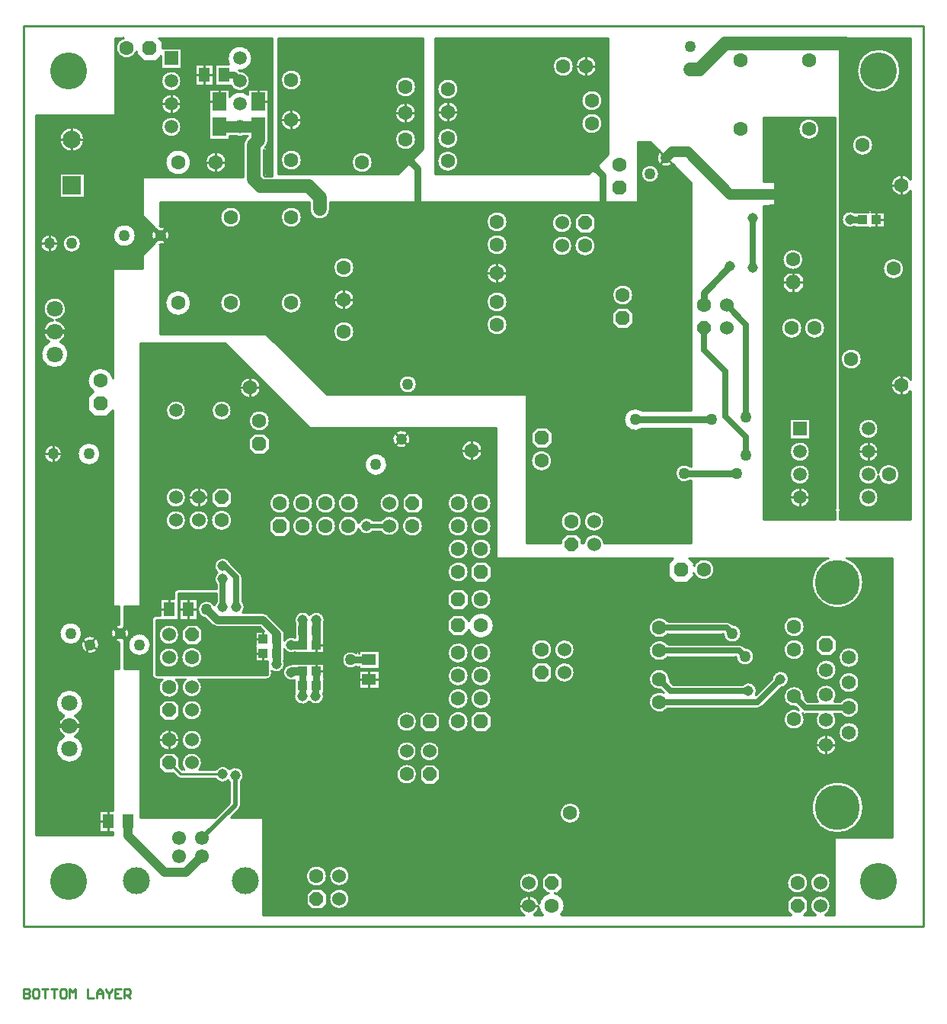
<source format=gbl>
%FSAX24Y24*%
%MOIN*%
G70*
G01*
G75*
G04 Layer_Physical_Order=2*
G04 Layer_Color=16711680*
%ADD10C,0.0100*%
%ADD11R,0.0630X0.0512*%
%ADD12R,0.0512X0.0630*%
%ADD13R,0.0400X0.0400*%
%ADD14R,0.0400X0.0400*%
%ADD15R,0.0532X0.0394*%
%ADD16R,0.0374X0.0394*%
G04:AMPARAMS|DCode=17|XSize=86.6mil|YSize=27.6mil|CornerRadius=6.9mil|HoleSize=0mil|Usage=FLASHONLY|Rotation=90.000|XOffset=0mil|YOffset=0mil|HoleType=Round|Shape=RoundedRectangle|*
%AMROUNDEDRECTD17*
21,1,0.0866,0.0138,0,0,90.0*
21,1,0.0728,0.0276,0,0,90.0*
1,1,0.0138,0.0069,0.0364*
1,1,0.0138,0.0069,-0.0364*
1,1,0.0138,-0.0069,-0.0364*
1,1,0.0138,-0.0069,0.0364*
%
%ADD17ROUNDEDRECTD17*%
%ADD18O,0.0276X0.0866*%
G04:AMPARAMS|DCode=19|XSize=59.1mil|YSize=15.7mil|CornerRadius=3.9mil|HoleSize=0mil|Usage=FLASHONLY|Rotation=270.000|XOffset=0mil|YOffset=0mil|HoleType=Round|Shape=RoundedRectangle|*
%AMROUNDEDRECTD19*
21,1,0.0591,0.0079,0,0,270.0*
21,1,0.0512,0.0157,0,0,270.0*
1,1,0.0079,-0.0039,-0.0256*
1,1,0.0079,-0.0039,0.0256*
1,1,0.0079,0.0039,0.0256*
1,1,0.0079,0.0039,-0.0256*
%
%ADD19ROUNDEDRECTD19*%
%ADD20R,0.0600X0.0470*%
%ADD21R,0.0472X0.0591*%
%ADD22R,0.0591X0.0472*%
%ADD23R,0.0600X0.0825*%
%ADD24R,0.0550X0.0650*%
%ADD25R,0.0650X0.0550*%
G04:AMPARAMS|DCode=26|XSize=10.2mil|YSize=82.7mil|CornerRadius=2.6mil|HoleSize=0mil|Usage=FLASHONLY|Rotation=270.000|XOffset=0mil|YOffset=0mil|HoleType=Round|Shape=RoundedRectangle|*
%AMROUNDEDRECTD26*
21,1,0.0102,0.0776,0,0,270.0*
21,1,0.0051,0.0827,0,0,270.0*
1,1,0.0051,-0.0388,-0.0026*
1,1,0.0051,-0.0388,0.0026*
1,1,0.0051,0.0388,0.0026*
1,1,0.0051,0.0388,-0.0026*
%
%ADD26ROUNDEDRECTD26*%
G04:AMPARAMS|DCode=27|XSize=10.2mil|YSize=82.7mil|CornerRadius=2.6mil|HoleSize=0mil|Usage=FLASHONLY|Rotation=0.000|XOffset=0mil|YOffset=0mil|HoleType=Round|Shape=RoundedRectangle|*
%AMROUNDEDRECTD27*
21,1,0.0102,0.0776,0,0,0.0*
21,1,0.0051,0.0827,0,0,0.0*
1,1,0.0051,0.0026,-0.0388*
1,1,0.0051,-0.0026,-0.0388*
1,1,0.0051,-0.0026,0.0388*
1,1,0.0051,0.0026,0.0388*
%
%ADD27ROUNDEDRECTD27*%
%ADD28R,0.0394X0.0394*%
%ADD29R,0.1969X0.0827*%
G04:AMPARAMS|DCode=30|XSize=86.6mil|YSize=27.6mil|CornerRadius=6.9mil|HoleSize=0mil|Usage=FLASHONLY|Rotation=0.000|XOffset=0mil|YOffset=0mil|HoleType=Round|Shape=RoundedRectangle|*
%AMROUNDEDRECTD30*
21,1,0.0866,0.0138,0,0,0.0*
21,1,0.0728,0.0276,0,0,0.0*
1,1,0.0138,0.0364,-0.0069*
1,1,0.0138,-0.0364,-0.0069*
1,1,0.0138,-0.0364,0.0069*
1,1,0.0138,0.0364,0.0069*
%
%ADD30ROUNDEDRECTD30*%
%ADD31O,0.0866X0.0276*%
%ADD32R,0.0394X0.0374*%
%ADD33R,0.0394X0.0532*%
%ADD34C,0.1000*%
%ADD35C,0.0400*%
%ADD36C,0.0500*%
%ADD37C,0.0250*%
%ADD38C,0.0300*%
%ADD39C,0.0200*%
%ADD40C,0.0600*%
%ADD41C,0.0150*%
%ADD42C,0.0180*%
%ADD43C,0.0650*%
%ADD44C,0.0800*%
%ADD45C,0.0700*%
%ADD46C,0.0450*%
%ADD47C,0.0550*%
%ADD48C,0.0350*%
%ADD49C,0.0110*%
%ADD50P,0.0682X8X22.5*%
%ADD51C,0.0630*%
%ADD52P,0.0671X8X292.5*%
%ADD53C,0.0620*%
%ADD54C,0.1967*%
%ADD55C,0.0500*%
%ADD56C,0.0591*%
%ADD57R,0.0591X0.0591*%
%ADD58P,0.0649X8X112.5*%
%ADD59C,0.0600*%
%ADD60C,0.0709*%
%ADD61P,0.0682X8X112.5*%
%ADD62C,0.0787*%
%ADD63R,0.0787X0.0787*%
%ADD64P,0.0649X8X202.5*%
%ADD65C,0.1614*%
%ADD66C,0.0610*%
%ADD67C,0.1181*%
%ADD68C,0.1181*%
%ADD69C,0.0450*%
%ADD70C,0.0160*%
D10*
X044635Y053280D02*
G03*
X044635Y053280I-000465J000000D01*
G01*
X044885Y051780D02*
G03*
X044885Y051780I-000465J000000D01*
G01*
X043635Y053280D02*
G03*
X043635Y053280I-000465J000000D01*
G01*
X044885Y050780D02*
G03*
X044885Y050780I-000465J000000D01*
G01*
X038585Y052280D02*
G03*
X038585Y052280I-000465J000000D01*
G01*
Y051280D02*
G03*
X038585Y051280I-000465J000000D01*
G01*
Y050130D02*
G03*
X038585Y050130I-000465J000000D01*
G01*
Y049130D02*
G03*
X038585Y049130I-000465J000000D01*
G01*
X036735Y052380D02*
G03*
X036735Y052380I-000465J000000D01*
G01*
Y051230D02*
G03*
X036735Y051230I-000465J000000D01*
G01*
Y050080D02*
G03*
X036735Y050080I-000465J000000D01*
G01*
X034835Y049080D02*
G03*
X034835Y049080I-000465J000000D01*
G01*
X031735Y052680D02*
G03*
X031735Y052680I-000465J000000D01*
G01*
Y050930D02*
G03*
X031735Y050930I-000465J000000D01*
G01*
Y049180D02*
G03*
X031735Y049180I-000465J000000D01*
G01*
X028989Y053086D02*
G03*
X029565Y053630I000031J000544D01*
G01*
X029465Y052630D02*
G03*
X028999Y053075I-000445J000000D01*
G01*
X029565Y053630D02*
G03*
X028543Y053365I-000545J000000D01*
G01*
X028620Y052435D02*
G03*
X029465Y052630I000400J000195D01*
G01*
X030138Y049712D02*
G03*
X030270Y050030I-000318J000318D01*
G01*
X030138Y049712D02*
G03*
X030270Y050030I-000318J000318D01*
G01*
X029370Y052048D02*
G03*
X028570Y051938I-000350J-000418D01*
G01*
X029302Y050148D02*
G03*
X029170Y049830I000318J-000318D01*
G01*
X028824Y050230D02*
G03*
X029216Y050230I000196J000400D01*
G01*
X029302Y050148D02*
G03*
X029170Y049830I000318J-000318D01*
G01*
X023920Y054520D02*
G03*
X024505Y053916I000150J-000440D01*
G01*
X026465Y052630D02*
G03*
X026465Y052630I-000445J000000D01*
G01*
Y051630D02*
G03*
X026465Y051630I-000445J000000D01*
G01*
Y050630D02*
G03*
X026465Y050630I-000445J000000D01*
G01*
X030085Y049080D02*
G03*
X030070Y049197I-000465J000000D01*
G01*
Y048963D02*
G03*
X030085Y049080I-000450J000117D01*
G01*
X029170Y049197D02*
G03*
X029170Y048963I000450J-000117D01*
G01*
X028435Y049080D02*
G03*
X028435Y049080I-000465J000000D01*
G01*
X026885D02*
G03*
X026885Y049080I-000565J000000D01*
G01*
X025262Y046163D02*
G03*
X025302Y045562I000283J-000283D01*
G01*
X024470Y045880D02*
G03*
X024470Y045880I-000500J000000D01*
G01*
X023470Y039659D02*
G03*
X022604Y039062I-000550J-000129D01*
G01*
X023720Y028878D02*
G03*
X023495Y028199I000058J-000396D01*
G01*
D02*
G03*
X023720Y028086I000283J000283D01*
G01*
X022872Y027988D02*
G03*
X022672Y028334I-000400J000000D01*
G01*
X022272Y027641D02*
G03*
X022872Y027988I000200J000346D01*
G01*
X022214Y050080D02*
G03*
X022214Y050080I-000544J000000D01*
G01*
X022070Y045530D02*
G03*
X022070Y045530I-000400J000000D01*
G01*
X021086D02*
G03*
X021086Y045530I-000400J000000D01*
G01*
X020986Y042180D02*
G03*
X021424Y042680I-000066J000500D01*
G01*
D02*
G03*
X020854Y042180I-000504J000000D01*
G01*
X021158Y041235D02*
G03*
X021424Y041680I-000238J000445D01*
G01*
D02*
G03*
X020986Y042180I-000504J000000D01*
G01*
X021524Y040680D02*
G03*
X021158Y041235I-000604J000000D01*
G01*
X020682D02*
G03*
X021524Y040680I000238J-000555D01*
G01*
X020854Y042180D02*
G03*
X020682Y041235I000066J-000500D01*
G01*
X022920Y036330D02*
G03*
X022920Y036330I-000500J000000D01*
G01*
X022672Y028334D02*
G03*
X022272Y027641I-000200J-000346D01*
G01*
X022120Y028480D02*
G03*
X021870Y028913I-000500J000000D01*
G01*
X021370Y028047D02*
G03*
X022120Y028480I000250J000433D01*
G01*
X021870Y028913D02*
G03*
X021370Y028047I-000250J-000433D01*
G01*
X021245Y036330D02*
G03*
X021245Y036330I-000400J000000D01*
G01*
X022174Y025430D02*
G03*
X021332Y024875I-000604J000000D01*
G01*
X021808D02*
G03*
X022174Y025430I-000238J000555D01*
G01*
X022074Y024430D02*
G03*
X021808Y024875I-000504J000000D01*
G01*
Y023985D02*
G03*
X022074Y024430I-000238J000445D01*
G01*
X021332Y024875D02*
G03*
X021332Y023985I000238J-000445D01*
G01*
X022174Y023430D02*
G03*
X021808Y023985I-000604J000000D01*
G01*
X021332D02*
G03*
X022174Y023430I000238J-000555D01*
G01*
X056303Y030722D02*
G03*
X055575Y031780I-001133J000000D01*
G01*
X054765D02*
G03*
X056303Y030722I000405J-001058D01*
G01*
X053735Y028780D02*
G03*
X053735Y028780I-000465J000000D01*
G01*
X050514Y028924D02*
G03*
X050320Y029005I-000194J-000194D01*
G01*
X050970Y028480D02*
G03*
X050559Y028880I-000400J000000D01*
G01*
X049785Y031280D02*
G03*
X048885Y031444I-000465J000000D01*
G01*
Y031116D02*
G03*
X049785Y031280I000435J000164D01*
G01*
X050515Y028924D02*
G03*
X050320Y029005I-000195J-000194D01*
G01*
X047745D02*
G03*
X047745Y028455I-000375J-000275D01*
G01*
X056130Y027430D02*
G03*
X056130Y027430I-000460J000000D01*
G01*
X053735Y027780D02*
G03*
X053735Y027780I-000465J000000D01*
G01*
X055130Y026888D02*
G03*
X055130Y026888I-000460J000000D01*
G01*
X053045Y026480D02*
G03*
X052295Y026494I-000375J000000D01*
G01*
X050171Y028455D02*
G03*
X050970Y028480I000399J000025D01*
G01*
X051064Y027924D02*
G03*
X050870Y028005I-000194J-000194D01*
G01*
X051520Y027480D02*
G03*
X051109Y027880I-000400J000000D01*
G01*
X050721Y027455D02*
G03*
X051520Y027480I000399J000025D01*
G01*
X051065Y027924D02*
G03*
X050870Y028005I-000195J-000194D01*
G01*
X047745D02*
G03*
X047745Y027455I-000375J-000275D01*
G01*
X040035Y034180D02*
G03*
X040035Y034180I-000465J000000D01*
G01*
X039635Y036480D02*
G03*
X039635Y036480I-000465J000000D01*
G01*
X039035Y034180D02*
G03*
X039035Y034180I-000465J000000D01*
G01*
X040035Y033180D02*
G03*
X040035Y033180I-000465J000000D01*
G01*
Y032180D02*
G03*
X040035Y032180I-000465J000000D01*
G01*
X039035Y031180D02*
G03*
X039035Y031180I-000465J000000D01*
G01*
Y033180D02*
G03*
X039035Y033180I-000465J000000D01*
G01*
Y032180D02*
G03*
X039035Y032180I-000465J000000D01*
G01*
X043670Y027780D02*
G03*
X043670Y027780I-000450J000000D01*
G01*
X042685D02*
G03*
X042685Y027780I-000465J000000D01*
G01*
X043670Y026780D02*
G03*
X043670Y026780I-000450J000000D01*
G01*
X040035Y029980D02*
G03*
X040035Y029980I-000465J000000D01*
G01*
X040135Y028830D02*
G03*
X039035Y029011I-000565J000000D01*
G01*
Y028649D02*
G03*
X040135Y028830I000535J000181D01*
G01*
X040035Y027630D02*
G03*
X040035Y027630I-000465J000000D01*
G01*
X039035D02*
G03*
X039035Y027630I-000465J000000D01*
G01*
X056130Y026338D02*
G03*
X056130Y026338I-000460J000000D01*
G01*
Y025247D02*
G03*
X055301Y025522I-000460J000000D01*
G01*
Y024972D02*
G03*
X056130Y025247I000369J000275D01*
G01*
X055039Y025522D02*
G03*
X055130Y025797I-000369J000275D01*
G01*
Y024705D02*
G03*
X055045Y024972I-000460J000000D01*
G01*
X056130Y024155D02*
G03*
X056130Y024155I-000460J000000D01*
G01*
X055130Y025797D02*
G03*
X054301Y025522I-000460J000000D01*
G01*
X053735Y025730D02*
G03*
X053341Y025270I-000465J000000D01*
G01*
X052684Y026105D02*
G03*
X053045Y026480I-000014J000375D01*
G01*
X054295Y024972D02*
G03*
X055130Y024705I000375J-000267D01*
G01*
X053454Y025157D02*
G03*
X053735Y024730I-000184J-000427D01*
G01*
D02*
G03*
X053656Y024990I-000465J000000D01*
G01*
X055130Y023613D02*
G03*
X055130Y023613I-000460J000000D01*
G01*
X054644Y016190D02*
G03*
X054870Y016580I-000225J000390D01*
G01*
X056303Y020880D02*
G03*
X056303Y020880I-001133J000000D01*
G01*
X054870Y017580D02*
G03*
X054870Y017580I-000450J000000D01*
G01*
Y016580D02*
G03*
X054195Y016190I-000450J000000D01*
G01*
X053885Y017580D02*
G03*
X053885Y017580I-000465J000000D01*
G01*
X051645Y025980D02*
G03*
X051015Y026255I-000375J000000D01*
G01*
X047835Y026480D02*
G03*
X047441Y026020I-000465J000000D01*
G01*
X051670Y025205D02*
G03*
X051865Y025286I000000J000275D01*
G01*
X051670Y025205D02*
G03*
X051864Y025286I000000J000275D01*
G01*
X051596Y025795D02*
G03*
X051645Y025980I-000326J000185D01*
G01*
X047554Y025907D02*
G03*
X047745Y025205I-000184J-000427D01*
G01*
X040035Y026630D02*
G03*
X040035Y026630I-000465J000000D01*
G01*
Y025630D02*
G03*
X040035Y025630I-000465J000000D01*
G01*
X039035Y026630D02*
G03*
X039035Y026630I-000465J000000D01*
G01*
Y025630D02*
G03*
X039035Y025630I-000465J000000D01*
G01*
X043935Y020630D02*
G03*
X043935Y020630I-000465J000000D01*
G01*
X042541Y017130D02*
G03*
X042112Y016666I000129J-000550D01*
G01*
X043235Y016580D02*
G03*
X042799Y017130I-000565J000000D01*
G01*
X041894Y016190D02*
G03*
X042112Y016494I-000225J000390D01*
G01*
X043079Y016190D02*
G03*
X043235Y016580I-000409J000390D01*
G01*
X042112Y016494D02*
G03*
X042261Y016190I000558J000086D01*
G01*
X039035Y024630D02*
G03*
X039035Y024630I-000465J000000D01*
G01*
X037760Y023330D02*
G03*
X037760Y023330I-000440J000000D01*
G01*
X042120Y017580D02*
G03*
X042120Y017580I-000450J000000D01*
G01*
X042112Y016666D02*
G03*
X041445Y016190I-000442J-000086D01*
G01*
X036491Y036986D02*
G03*
X035808Y037269I-000400J000000D01*
G01*
D02*
G03*
X036374Y036703I000283J-000283D01*
G01*
D02*
G03*
X036491Y036986I-000283J000283D01*
G01*
X035331Y035519D02*
G03*
X035477Y035873I-000354J000354D01*
G01*
D02*
G03*
X034624Y036226I-000500J000000D01*
G01*
D02*
G03*
X035331Y035519I000354J-000354D01*
G01*
X036020Y034180D02*
G03*
X036020Y034180I-000450J000000D01*
G01*
X034235D02*
G03*
X034235Y034180I-000465J000000D01*
G01*
X032235D02*
G03*
X032235Y034180I-000465J000000D01*
G01*
X033235D02*
G03*
X033235Y034180I-000465J000000D01*
G01*
X031235D02*
G03*
X031235Y034180I-000465J000000D01*
G01*
X037035Y033180D02*
G03*
X037035Y033180I-000465J000000D01*
G01*
X036020D02*
G03*
X035196Y033430I-000450J000000D01*
G01*
Y032930D02*
G03*
X036020Y033180I000374J000250D01*
G01*
X034850Y033430D02*
G03*
X034217Y033307I-000280J-000250D01*
G01*
D02*
G03*
X034217Y033053I-000447J-000127D01*
G01*
D02*
G03*
X034850Y032930I000353J000127D01*
G01*
X033235Y033180D02*
G03*
X033235Y033180I-000465J000000D01*
G01*
X032707Y028940D02*
G03*
X032735Y029080I-000337J000140D01*
G01*
X032235Y033180D02*
G03*
X032235Y033180I-000465J000000D01*
G01*
X032735Y029080D02*
G03*
X032070Y029288I-000365J000000D01*
G01*
D02*
G03*
X031433Y028940I-000300J-000208D01*
G01*
X030919Y028580D02*
G03*
X030843Y028703I-000299J-000100D01*
G01*
X030919Y028580D02*
G03*
X030843Y028703I-000299J-000100D01*
G01*
X029935Y039230D02*
G03*
X029935Y039230I-000465J000000D01*
G01*
X030335Y037780D02*
G03*
X030335Y037780I-000465J000000D01*
G01*
X028665Y038230D02*
G03*
X028665Y038230I-000445J000000D01*
G01*
X027670Y034430D02*
G03*
X027670Y034430I-000450J000000D01*
G01*
X026665Y038230D02*
G03*
X026665Y038230I-000445J000000D01*
G01*
X026670Y034430D02*
G03*
X026670Y034430I-000450J000000D01*
G01*
X028685Y033430D02*
G03*
X028685Y033430I-000465J000000D01*
G01*
X029149Y029395D02*
G03*
X029235Y029630I-000279J000235D01*
G01*
D02*
G03*
X029135Y029881I-000365J000000D01*
G01*
X030243Y029303D02*
G03*
X030020Y029395I-000223J-000223D01*
G01*
X030243Y029303D02*
G03*
X030020Y029395I-000223J-000223D01*
G01*
X028609Y031566D02*
G03*
X028030Y031155I-000339J-000136D01*
G01*
X029135Y030930D02*
G03*
X029057Y031118I-000265J000000D01*
G01*
X029135Y030930D02*
G03*
X029057Y031117I-000265J000000D01*
G01*
X027670Y033430D02*
G03*
X027670Y033430I-000450J000000D01*
G01*
X028030Y031155D02*
G03*
X028005Y030629I000240J-000275D01*
G01*
X026670Y033430D02*
G03*
X026670Y033430I-000450J000000D01*
G01*
X026320Y030430D02*
G03*
X026120Y030230I000000J-000200D01*
G01*
X026320Y030430D02*
G03*
X026120Y030230I000000J-000200D01*
G01*
X025370Y029280D02*
G03*
X025170Y029080I000000J-000200D01*
G01*
X025370Y029280D02*
G03*
X025170Y029080I000000J-000200D01*
G01*
X024060Y028765D02*
G03*
X023970Y028833I-000283J-000283D01*
G01*
X036775Y024630D02*
G03*
X036775Y024630I-000455J000000D01*
G01*
X036760Y023330D02*
G03*
X036760Y023330I-000440J000000D01*
G01*
X034131Y027620D02*
G03*
X034131Y027040I-000261J-000290D01*
G01*
X032707Y025730D02*
G03*
X032679Y025870I-000365J000000D01*
G01*
X032047Y025515D02*
G03*
X032707Y025730I000295J000215D01*
G01*
X031414Y025870D02*
G03*
X032047Y025515I000337J-000140D01*
G01*
X036775Y022330D02*
G03*
X036775Y022330I-000455J000000D01*
G01*
X033820Y017880D02*
G03*
X033820Y017880I-000450J000000D01*
G01*
Y016880D02*
G03*
X033820Y016880I-000450J000000D01*
G01*
X032835Y017880D02*
G03*
X032835Y017880I-000465J000000D01*
G01*
X031430Y028308D02*
G03*
X030960Y028173I-000160J-000328D01*
G01*
Y027787D02*
G03*
X031430Y027652I000310J000193D01*
G01*
X031296Y027144D02*
G03*
X031410Y026443I-000026J-000364D01*
G01*
X030985Y027133D02*
G03*
X030954Y027280I-000365J000000D01*
G01*
X030410Y026835D02*
G03*
X030985Y027133I000210J000299D01*
G01*
X030220Y026480D02*
G03*
X030420Y026680I000000J000200D01*
G01*
X027370Y026130D02*
G03*
X027203Y026480I-000450J000000D01*
G01*
X026637D02*
G03*
X027370Y026130I000283J-000350D01*
G01*
Y025130D02*
G03*
X027370Y025130I-000450J000000D01*
G01*
X025130Y027990D02*
G03*
X024880Y028423I-000500J000000D01*
G01*
D02*
G03*
X024380Y027557I-000250J-000433D01*
G01*
D02*
G03*
X025130Y027990I000250J000433D01*
G01*
X024178Y028482D02*
G03*
X024060Y028765I-000400J000000D01*
G01*
X023970Y028131D02*
G03*
X024178Y028482I-000192J000351D01*
G01*
X026385Y026130D02*
G03*
X026226Y026480I-000465J000000D01*
G01*
X025614D02*
G03*
X026385Y026130I000306J-000350D01*
G01*
X025170Y026680D02*
G03*
X025370Y026480I000200J000000D01*
G01*
X025170Y026680D02*
G03*
X025370Y026480I000200J000000D01*
G01*
X027370Y023830D02*
G03*
X027370Y023830I-000450J000000D01*
G01*
X028561Y022551D02*
G03*
X027965Y022530I-000291J-000221D01*
G01*
X027255D02*
G03*
X027370Y022830I-000335J000300D01*
G01*
X029070Y022000D02*
G03*
X029195Y022280I-000250J000280D01*
G01*
D02*
G03*
X028561Y022551I-000375J000000D01*
G01*
X027965Y022130D02*
G03*
X028516Y022060I000305J000200D01*
G01*
X028997Y020803D02*
G03*
X029070Y020980I-000177J000177D01*
G01*
X028997Y020803D02*
G03*
X029070Y020980I-000177J000177D01*
G01*
X027370Y022830D02*
G03*
X026585Y022530I-000450J000000D01*
G01*
X026385Y023830D02*
G03*
X026385Y023830I-000465J000000D01*
G01*
X026278Y022189D02*
G03*
X026420Y022130I000142J000141D01*
G01*
X026279Y022189D02*
G03*
X026420Y022130I000141J000141D01*
G01*
X047383Y049559D02*
G03*
X047949Y048993I000283J-000283D01*
G01*
X047253Y048297D02*
G03*
X047370Y048580I-000283J000283D01*
G01*
D02*
G03*
X046687Y048863I-000400J000000D01*
G01*
D02*
G03*
X047253Y048297I000283J-000283D01*
G01*
X043570Y046430D02*
G03*
X043570Y046430I-000450J000000D01*
G01*
X046235Y043280D02*
G03*
X046235Y043280I-000465J000000D01*
G01*
X044585Y045430D02*
G03*
X044585Y045430I-000465J000000D01*
G01*
X043570D02*
G03*
X043570Y045430I-000450J000000D01*
G01*
X046620Y038230D02*
G03*
X046620Y037430I-000300J-000400D01*
G01*
X048735Y035780D02*
G03*
X048735Y035180I-000265J-000300D01*
G01*
X044970Y033380D02*
G03*
X044970Y033380I-000450J000000D01*
G01*
X044967Y032430D02*
G03*
X044073Y032430I-000447J-000050D01*
G01*
X042685Y036030D02*
G03*
X042685Y036030I-000465J000000D01*
G01*
X043985Y033380D02*
G03*
X043985Y033380I-000465J000000D01*
G01*
X040735Y046480D02*
G03*
X040735Y046480I-000465J000000D01*
G01*
Y045480D02*
G03*
X040735Y045480I-000465J000000D01*
G01*
Y044230D02*
G03*
X040735Y044230I-000465J000000D01*
G01*
X034035Y044480D02*
G03*
X034035Y044480I-000465J000000D01*
G01*
X032070Y047030D02*
G03*
X032970Y047030I000450J000000D01*
G01*
X031735Y046680D02*
G03*
X031735Y046680I-000465J000000D01*
G01*
X029085D02*
G03*
X029085Y046680I-000465J000000D01*
G01*
X025945Y045880D02*
G03*
X025520Y046279I-000400J000000D01*
G01*
X025828Y045597D02*
G03*
X025945Y045880I-000283J000283D01*
G01*
X025520Y045481D02*
G03*
X025828Y045597I000025J000399D01*
G01*
X040735Y042980D02*
G03*
X040735Y042980I-000465J000000D01*
G01*
Y041980D02*
G03*
X040735Y041980I-000465J000000D01*
G01*
X036770Y039380D02*
G03*
X036770Y039380I-000400J000000D01*
G01*
X034035Y043080D02*
G03*
X034035Y043080I-000465J000000D01*
G01*
X031735Y042930D02*
G03*
X031735Y042930I-000465J000000D01*
G01*
X029085D02*
G03*
X029085Y042930I-000465J000000D01*
G01*
X026885D02*
G03*
X026885Y042930I-000565J000000D01*
G01*
X034035Y041680D02*
G03*
X034035Y041680I-000465J000000D01*
G01*
X054385Y050530D02*
G03*
X054385Y050530I-000465J000000D01*
G01*
X054635Y041830D02*
G03*
X054635Y041830I-000465J000000D01*
G01*
X053965Y036430D02*
G03*
X053965Y036430I-000445J000000D01*
G01*
Y035430D02*
G03*
X053965Y035430I-000445J000000D01*
G01*
Y034430D02*
G03*
X053965Y034430I-000445J000000D01*
G01*
X053680Y044830D02*
G03*
X053680Y044830I-000460J000000D01*
G01*
X053635Y041830D02*
G03*
X053635Y041830I-000465J000000D01*
G01*
X058360Y048333D02*
G03*
X058360Y047827I-000390J-000253D01*
G01*
X058085Y044430D02*
G03*
X058085Y044430I-000465J000000D01*
G01*
X058360Y039583D02*
G03*
X058360Y039077I-000390J-000253D01*
G01*
X056960Y035362D02*
G03*
X057885Y035430I000460J000068D01*
G01*
D02*
G03*
X056960Y035498I-000465J000000D01*
G01*
X057929Y053082D02*
G03*
X057929Y053082I-000957J000000D01*
G01*
X056735Y049830D02*
G03*
X056735Y049830I-000465J000000D01*
G01*
X055925Y046888D02*
G03*
X055925Y046272I-000205J-000308D01*
G01*
X056965Y036430D02*
G03*
X056965Y036430I-000445J000000D01*
G01*
Y037430D02*
G03*
X056965Y037430I-000445J000000D01*
G01*
Y034430D02*
G03*
X056965Y034430I-000445J000000D01*
G01*
X056960Y035498D02*
G03*
X056960Y035362I-000440J-000068D01*
G01*
X056235Y040480D02*
G03*
X056235Y040480I-000465J000000D01*
G01*
X026370Y027430D02*
G03*
X026370Y027430I-000450J000000D01*
G01*
Y028430D02*
G03*
X026370Y028430I-000450J000000D01*
G01*
X027385Y027430D02*
G03*
X027385Y027430I-000465J000000D01*
G01*
X027797Y028857D02*
G03*
X028020Y028765I000223J000223D01*
G01*
X027797Y028857D02*
G03*
X028020Y028765I000223J000223D01*
G01*
X027915Y029713D02*
G03*
X027510Y029145I-000345J-000183D01*
G01*
X028005Y029881D02*
G03*
X027915Y029713I000265J-000251D01*
G01*
X025920Y022830D02*
X026420Y022330D01*
X028270D01*
X044619Y053400D02*
X045120D01*
X044580Y053500D02*
X045120D01*
X044628Y053200D02*
X045120D01*
X044600Y053457D02*
Y054520D01*
X044635Y053300D02*
X045120D01*
X044800Y052048D02*
Y054520D01*
X044599Y053100D02*
X045120D01*
X044700Y052151D02*
Y054520D01*
X044600Y052209D02*
Y053103D01*
X044369Y053700D02*
X045120D01*
X041345Y054520D02*
X045120D01*
X044507Y053600D02*
X045120D01*
X044400Y053684D02*
Y054520D01*
X044500Y053608D02*
Y054520D01*
X044541Y053000D02*
X045120D01*
X044170Y053280D02*
X044585D01*
X044500Y052238D02*
Y052952D01*
X044885Y051800D02*
X045120D01*
X044878Y051700D02*
X045120D01*
X044849Y051600D02*
X045120D01*
X044830Y052000D02*
X045120D01*
X044869Y051900D02*
X045120D01*
X044791Y051500D02*
X045120D01*
X044830Y051000D02*
X045120D01*
X044800Y051048D02*
Y051512D01*
X044869Y050900D02*
X045120D01*
X044619Y052200D02*
X045120D01*
X044438Y052900D02*
X045120D01*
X044757Y052100D02*
X045120D01*
X044688Y051400D02*
X045120D01*
X044619Y051200D02*
X045120D01*
X044757Y051100D02*
X045120D01*
X044700Y051151D02*
Y051409D01*
X044600Y051209D02*
Y051351D01*
X044200Y053744D02*
Y054520D01*
X044100Y053740D02*
Y054520D01*
X044300Y053726D02*
Y054520D01*
X043900Y053659D02*
Y054520D01*
X044000Y053713D02*
Y054520D01*
X043800Y053562D02*
Y054520D01*
X044170Y053280D02*
Y053695D01*
X043500Y053608D02*
Y054520D01*
X043600Y053457D02*
Y054520D01*
X043300Y053726D02*
Y054520D01*
X043200Y053744D02*
Y054520D01*
X043369Y053700D02*
X043971D01*
X043000Y053713D02*
Y054520D01*
X043100Y053740D02*
Y054520D01*
X043400Y053684D02*
Y054520D01*
X042800Y053562D02*
Y054520D01*
X042900Y053659D02*
Y054520D01*
X044400Y052245D02*
Y052876D01*
X044300Y052229D02*
Y052834D01*
X044200Y052190D02*
Y052816D01*
X044170Y052865D02*
Y053280D01*
X044100Y052117D02*
Y052820D01*
X044200Y051190D02*
Y051370D01*
X044300Y051229D02*
Y051331D01*
X044000Y050979D02*
Y051581D01*
X044100Y051117D02*
Y051443D01*
X043507Y053600D02*
X043833D01*
X043755Y053280D02*
X044170D01*
X043580Y053500D02*
X043760D01*
X043619Y053400D02*
X043721D01*
X043438Y052900D02*
X043902D01*
X044000Y051979D02*
Y052847D01*
X043599Y053100D02*
X043741D01*
X043541Y053000D02*
X043799D01*
X045100Y049410D02*
Y054520D01*
X045000Y049310D02*
Y054520D01*
X045120Y049430D02*
Y054520D01*
X044900Y049210D02*
Y054520D01*
X043900Y048580D02*
Y052901D01*
X043700Y048580D02*
Y054520D01*
X043800Y048580D02*
Y052998D01*
X043600Y048580D02*
Y053103D01*
X043500Y048580D02*
Y052952D01*
X042700Y048580D02*
Y054520D01*
X042600Y048580D02*
Y054520D01*
X042800Y048580D02*
Y052998D01*
X042400Y048580D02*
Y054520D01*
X042500Y048580D02*
Y054520D01*
X043400Y048580D02*
Y052876D01*
X043300Y048580D02*
Y052834D01*
X042900Y048580D02*
Y052901D01*
X043000Y048580D02*
Y052847D01*
X044849Y050600D02*
X045120D01*
X044791Y050500D02*
X045120D01*
X044688Y050400D02*
X045120D01*
X044885Y050800D02*
X045120D01*
X044878Y050700D02*
X045120D01*
X044800Y049110D02*
Y050512D01*
X044700Y049010D02*
Y050409D01*
X044600Y048910D02*
Y050351D01*
X044500Y048810D02*
Y050322D01*
X044400Y048710D02*
Y050315D01*
X044270Y048580D02*
X045120Y049430D01*
X044200Y048580D02*
Y050370D01*
X044300Y048610D02*
Y050331D01*
X044000Y048580D02*
Y050581D01*
X044100Y048580D02*
Y050443D01*
X043100Y048580D02*
Y052820D01*
X043200Y048580D02*
Y052816D01*
X041800Y048580D02*
Y054520D01*
X041700Y048580D02*
Y054520D01*
X041900Y048580D02*
Y054520D01*
X041500Y048580D02*
Y054520D01*
X041600Y048580D02*
Y054520D01*
X042200Y048580D02*
Y054520D01*
X042300Y048580D02*
Y054520D01*
X042000Y048580D02*
Y054520D01*
X042100Y048580D02*
Y054520D01*
X041000Y048580D02*
Y054519D01*
X040900Y048580D02*
Y054519D01*
X040800Y048580D02*
Y054519D01*
X040700Y048580D02*
Y054518D01*
X040600Y048580D02*
Y054518D01*
X041400Y048580D02*
Y054520D01*
X041300Y048580D02*
Y054520D01*
X041200Y048580D02*
Y054520D01*
X041100Y048580D02*
Y054519D01*
X040100Y048580D02*
Y054517D01*
X040000Y048580D02*
Y054516D01*
X039900Y048580D02*
Y054516D01*
X039800Y048580D02*
Y054516D01*
X039700Y048580D02*
Y054516D01*
X040500Y048580D02*
Y054518D01*
X040400Y048580D02*
Y054517D01*
X040300Y048580D02*
Y054517D01*
X040200Y048580D02*
Y054517D01*
X039200Y048580D02*
Y054514D01*
X039100Y048580D02*
Y054514D01*
X039000Y048580D02*
Y054514D01*
X038900Y048580D02*
Y054514D01*
X039600Y048580D02*
Y054515D01*
X039500Y048580D02*
Y054515D01*
X039400Y048580D02*
Y054515D01*
X039300Y048580D02*
Y054515D01*
X037570Y053500D02*
X042760D01*
X037570Y053600D02*
X042833D01*
X037570Y053100D02*
X042741D01*
X037570Y053400D02*
X042721D01*
X037570Y053200D02*
X042712D01*
X037570Y052800D02*
X045120D01*
X038319Y052700D02*
X045120D01*
X037570Y053000D02*
X042799D01*
X037570Y052900D02*
X042902D01*
X037570Y054200D02*
X045120D01*
X037570Y054300D02*
X045120D01*
X037570Y054100D02*
X045120D01*
X037570Y054500D02*
X045120D01*
X037570Y054400D02*
X045120D01*
X037570Y054000D02*
X045120D01*
X037570Y053900D02*
X045120D01*
X037570Y053800D02*
X045120D01*
X037570Y053700D02*
X042971D01*
X038569Y052400D02*
X045120D01*
X038530Y052500D02*
X045120D01*
X038585Y052300D02*
X045120D01*
X038578Y052200D02*
X044221D01*
X038549Y052100D02*
X044083D01*
X038585Y051300D02*
X045120D01*
X038578Y051200D02*
X044221D01*
X038569Y051400D02*
X044152D01*
X038549Y051100D02*
X044083D01*
X038491Y052000D02*
X044010D01*
X038457Y052600D02*
X045120D01*
X038388Y051900D02*
X043971D01*
X037570Y051800D02*
X043955D01*
X038319Y051700D02*
X043962D01*
X038530Y051500D02*
X044049D01*
X038491Y051000D02*
X044010D01*
X038457Y051600D02*
X043991D01*
X038388Y050900D02*
X043971D01*
X038300Y052709D02*
Y054512D01*
X038200Y052738D02*
Y054512D01*
X038100Y052745D02*
Y054511D01*
X038000Y052729D02*
Y054511D01*
X037900Y052690D02*
Y054511D01*
X038500Y052548D02*
Y054512D01*
X038400Y052651D02*
Y054512D01*
X037800Y052617D02*
Y054511D01*
X037700Y051479D02*
Y052081D01*
X037570Y053300D02*
X042705D01*
X037570Y054510D02*
X041345Y054520D01*
X037570Y052700D02*
X037921D01*
X037570Y052600D02*
X037783D01*
X037570Y052500D02*
X037710D01*
X037700Y052479D02*
Y054510D01*
X037570Y052400D02*
X037671D01*
X037570Y052100D02*
X037691D01*
X038400Y051651D02*
Y051909D01*
X038300Y051709D02*
Y051851D01*
X038000Y051729D02*
Y051831D01*
X037800Y051617D02*
Y051943D01*
X037900Y051690D02*
Y051870D01*
X038500Y051548D02*
Y052012D01*
X038120Y051280D02*
X038535D01*
X038120D02*
Y051695D01*
X037705Y051280D02*
X038120D01*
X037570Y051900D02*
X037852D01*
X037570Y051700D02*
X037921D01*
X037570Y052000D02*
X037749D01*
X037570Y051600D02*
X037783D01*
X037570Y051500D02*
X037710D01*
X037570Y051000D02*
X037749D01*
X037570Y051400D02*
X037671D01*
X037570Y051100D02*
X037691D01*
X038584Y050100D02*
X045120D01*
X038566Y050000D02*
X045120D01*
X038524Y049900D02*
X045120D01*
X038553Y050300D02*
X045120D01*
X038580Y050200D02*
X045120D01*
X038800Y048580D02*
Y054513D01*
X038700Y048580D02*
Y054513D01*
X038600Y048580D02*
Y054513D01*
X038500Y049398D02*
Y049862D01*
X037570Y050700D02*
X043962D01*
X037570Y050800D02*
X043955D01*
X037570Y050600D02*
X043991D01*
X038400Y050501D02*
Y050909D01*
X038402Y050500D02*
X044049D01*
X038499Y050400D02*
X044152D01*
X038500Y050398D02*
Y051012D01*
X038499Y049400D02*
X045090D01*
X038448Y049800D02*
X045120D01*
X038553Y049300D02*
X044990D01*
X038580Y049200D02*
X044890D01*
X038584Y049100D02*
X044790D01*
X038566Y049000D02*
X044690D01*
X038524Y048900D02*
X044590D01*
X038500Y048580D02*
Y048862D01*
X038448Y048800D02*
X044490D01*
X038297Y049700D02*
X045120D01*
X037570Y049600D02*
X045120D01*
X038402Y049500D02*
X045120D01*
X038400Y049501D02*
Y049759D01*
X038297Y048700D02*
X044390D01*
X037570Y048600D02*
X044290D01*
X037570Y048580D02*
X044270D01*
X038400D02*
Y048759D01*
X038300Y050559D02*
Y050851D01*
X038120Y050865D02*
Y051280D01*
X038200Y050588D02*
Y050822D01*
X038000Y050579D02*
Y050831D01*
X038100Y050595D02*
Y050815D01*
X037800Y050467D02*
Y050943D01*
X037900Y050540D02*
Y050870D01*
X037700Y050329D02*
Y051081D01*
Y049329D02*
Y049931D01*
X037570Y050500D02*
X037838D01*
X037570Y050900D02*
X037852D01*
X037570Y050400D02*
X037741D01*
X037570Y050300D02*
X037687D01*
X037570Y050000D02*
X037674D01*
X037570Y049900D02*
X037716D01*
X037570Y049800D02*
X037792D01*
X037600Y048580D02*
Y054510D01*
X037570Y048580D02*
Y054510D01*
X038300Y049559D02*
Y049701D01*
X037900Y049540D02*
Y049720D01*
X038000Y049579D02*
Y049681D01*
X037800Y049467D02*
Y049793D01*
X037700Y048580D02*
Y048931D01*
X038300Y048580D02*
Y048701D01*
X038000Y048580D02*
Y048681D01*
X037800Y048580D02*
Y048793D01*
X037900Y048580D02*
Y048720D01*
X037570Y049700D02*
X037943D01*
X037570Y049500D02*
X037838D01*
X037570Y049400D02*
X037741D01*
X037570Y049300D02*
X037687D01*
X037570Y048800D02*
X037792D01*
X037570Y048700D02*
X037943D01*
X037570Y049000D02*
X037674D01*
X037570Y048900D02*
X037716D01*
X036735Y052400D02*
X037020D01*
X036728Y052300D02*
X037020D01*
X036699Y052200D02*
X037020D01*
X036680Y052600D02*
X037020D01*
X036719Y052500D02*
X037020D01*
Y049680D02*
Y054520D01*
X036703Y051400D02*
X037020D01*
X036900Y049560D02*
Y054520D01*
X037000Y049660D02*
Y054520D01*
X036641Y052100D02*
X037020D01*
X036538Y052000D02*
X037020D01*
X036469Y052800D02*
X037020D01*
X036607Y052700D02*
X037020D01*
X036552Y051600D02*
X037020D01*
X036649Y051500D02*
X037020D01*
X036716Y051100D02*
X037020D01*
X036680Y050300D02*
X037020D01*
X036730Y051300D02*
X037020D01*
X036734Y051200D02*
X037020D01*
X036728Y050000D02*
X037020D01*
X036699Y049900D02*
X037020D01*
X036719Y050200D02*
X037020D01*
X036735Y050100D02*
X037020D01*
X036447Y050800D02*
X037020D01*
X036469Y050500D02*
X037020D01*
X036674Y051000D02*
X037020D01*
X036598Y050900D02*
X037020D01*
X036607Y050400D02*
X037020D01*
X036641Y049800D02*
X037020D01*
X036538Y049700D02*
X037020D01*
X036500Y052784D02*
Y054520D01*
X036400Y052826D02*
Y054520D01*
X036600Y052708D02*
Y054520D01*
X036200Y052840D02*
Y054520D01*
X036300Y052844D02*
Y054520D01*
X036700Y052557D02*
Y054520D01*
Y051407D02*
Y052203D01*
X036600Y051558D02*
Y052052D01*
X036500Y051634D02*
Y051976D01*
X036000Y052759D02*
Y054520D01*
X036100Y052813D02*
Y054520D01*
X035900Y052662D02*
Y054520D01*
X031735Y052700D02*
X035933D01*
X036000Y051609D02*
Y052001D01*
X036100Y051663D02*
Y051947D01*
X034400Y049544D02*
Y054520D01*
X035900Y051512D02*
Y052098D01*
X036400Y051676D02*
Y051934D01*
X036270Y051230D02*
X036685D01*
X036300Y051694D02*
Y051916D01*
Y050544D02*
Y050766D01*
X036700Y050257D02*
Y051053D01*
X036600Y050408D02*
Y050902D01*
X036500Y050484D02*
Y050826D01*
X036400Y050526D02*
Y050784D01*
X035855Y051230D02*
X036270D01*
Y050815D02*
Y051230D01*
X036200Y051690D02*
Y051920D01*
X036270Y051230D02*
Y051645D01*
X036100Y050513D02*
Y050797D01*
X036200Y050540D02*
Y050770D01*
X035900Y050362D02*
Y050948D01*
X036000Y050459D02*
Y050851D01*
X036800Y049460D02*
Y054520D01*
X036700Y049360D02*
Y049903D01*
X035920Y048580D02*
X037020Y049680D01*
X036600Y049260D02*
Y049752D01*
X036000Y048660D02*
Y049701D01*
X035800Y048580D02*
Y054520D01*
X035900Y048580D02*
Y049798D01*
X035600Y048580D02*
Y054520D01*
X035700Y048580D02*
Y054520D01*
X035000Y048580D02*
Y054520D01*
X035100Y048580D02*
Y054520D01*
X034800Y049257D02*
Y054520D01*
X034900Y048580D02*
Y054520D01*
X035400Y048580D02*
Y054520D01*
X035500Y048580D02*
Y054520D01*
X035200Y048580D02*
Y054520D01*
X035300Y048580D02*
Y054520D01*
X036500Y049160D02*
Y049676D01*
X034819Y049200D02*
X036540D01*
X036400Y049060D02*
Y049634D01*
X034835Y049100D02*
X036440D01*
X036300Y048960D02*
Y049616D01*
X034828Y049000D02*
X036340D01*
X036100Y048760D02*
Y049647D01*
X036200Y048860D02*
Y049620D01*
X034569Y049500D02*
X036840D01*
X034707Y049400D02*
X036740D01*
X034780Y049300D02*
X036640D01*
X034799Y048900D02*
X036240D01*
X034741Y048800D02*
X036140D01*
X034638Y048700D02*
X036040D01*
X034800Y048580D02*
Y048903D01*
X034500Y049526D02*
Y054520D01*
X034600Y049484D02*
Y054520D01*
X034200Y049513D02*
Y054520D01*
X034300Y049540D02*
Y054520D01*
X034100Y049459D02*
Y054520D01*
X034700Y049408D02*
Y054520D01*
X033900Y048580D02*
Y054520D01*
X034000Y049362D02*
Y054520D01*
X033300Y048580D02*
Y054520D01*
X033400Y048580D02*
Y054520D01*
X032300Y048580D02*
Y054520D01*
X033200Y048580D02*
Y054520D01*
X033700Y048580D02*
Y054520D01*
X033800Y048580D02*
Y054520D01*
X033500Y048580D02*
Y054520D01*
X033600Y048580D02*
Y054520D01*
X032900Y048580D02*
Y054520D01*
X033000Y048580D02*
Y054520D01*
X032700Y048580D02*
Y054520D01*
X032800Y048580D02*
Y054520D01*
X034700Y048580D02*
Y048752D01*
X034100Y048580D02*
Y048701D01*
X033100Y048580D02*
Y054520D01*
X034000Y048580D02*
Y048798D01*
X032000Y048580D02*
Y054520D01*
X032100Y048580D02*
Y054520D01*
X031800Y048580D02*
Y054520D01*
X031900Y048580D02*
Y054520D01*
X032500Y048580D02*
Y054520D01*
X032600Y048580D02*
Y054520D01*
X032200Y048580D02*
Y054520D01*
X032400Y048580D02*
Y054520D01*
X030710Y053500D02*
X037020D01*
X030710Y053600D02*
X037020D01*
X030710Y053400D02*
X037020D01*
X030710Y053800D02*
X037020D01*
X030710Y053700D02*
X037020D01*
X031469Y053100D02*
X037020D01*
X031607Y053000D02*
X037020D01*
X030710Y053300D02*
X037020D01*
X030710Y053200D02*
X037020D01*
X030710Y054400D02*
X037020D01*
X030710Y054300D02*
X037020D01*
X030710Y054520D02*
X037020D01*
X030710Y054500D02*
X037020D01*
X030710Y054000D02*
X037020D01*
X030710Y053900D02*
X037020D01*
X030710Y054200D02*
X037020D01*
X030710Y054100D02*
X037020D01*
X031680Y052900D02*
X037020D01*
X031719Y052800D02*
X036071D01*
X031728Y052600D02*
X035860D01*
X031699Y052500D02*
X035821D01*
X030710Y052100D02*
X035899D01*
X031703Y051100D02*
X035824D01*
X031538Y052300D02*
X035812D01*
X031552Y051300D02*
X035810D01*
X030710Y051900D02*
X037020D01*
X030710Y051800D02*
X037020D01*
X030710Y052200D02*
X035841D01*
X030710Y052000D02*
X036002D01*
X030710Y051700D02*
X037020D01*
X030710Y051600D02*
X035988D01*
X030710Y051500D02*
X035891D01*
X030710Y051400D02*
X035837D01*
X031300Y053144D02*
Y054520D01*
X031400Y053126D02*
Y054520D01*
X031100Y053113D02*
Y054520D01*
X031200Y053140D02*
Y054520D01*
X031700Y052857D02*
Y054520D01*
Y051107D02*
Y052503D01*
X031500Y053084D02*
Y054520D01*
X031600Y053008D02*
Y054520D01*
X031000Y053059D02*
Y054520D01*
X030710Y053100D02*
X031071D01*
X030900Y052962D02*
Y054520D01*
X030710Y053000D02*
X030933D01*
X030710Y052900D02*
X030860D01*
X030710Y052800D02*
X030821D01*
X030710Y052600D02*
X030812D01*
X031641Y052400D02*
X035805D01*
X031400Y051376D02*
Y052234D01*
X031200Y051390D02*
Y052220D01*
X031300Y051394D02*
Y052216D01*
X031600Y051258D02*
Y052352D01*
X031649Y051200D02*
X035806D01*
X031500Y051334D02*
Y052276D01*
X031100Y051363D02*
Y052247D01*
X031000Y051309D02*
Y052301D01*
X030710Y052300D02*
X031002D01*
X030710Y052500D02*
X030841D01*
X030710Y052400D02*
X030899D01*
X030900Y051212D02*
Y052398D01*
X030710Y051300D02*
X030988D01*
X030710Y051200D02*
X030891D01*
X030710Y051100D02*
X030837D01*
X031734Y050900D02*
X035942D01*
X031716Y050800D02*
X036093D01*
X031674Y050700D02*
X037020D01*
X031730Y051000D02*
X035866D01*
X031270Y050930D02*
X031685D01*
X031598Y050600D02*
X037020D01*
X031447Y050500D02*
X036071D01*
X031700Y049357D02*
Y050753D01*
X031600Y049508D02*
Y050602D01*
X030710Y050400D02*
X035933D01*
X030710Y050300D02*
X035860D01*
X030710Y050200D02*
X035821D01*
X030710Y049900D02*
X035841D01*
X030710Y049800D02*
X035899D01*
X030710Y050100D02*
X035805D01*
X030710Y050000D02*
X035812D01*
X031607Y049500D02*
X034171D01*
X031680Y049400D02*
X034033D01*
X031719Y049300D02*
X033960D01*
X031735Y049200D02*
X033921D01*
X031699Y049000D02*
X033912D01*
X031641Y048900D02*
X033941D01*
X031728Y049100D02*
X033905D01*
X031700Y048580D02*
Y049003D01*
X030710Y049700D02*
X036002D01*
X031469Y049600D02*
X036940D01*
X031538Y048800D02*
X033999D01*
X030710Y048600D02*
X035940D01*
X030710Y048580D02*
X035920D01*
X031600D02*
Y048852D01*
X030710Y048700D02*
X034102D01*
X031270Y050930D02*
Y051345D01*
X031400Y049626D02*
Y050484D01*
X031270Y050515D02*
Y050930D01*
X031200Y049640D02*
Y050470D01*
X031500Y049584D02*
Y050526D01*
X031100Y049613D02*
Y050497D01*
X030900Y049462D02*
Y050648D01*
X031000Y049559D02*
Y050551D01*
X030855Y050930D02*
X031270D01*
X030710Y050700D02*
X030866D01*
X030710Y051000D02*
X030810D01*
X030710Y050800D02*
X030824D01*
X030710Y050600D02*
X030942D01*
X030710Y050500D02*
X031093D01*
X030710Y048580D02*
Y054520D01*
X030800Y048580D02*
Y054520D01*
X031500Y048580D02*
Y048776D01*
X031400Y048580D02*
Y048734D01*
X031300Y049644D02*
Y050466D01*
Y048580D02*
Y048716D01*
X031100Y048580D02*
Y048747D01*
X031200Y048580D02*
Y048720D01*
X030900Y048580D02*
Y048898D01*
X031000Y048580D02*
Y048801D01*
X030710Y049600D02*
X031071D01*
X030710Y049500D02*
X030933D01*
X030710Y049400D02*
X030860D01*
X030710Y049300D02*
X030821D01*
X030710Y048900D02*
X030899D01*
X030710Y048800D02*
X031002D01*
X030710Y049100D02*
X030812D01*
X030710Y049000D02*
X030841D01*
X029538Y053800D02*
X030420D01*
X029494Y053900D02*
X030420D01*
X029561Y053700D02*
X030420D01*
X029296Y054100D02*
X030420D01*
X029421Y054000D02*
X030420D01*
X029564Y053600D02*
X030420D01*
X029454Y053300D02*
X030420D01*
X029355Y053200D02*
X030420D01*
X029148Y053100D02*
X030420D01*
X029400Y054021D02*
Y054520D01*
X029300Y054098D02*
Y054520D01*
X029500Y053889D02*
Y054520D01*
X028900Y054162D02*
Y054520D01*
X029200Y054145D02*
Y054520D01*
X029550Y053500D02*
X030420D01*
X029514Y053400D02*
X030420D01*
X029000Y054175D02*
Y054520D01*
X029100Y054169D02*
Y054520D01*
X030100Y052292D02*
Y054520D01*
X030000Y052292D02*
Y054520D01*
X030200Y052292D02*
Y054520D01*
X029268Y053000D02*
X030420D01*
X029374Y052900D02*
X030420D01*
X029460Y052700D02*
X030420D01*
X029464Y052600D02*
X030420D01*
X029432Y052800D02*
X030420D01*
X029446Y052500D02*
X030420D01*
X029800Y052292D02*
Y054520D01*
X029700Y052292D02*
Y054520D01*
X029900Y052292D02*
Y054520D01*
X029600Y052292D02*
Y054520D01*
X029400Y052862D02*
Y053239D01*
X029500Y052292D02*
Y053371D01*
X029300Y052976D02*
Y053162D01*
X025597Y054400D02*
X030420D01*
X028800Y054129D02*
Y054520D01*
X028700Y054071D02*
Y054520D01*
X025477D02*
X030420D01*
X025497Y054500D02*
X030420D01*
X025635Y054100D02*
X028744D01*
X026465Y054000D02*
X028619D01*
X025635Y054300D02*
X030420D01*
X025635Y054200D02*
X030420D01*
X028600Y053978D02*
Y054520D01*
X028500Y053794D02*
Y054520D01*
X028400Y053365D02*
Y054520D01*
X026465Y053900D02*
X028546D01*
X026465Y053800D02*
X028502D01*
X026465Y053500D02*
X028490D01*
X026465Y053400D02*
X028526D01*
X026465Y053700D02*
X028479D01*
X026465Y053600D02*
X028476D01*
X028500Y053365D02*
Y053466D01*
X027914Y053365D02*
X028543D01*
X028300D02*
Y054520D01*
X028400Y052292D02*
Y052435D01*
X028600Y051978D02*
Y052435D01*
X027914D02*
X028620D01*
X028300Y052292D02*
Y052435D01*
X028100Y053365D02*
Y054520D01*
X028200Y053365D02*
Y054520D01*
X028000Y053365D02*
Y054520D01*
X027900Y052292D02*
Y054520D01*
X027876Y052435D02*
Y053365D01*
X027914Y052435D02*
Y053365D01*
X027064D02*
X027876D01*
X027470Y052900D02*
X027826D01*
X030270Y052000D02*
X030420D01*
X030270Y052100D02*
X030420D01*
X030270Y051900D02*
X030420D01*
X029401Y052400D02*
X030420D01*
X030270Y052200D02*
X030420D01*
X030270Y051600D02*
X030420D01*
X030270Y051200D02*
X030420D01*
X030270Y051800D02*
X030420D01*
X030270Y051700D02*
X030420D01*
X030270Y051500D02*
X030420D01*
X029820Y051730D02*
Y052242D01*
X030270Y051192D02*
Y052292D01*
X029400D02*
Y052398D01*
X029820Y051730D02*
X030220D01*
X030270Y051100D02*
X030420D01*
X030270Y051000D02*
X030420D01*
X030270Y051400D02*
X030420D01*
X030270Y051300D02*
X030420D01*
X030270Y050600D02*
X030420D01*
X030270Y050700D02*
X030420D01*
X030270Y050500D02*
X030420D01*
X030270Y050900D02*
X030420D01*
X030270Y050800D02*
X030420D01*
X030270Y050200D02*
X030420D01*
X030270Y050100D02*
X030420D01*
X030270Y050400D02*
X030420D01*
X030270Y050300D02*
X030420D01*
X030270Y050068D02*
Y050630D01*
Y051167D01*
Y050068D02*
Y050630D01*
X030269Y050000D02*
X030420D01*
X030251Y049900D02*
X030420D01*
X030207Y049800D02*
X030420D01*
X030070Y049600D02*
X030420D01*
X029319Y052300D02*
X030420D01*
X029370Y052292D02*
X030270D01*
X029370Y052048D02*
Y052292D01*
X028800Y052129D02*
Y052243D01*
X029300Y052098D02*
Y052284D01*
X028570Y052200D02*
X028904D01*
X029136D02*
X029370D01*
X028570Y052100D02*
X028744D01*
X028200Y052292D02*
Y052435D01*
X028100Y052292D02*
Y052435D01*
X028500Y052292D02*
Y052435D01*
X027064D02*
X027876D01*
X028000Y052292D02*
Y052435D01*
X027670Y052292D02*
X028570D01*
X028700Y052071D02*
Y052320D01*
X026401Y052400D02*
X028639D01*
X026319Y052300D02*
X028721D01*
X029216Y050230D02*
X029370D01*
X029200Y049992D02*
Y050223D01*
X028570Y050100D02*
X029260D01*
X022208Y050000D02*
X029203D01*
X022183Y049900D02*
X029175D01*
X022136Y049800D02*
X029170D01*
X028570Y051938D02*
Y052292D01*
Y050230D02*
X028824D01*
X027720Y051730D02*
X028120D01*
Y052242D01*
X028570Y050200D02*
X028904D01*
X028570Y050068D02*
Y050230D01*
X027670Y050068D02*
X028570D01*
X026541Y049600D02*
X029170D01*
X027700Y053365D02*
Y054520D01*
X027600Y053365D02*
Y054520D01*
X027800Y053365D02*
Y054520D01*
X027400Y053365D02*
Y054520D01*
X027500Y053365D02*
Y054520D01*
X027200Y053365D02*
Y054520D01*
X027300Y053365D02*
Y054520D01*
X027100Y053365D02*
Y054520D01*
X026465Y053200D02*
X027064D01*
X026100Y054075D02*
Y054520D01*
X026000Y054075D02*
Y054520D01*
X026200Y054075D02*
Y054520D01*
X025800Y054075D02*
Y054520D01*
X025900Y054075D02*
Y054520D01*
X026465Y053300D02*
X027064D01*
X026465Y053185D02*
Y054075D01*
X026300D02*
Y054520D01*
X026400Y054075D02*
Y054520D01*
X027114Y052900D02*
X027470D01*
Y053315D01*
Y052485D02*
Y052900D01*
X026268Y053000D02*
X027064D01*
Y052435D02*
Y053365D01*
X026460Y052700D02*
X027064D01*
X026464Y052600D02*
X027064D01*
X026374Y052900D02*
X027064D01*
X026432Y052800D02*
X027064D01*
X026500Y049616D02*
Y054520D01*
X026400Y052862D02*
Y053185D01*
X026600Y049571D02*
Y054520D01*
X026200Y053037D02*
Y053185D01*
X026300Y052976D02*
Y053185D01*
X026000Y053075D02*
Y053185D01*
X026100Y053068D02*
Y053185D01*
X025900Y053059D02*
Y053185D01*
X025800Y053017D02*
Y053185D01*
X025635Y054075D02*
X026465D01*
X025635D02*
Y054362D01*
X025700Y054075D02*
Y054520D01*
X025600Y054397D02*
Y054520D01*
X025477D02*
X025635Y054362D01*
X025437Y053600D02*
X025575D01*
X024788Y053515D02*
X025352D01*
X023570Y053600D02*
X024703D01*
X024505Y053798D02*
X024788Y053515D01*
X023570Y054520D02*
X023920D01*
X023700Y054362D02*
Y054520D01*
X023570Y054500D02*
X023871D01*
X023570Y054400D02*
X023733D01*
X024505Y053798D02*
Y053916D01*
X024338Y053700D02*
X024603D01*
X023570Y053800D02*
X023699D01*
X023570Y053700D02*
X023802D01*
X025700Y052940D02*
Y053185D01*
X025600Y052778D02*
Y053185D01*
X025575D02*
X026465D01*
X023570Y053100D02*
X027064D01*
X023570Y052800D02*
X025608D01*
X023570Y052700D02*
X025580D01*
X023570Y053000D02*
X025772D01*
X023570Y052900D02*
X025666D01*
X025352Y053515D02*
X025575Y053737D01*
Y053185D02*
Y053737D01*
X023570Y053500D02*
X025575D01*
X023570Y051130D02*
Y054520D01*
Y053200D02*
X025575D01*
X023570Y052600D02*
X025576D01*
X023570Y053400D02*
X025575D01*
X023570Y053300D02*
X025575D01*
X027800Y052292D02*
Y052435D01*
X027700Y052292D02*
Y052435D01*
X027670Y051192D02*
Y052292D01*
X026136Y052200D02*
X027670D01*
X026268Y052000D02*
X027670D01*
X026432Y051800D02*
X027670D01*
X026460Y051700D02*
X027670D01*
X026374Y051900D02*
X027670D01*
X026401Y051400D02*
X027670D01*
X026446Y052500D02*
X027064D01*
X026300Y051976D02*
Y052284D01*
X026400Y051862D02*
Y052398D01*
X026100Y052068D02*
Y052192D01*
X026200Y052037D02*
Y052223D01*
X026464Y051600D02*
X027670D01*
X026446Y051500D02*
X027670D01*
X026319Y051300D02*
X027670D01*
X026136Y051200D02*
X027670D01*
X026460Y050700D02*
X027670D01*
X026432Y050800D02*
X027670D01*
Y050068D02*
Y051167D01*
X026268Y051000D02*
X027670D01*
X026374Y050900D02*
X027670D01*
X026464Y050600D02*
X027670D01*
X026446Y050500D02*
X027670D01*
X026401Y050400D02*
X027670D01*
X026136Y050200D02*
X027670D01*
X026400Y050862D02*
Y051398D01*
X026300Y050976D02*
Y051284D01*
X026400Y049639D02*
Y050398D01*
X026100Y051068D02*
Y051192D01*
X026200Y051037D02*
Y051223D01*
X026319Y050300D02*
X027670D01*
X026300Y049645D02*
Y050284D01*
X026200Y049632D02*
Y050223D01*
X026100Y049600D02*
Y050192D01*
X026000Y052075D02*
Y052185D01*
X025900Y052059D02*
Y052201D01*
X025800Y052017D02*
Y052243D01*
X023570Y052200D02*
X025904D01*
X023570Y052100D02*
X027670D01*
X026020Y051630D02*
X026415D01*
X026020D02*
Y052025D01*
X023570Y052000D02*
X025772D01*
X025625Y051630D02*
X026020D01*
X025700Y051940D02*
Y052320D01*
X023570Y052500D02*
X025594D01*
X025600Y051778D02*
Y052482D01*
X023570Y052400D02*
X025639D01*
X023570Y052300D02*
X025721D01*
X023570Y051700D02*
X025580D01*
X023570Y051600D02*
X025576D01*
X023570Y051900D02*
X025666D01*
X023570Y051800D02*
X025608D01*
X026020Y051235D02*
Y051630D01*
X026000Y051075D02*
Y051185D01*
X025900Y051059D02*
Y051201D01*
X023570Y051200D02*
X025904D01*
X026000Y049546D02*
Y050185D01*
X022200Y050200D02*
X025904D01*
X022213Y050100D02*
X027670D01*
X025700Y050940D02*
Y051320D01*
X025600Y050778D02*
Y051482D01*
X023570Y051500D02*
X025594D01*
X023570Y051400D02*
X025639D01*
X023570Y051300D02*
X025721D01*
X025800Y051017D02*
Y051243D01*
X022167Y050300D02*
X025721D01*
X022200Y050201D02*
Y051130D01*
X030070Y049400D02*
X030420D01*
X030070Y049500D02*
X030420D01*
X030070Y049197D02*
Y049644D01*
X028169Y049500D02*
X029170D01*
X028307Y049400D02*
X029170D01*
X030070Y049300D02*
X030420D01*
X030085Y049100D02*
X030420D01*
X028419Y049200D02*
X029170D01*
X030070D02*
X030420D01*
X028300Y049408D02*
Y050068D01*
X028200Y049484D02*
Y050068D01*
X028400Y049257D02*
Y050068D01*
X028100Y049526D02*
Y050068D01*
X027800Y049513D02*
Y050068D01*
X028380Y049300D02*
X029170D01*
Y049197D02*
Y049830D01*
X028000Y049544D02*
Y050068D01*
X027900Y049540D02*
Y050068D01*
X030400Y048480D02*
Y054520D01*
X030300Y048480D02*
Y054520D01*
X030420Y048480D02*
Y054520D01*
X030200Y048480D02*
Y049789D01*
X029100Y048430D02*
Y050192D01*
X028435Y049100D02*
X029155D01*
X028900Y048430D02*
Y050201D01*
X028800Y048430D02*
Y050230D01*
X029000Y048430D02*
Y050185D01*
X028600Y048430D02*
Y050230D01*
X028700Y048430D02*
Y050230D01*
X027970Y049080D02*
Y049495D01*
X028500Y048430D02*
Y050068D01*
X027970Y049080D02*
X028385D01*
X027970Y048665D02*
Y049080D01*
X027700Y049459D02*
Y050068D01*
X027600Y049362D02*
Y052435D01*
X026698Y049500D02*
X027771D01*
X026786Y049400D02*
X027633D01*
X026885Y049100D02*
X027505D01*
X027555Y049080D02*
X027970D01*
X026840Y049300D02*
X027560D01*
X026872Y049200D02*
X027521D01*
X026900Y048430D02*
Y054520D01*
X026800Y049378D02*
Y054520D01*
X027000Y048430D02*
Y054520D01*
X026700Y049498D02*
Y054520D01*
X024800Y048430D02*
Y053515D01*
X025900Y049458D02*
Y050201D01*
X027100Y048430D02*
Y052435D01*
X025800Y049301D02*
Y050243D01*
X027300Y048430D02*
Y052435D01*
X025500Y048430D02*
Y053663D01*
X027400Y048430D02*
Y052435D01*
X025300Y048430D02*
Y053515D01*
X025400Y048430D02*
Y053563D01*
X027200Y048430D02*
Y052435D01*
X027500Y048430D02*
Y052435D01*
X025600Y048430D02*
Y050482D01*
X025700Y048430D02*
Y050320D01*
X024600Y044430D02*
Y053703D01*
X024700Y044430D02*
Y053603D01*
X024400Y046135D02*
Y053752D01*
X024500Y044430D02*
Y053903D01*
X025100Y048430D02*
Y053515D01*
X025200Y048430D02*
Y053515D01*
X024900Y048430D02*
Y053515D01*
X025000Y048430D02*
Y053515D01*
X030070Y048800D02*
X030420D01*
X030078Y049000D02*
X030420D01*
X030070Y048516D02*
Y048963D01*
X028399Y048900D02*
X029170D01*
X030070D02*
X030420D01*
X030070Y048600D02*
X030420D01*
X030106Y048480D02*
X030420D01*
X028341Y048800D02*
X029170D01*
X030070Y048700D02*
X030420D01*
X028428Y049000D02*
X029162D01*
X026879D02*
X027512D01*
X028300Y048430D02*
Y048752D01*
X026856Y048900D02*
X027541D01*
X026811Y048800D02*
X027599D01*
X028238Y048700D02*
X029170D01*
X028200Y048430D02*
Y048676D01*
X026738Y048700D02*
X027702D01*
X026618Y048600D02*
X029170D01*
X028400Y048430D02*
Y048903D01*
X027700Y048430D02*
Y048701D01*
X029170Y048430D02*
Y048963D01*
X026800Y048430D02*
Y048782D01*
X027600Y048430D02*
Y048798D01*
X028000Y048430D02*
Y048616D01*
X028100Y048430D02*
Y048634D01*
X027800Y048430D02*
Y048647D01*
X027900Y048430D02*
Y048620D01*
X026600Y048430D02*
Y048589D01*
X026000Y048430D02*
Y048614D01*
X026700Y048430D02*
Y048662D01*
X025800Y048430D02*
Y048859D01*
X025900Y048430D02*
Y048702D01*
X026100Y048430D02*
Y048560D01*
X026500Y048430D02*
Y048544D01*
X024770Y048430D02*
X029170D01*
X022214Y048600D02*
X026022D01*
X024770Y046730D02*
X025302Y046198D01*
X022214Y048500D02*
X029170D01*
X022214Y048200D02*
X024770D01*
X024419Y046100D02*
X025211D01*
X025200Y046083D02*
Y046300D01*
X024241D02*
X025200D01*
X024354Y046200D02*
X025300D01*
X022214Y048300D02*
X024770D01*
X022214Y048400D02*
X024770D01*
Y046730D02*
Y048430D01*
X022214Y048100D02*
X024770D01*
X022214Y048000D02*
X024770D01*
X022214Y047700D02*
X024770D01*
X022214Y047600D02*
X024770D01*
X022214Y047900D02*
X024770D01*
X022214Y047800D02*
X024770D01*
X024464Y045800D02*
X025153D01*
X024470Y045900D02*
X025145D01*
X024455Y046000D02*
X025163D01*
X024436Y045700D02*
X025188D01*
X025200Y045460D02*
Y045677D01*
X024770Y045030D02*
X025302Y045562D01*
X024384Y045600D02*
X025259D01*
X024295Y045500D02*
X025240D01*
X025100Y045360D02*
Y046400D01*
X025000Y045260D02*
Y046500D01*
X024900Y045160D02*
Y046600D01*
X024800Y045060D02*
Y046700D01*
X024110Y045400D02*
X025140D01*
X024770Y044430D02*
Y045030D01*
X023470Y044430D02*
X024770D01*
X024300Y046256D02*
Y053676D01*
X024200Y046324D02*
Y053634D01*
X024300Y044430D02*
Y045504D01*
X024000Y046379D02*
Y053620D01*
X024100Y046363D02*
Y053616D01*
Y044430D02*
Y045397D01*
X024200Y044430D02*
Y045436D01*
X023900Y044430D02*
Y045385D01*
X024000Y044430D02*
Y045381D01*
X023900Y046375D02*
Y053647D01*
X023800Y046350D02*
Y053701D01*
X023700Y046301D02*
Y053798D01*
X023600Y046216D02*
Y054520D01*
X023500Y046051D02*
Y051130D01*
X023700Y044430D02*
Y045459D01*
X023800Y044430D02*
Y045410D01*
X023500Y044430D02*
Y045709D01*
X023600Y044430D02*
Y045544D01*
X024400Y044430D02*
Y045625D01*
X023400Y039828D02*
Y051130D01*
X023470Y039659D02*
Y044430D01*
X023233Y040000D02*
X023470D01*
X023347Y039900D02*
X023470D01*
X023337Y038100D02*
X023470D01*
Y029680D02*
Y038233D01*
X023237Y038000D02*
X023470D01*
X023202Y037965D02*
X023470Y038233D01*
X023300Y039948D02*
Y051130D01*
X023200Y040021D02*
Y051130D01*
X023400Y028614D02*
Y038163D01*
X023000Y040089D02*
Y051130D01*
X023100Y040066D02*
Y051130D01*
X023200Y020745D02*
Y037965D01*
X023300Y020745D02*
Y038063D01*
X023000Y020745D02*
Y037965D01*
X023100Y020745D02*
Y037965D01*
X022900Y040095D02*
Y051130D01*
X022800Y040082D02*
Y051130D01*
X022700Y040050D02*
Y051130D01*
X022600Y039996D02*
Y051130D01*
X022500Y039908D02*
Y051130D01*
X022355Y038248D02*
X022638Y037965D01*
X023202D01*
X022355Y038812D02*
X022604Y039062D01*
X022400Y038857D02*
Y039309D01*
Y039751D02*
Y051130D01*
X022300Y036815D02*
Y051130D01*
X022200Y048624D02*
Y049959D01*
X022214Y047536D02*
Y048624D01*
X022500Y038957D02*
Y039152D01*
Y036824D02*
Y038103D01*
X022355Y038248D02*
Y038812D01*
X022400Y036830D02*
Y038203D01*
X022890Y036500D02*
X023470D01*
X022841Y036600D02*
X023470D01*
X022915Y036400D02*
X023470D01*
X022591Y036800D02*
X023470D01*
X022756Y036700D02*
X023470D01*
X022919Y036300D02*
X023470D01*
X022903Y036200D02*
X023470D01*
X022864Y036100D02*
X023470D01*
X022796Y036000D02*
X023470D01*
X022800Y036655D02*
Y037965D01*
X022900Y036470D02*
Y037965D01*
X022600Y036796D02*
Y038003D01*
X022200Y036779D02*
Y047536D01*
X022800Y028217D02*
Y036005D01*
X022900Y020745D02*
Y036190D01*
X022700Y036744D02*
Y037965D01*
Y028317D02*
Y035916D01*
X023720Y028878D02*
Y029680D01*
X023470D02*
X023720D01*
Y026930D02*
Y028086D01*
X022863Y027900D02*
X023720D01*
X022826Y027800D02*
X023720D01*
X023700Y028875D02*
Y029680D01*
X023600Y028841D02*
Y029680D01*
X023500Y028770D02*
Y029680D01*
X022812Y028200D02*
X023494D01*
X023500Y026930D02*
Y028194D01*
X023600Y026930D02*
Y028124D01*
X023700Y026930D02*
Y028090D01*
X022856Y028100D02*
X023659D01*
X022872Y028000D02*
X023720D01*
X023470Y026930D02*
X023720D01*
X023470Y020745D02*
Y026930D01*
X023400Y020745D02*
Y028350D01*
X022864Y020745D02*
X023470D01*
X022914Y020280D02*
X023270D01*
X023400Y019680D02*
Y019815D01*
X023470Y019680D02*
Y019815D01*
X022864D02*
X023470D01*
X023300Y019680D02*
Y019815D01*
X023270Y020280D02*
Y020695D01*
Y019865D02*
Y020280D01*
X022864Y019815D02*
Y020745D01*
X022800Y019680D02*
Y027758D01*
X023100Y019680D02*
Y019815D01*
X023200Y019680D02*
Y019815D01*
X022900Y019680D02*
Y019815D01*
X023000Y019680D02*
Y019815D01*
X022675Y035900D02*
X023470D01*
X022723Y028300D02*
X023421D01*
X022120Y028500D02*
X023378D01*
X022114Y028400D02*
X023386D01*
X022750Y027700D02*
X023720D01*
X022570Y027600D02*
X023720D01*
X022111Y025700D02*
X023470D01*
X022500Y028387D02*
Y035836D01*
X022400Y028381D02*
Y035830D01*
X022600Y028367D02*
Y035864D01*
X022300Y028349D02*
Y035845D01*
X022200Y028281D02*
Y035881D01*
X022472Y027988D02*
X022647Y028291D01*
X022472Y027988D02*
X022775Y027813D01*
X022169Y028163D02*
X022472Y027988D01*
X022297Y027685D02*
X022472Y027988D01*
X022174Y025400D02*
X023470D01*
X022170Y025500D02*
X023470D01*
X022160Y025300D02*
X023470D01*
X022150Y025600D02*
X023470D01*
X022129Y025200D02*
X023470D01*
X022170Y023500D02*
X023470D01*
X022174Y023400D02*
X023470D01*
X022111Y023700D02*
X023470D01*
X022150Y023600D02*
X023470D01*
X022600Y019680D02*
Y027609D01*
X022700Y019680D02*
Y027659D01*
X022200Y019680D02*
Y027695D01*
X022300Y019680D02*
Y027627D01*
X022400Y019680D02*
Y027594D01*
X022500Y019680D02*
Y027589D01*
X022160Y023300D02*
X023470D01*
X022129Y023200D02*
X023470D01*
X020080Y051000D02*
X025772D01*
X022110Y050400D02*
X025639D01*
X022059Y049700D02*
X029170D01*
X020080Y050900D02*
X025666D01*
X020080Y050800D02*
X025608D01*
X021925Y049600D02*
X026099D01*
X020080Y049100D02*
X025755D01*
X020080Y049000D02*
X025761D01*
X020080Y048900D02*
X025784D01*
X022000Y050512D02*
Y051130D01*
X021900Y050573D02*
Y051130D01*
X022100Y050413D02*
Y051130D01*
X020080D02*
X023570D01*
X020080Y050700D02*
X025580D01*
X021829Y050600D02*
X025576D01*
X022015Y050500D02*
X025594D01*
X021670Y050080D02*
X022164D01*
X022032Y045700D02*
X023504D01*
X021965Y045800D02*
X023476D01*
X022064Y045600D02*
X023556D01*
X020080Y048800D02*
X025829D01*
X020080Y048700D02*
X025902D01*
X022069Y045500D02*
X023645D01*
X022048Y045400D02*
X023830D01*
X021997Y045300D02*
X025040D01*
X021896Y045200D02*
X024940D01*
X022000Y048624D02*
Y049648D01*
X021900Y048624D02*
Y049587D01*
X022100Y048624D02*
Y049747D01*
X021126Y048624D02*
X022214D01*
X021126Y047536D02*
X022214D01*
X022000Y045756D02*
Y047536D01*
X022100Y036714D02*
Y047536D01*
X021822Y045900D02*
X023470D01*
X020080Y049400D02*
X025854D01*
X020080Y049300D02*
X025800D01*
X020080Y049200D02*
X025768D01*
X020080Y051100D02*
X027670D01*
X020080Y049500D02*
X025942D01*
X020080Y046500D02*
X025000D01*
X020080Y046400D02*
X025100D01*
X020080Y046700D02*
X024800D01*
X020080Y046600D02*
X024900D01*
X020080Y047200D02*
X024770D01*
X020080Y047300D02*
X024770D01*
X020080Y047100D02*
X024770D01*
X020080Y047500D02*
X024770D01*
X020080Y047400D02*
X024770D01*
X020080Y046800D02*
X024770D01*
X020080Y046300D02*
X023699D01*
X020080Y047000D02*
X024770D01*
X020080Y046900D02*
X024770D01*
X020080Y045100D02*
X024840D01*
X020080Y045000D02*
X024770D01*
X020080Y044900D02*
X024770D01*
X020080Y046200D02*
X023586D01*
X020080Y046100D02*
X023521D01*
X020080Y044600D02*
X024770D01*
X020080Y044500D02*
X024770D01*
X020080Y044800D02*
X024770D01*
X020080Y044700D02*
X024770D01*
X020080Y044300D02*
X023470D01*
X020080Y044200D02*
X023470D01*
X020080Y046000D02*
X023485D01*
X020080Y044400D02*
X023470D01*
X020080Y043900D02*
X023470D01*
X020080Y043800D02*
X023470D01*
X020080Y044100D02*
X023470D01*
X020080Y044000D02*
X023470D01*
X021374Y041900D02*
X023470D01*
X021310Y042000D02*
X023470D01*
X021410Y041800D02*
X023470D01*
X021075Y042200D02*
X023470D01*
X021199Y042100D02*
X023470D01*
X021424Y041700D02*
X023470D01*
X021418Y041600D02*
X023470D01*
X021391Y041500D02*
X023470D01*
X021339Y041400D02*
X023470D01*
X021410Y042800D02*
X023470D01*
X021374Y042900D02*
X023470D01*
X021424Y042700D02*
X023470D01*
X021199Y043100D02*
X023470D01*
X021310Y043000D02*
X023470D01*
X021418Y042600D02*
X023470D01*
X021391Y042500D02*
X023470D01*
X021339Y042400D02*
X023470D01*
X021252Y042300D02*
X023470D01*
X021433Y041000D02*
X023470D01*
X021355Y041100D02*
X023470D01*
X021483Y040900D02*
X023470D01*
X021252Y041300D02*
X023470D01*
X021228Y041200D02*
X023470D01*
X021524Y040700D02*
X023470D01*
X021519Y040600D02*
X023470D01*
X021512Y040800D02*
X023470D01*
X021497Y040500D02*
X023470D01*
X021390Y040300D02*
X023470D01*
X021456Y040400D02*
X023470D01*
X021287Y040200D02*
X023470D01*
X021090Y040100D02*
X023470D01*
X020080Y037800D02*
X023470D01*
X020080Y037300D02*
X023470D01*
X020997Y036700D02*
X022084D01*
X020080Y037700D02*
X023470D01*
X020080Y037400D02*
X023470D01*
X020080Y043400D02*
X023470D01*
X020080Y043500D02*
X023470D01*
X020080Y043300D02*
X023470D01*
X020080Y043700D02*
X023470D01*
X020080Y043600D02*
X023470D01*
X020080Y039100D02*
X022554D01*
X020080Y039000D02*
X022543D01*
X020080Y043200D02*
X023470D01*
X020080Y040000D02*
X022606D01*
X020080Y039700D02*
X022381D01*
X020080Y039600D02*
X022359D01*
X020080Y039500D02*
X022356D01*
X020080Y039900D02*
X022493D01*
X020080Y039800D02*
X022424D01*
X020080Y039200D02*
X022461D01*
X020080Y038900D02*
X022443D01*
X020080Y039400D02*
X022370D01*
X020080Y039300D02*
X022404D01*
X020080Y037600D02*
X023470D01*
X020080Y037900D02*
X023470D01*
X020080Y037500D02*
X023470D01*
X020080Y038100D02*
X022503D01*
X020080Y038000D02*
X022603D01*
X020080Y037000D02*
X023470D01*
X020080Y036900D02*
X023470D01*
X020080Y037200D02*
X023470D01*
X020080Y037100D02*
X023470D01*
X020080Y038600D02*
X022355D01*
X020080Y038500D02*
X022355D01*
X020080Y038800D02*
X022355D01*
X020080Y038700D02*
X022355D01*
X020080Y038200D02*
X022403D01*
X020080Y036800D02*
X022249D01*
X020080Y038400D02*
X022355D01*
X020080Y038300D02*
X022355D01*
X021800Y050608D02*
Y051130D01*
X021700Y050623D02*
Y051130D01*
X021670Y049586D02*
Y050080D01*
X021600Y050619D02*
Y051130D01*
X021670Y050080D02*
Y050574D01*
X021700Y048624D02*
Y049537D01*
X021800Y048624D02*
Y049552D01*
X021176Y050080D02*
X021670D01*
X021600Y048624D02*
Y049541D01*
X021500Y050596D02*
Y051130D01*
X021400Y050552D02*
Y051130D01*
X021300Y050478D02*
Y051130D01*
X021200Y050353D02*
Y051130D01*
Y048624D02*
Y049807D01*
X021400Y048624D02*
Y049608D01*
X021500Y048624D02*
Y049564D01*
X021300Y048624D02*
Y049682D01*
X021126Y047536D02*
Y048624D01*
X021800Y045908D02*
Y047536D01*
X021700Y045929D02*
Y047536D01*
X021900Y045857D02*
Y047536D01*
X021600Y045924D02*
Y047536D01*
X021500Y045892D02*
Y047536D01*
X021400Y045825D02*
Y047536D01*
X021048Y045700D02*
X021308D01*
X020838Y045900D02*
X021518D01*
X020981Y045800D02*
X021375D01*
X021000Y045777D02*
Y051130D01*
X020900Y045868D02*
Y051130D01*
X021100Y043151D02*
Y051130D01*
X020700Y045930D02*
Y051130D01*
X020800Y045913D02*
Y051130D01*
X021300Y045682D02*
Y047536D01*
X021200Y043099D02*
Y047536D01*
X021080Y045600D02*
X021276D01*
X020686Y045530D02*
Y045880D01*
X020080Y050400D02*
X021230D01*
X020080Y050300D02*
X021173D01*
X020080Y050200D02*
X021140D01*
X020080Y050600D02*
X021511D01*
X020080Y050500D02*
X021325D01*
X020080Y049700D02*
X021281D01*
X020080Y049600D02*
X021415D01*
X020080Y049900D02*
X021157D01*
X020080Y049800D02*
X021204D01*
X020080Y048500D02*
X021126D01*
X020080Y048600D02*
X021126D01*
X020080Y048400D02*
X021126D01*
X020080Y050100D02*
X021127D01*
X020080Y050000D02*
X021132D01*
X020080Y048100D02*
X021126D01*
X020080Y048000D02*
X021126D01*
X020080Y048300D02*
X021126D01*
X020080Y048200D02*
X021126D01*
X020080Y047800D02*
X021126D01*
X020080Y047900D02*
X021126D01*
X020600Y045921D02*
Y051130D01*
X020080Y047700D02*
X021126D01*
X020080Y047600D02*
X021126D01*
X020686Y045530D02*
X021036D01*
X020686Y045180D02*
Y045530D01*
X020336D02*
X020686D01*
X020500Y045884D02*
Y051130D01*
X020400Y045810D02*
Y051130D01*
X020080Y045900D02*
X020534D01*
X020300Y045636D02*
Y051130D01*
X020080Y045600D02*
X020292D01*
X020080Y045500D02*
X020287D01*
X020080Y045800D02*
X020391D01*
X020080Y045700D02*
X020324D01*
X021300Y043012D02*
Y045378D01*
X021085Y045500D02*
X021271D01*
X021400Y042835D02*
Y045235D01*
X021064Y045400D02*
X021292D01*
X021013Y045300D02*
X021343D01*
X021300Y042012D02*
Y042348D01*
X020912Y045200D02*
X021444D01*
X021000Y043178D02*
Y045283D01*
X020900Y043184D02*
Y045192D01*
X020800Y043170D02*
Y045147D01*
X020600Y043070D02*
Y045139D01*
X020500Y042959D02*
Y045176D01*
X020700Y043134D02*
Y045130D01*
X021200Y042099D02*
Y042261D01*
X020600Y042070D02*
Y042290D01*
X020500Y041959D02*
Y042401D01*
X021400Y041835D02*
Y042525D01*
X021500Y040850D02*
Y045168D01*
X021300Y041150D02*
Y041348D01*
X021400Y041047D02*
Y041525D01*
X020500Y041115D02*
Y041401D01*
X020600Y036646D02*
Y040167D01*
X020400Y040988D02*
Y045250D01*
X020900Y036726D02*
Y040076D01*
X021000Y036699D02*
Y040081D01*
X020800Y036727D02*
Y040088D01*
X020700Y036703D02*
Y040117D01*
X020080Y042400D02*
X020501D01*
X020080Y042900D02*
X020466D01*
X020080Y042300D02*
X020588D01*
X020080Y043100D02*
X020641D01*
X020080Y043000D02*
X020530D01*
X020080Y042000D02*
X020530D01*
X020080Y041900D02*
X020466D01*
X020080Y042200D02*
X020765D01*
X020080Y042100D02*
X020641D01*
X020080Y045200D02*
X020460D01*
X020080Y042800D02*
X020430D01*
X020080Y042700D02*
X020416D01*
X020080Y045400D02*
X020307D01*
X020080Y045300D02*
X020358D01*
X020080Y041800D02*
X020430D01*
X020080Y041700D02*
X020416D01*
X020080Y042600D02*
X020422D01*
X020080Y042500D02*
X020449D01*
X020080Y041200D02*
X020612D01*
X020080Y041300D02*
X020588D01*
X020080Y041100D02*
X020485D01*
X020080Y041500D02*
X020449D01*
X020080Y041400D02*
X020501D01*
X020080Y040100D02*
X020750D01*
X020080Y036700D02*
X020693D01*
X020080Y040300D02*
X020450D01*
X020080Y040200D02*
X020553D01*
X020080Y040900D02*
X020357D01*
X020080Y040800D02*
X020328D01*
X020080Y041600D02*
X020422D01*
X020080Y041000D02*
X020407D01*
X020080Y040500D02*
X020343D01*
X020080Y040400D02*
X020384D01*
X020080Y040700D02*
X020316D01*
X020080Y040600D02*
X020321D01*
X020080Y034700D02*
X023470D01*
X020080Y034800D02*
X023470D01*
X020080Y034600D02*
X023470D01*
X020080Y035000D02*
X023470D01*
X020080Y034900D02*
X023470D01*
X020080Y034300D02*
X023470D01*
X020080Y034200D02*
X023470D01*
X020080Y034500D02*
X023470D01*
X020080Y034400D02*
X023470D01*
X020080Y035800D02*
X023470D01*
X020080Y035700D02*
X023470D01*
X020080Y035600D02*
X023470D01*
X020080Y035500D02*
X023470D01*
X020080Y035200D02*
X023470D01*
X020080Y035100D02*
X023470D01*
X020080Y035400D02*
X023470D01*
X020080Y035300D02*
X023470D01*
X020080Y032900D02*
X023470D01*
X020080Y033000D02*
X023470D01*
X020080Y032800D02*
X023470D01*
X020080Y033200D02*
X023470D01*
X020080Y033100D02*
X023470D01*
X020080Y032500D02*
X023470D01*
X021891Y028900D02*
X023720D01*
X020080Y032700D02*
X023470D01*
X020080Y032600D02*
X023470D01*
X020080Y033800D02*
X023470D01*
X020080Y033900D02*
X023470D01*
X020080Y033700D02*
X023470D01*
X020080Y034100D02*
X023470D01*
X020080Y034000D02*
X023470D01*
X020080Y033400D02*
X023470D01*
X020080Y033300D02*
X023470D01*
X020080Y033600D02*
X023470D01*
X020080Y033500D02*
X023470D01*
X020080Y031200D02*
X023470D01*
X020080Y031300D02*
X023470D01*
X020080Y031100D02*
X023470D01*
X020080Y031500D02*
X023470D01*
X020080Y031400D02*
X023470D01*
X020080Y030800D02*
X023470D01*
X020080Y030700D02*
X023470D01*
X020080Y031000D02*
X023470D01*
X020080Y030900D02*
X023470D01*
X020080Y032100D02*
X023470D01*
X020080Y032200D02*
X023470D01*
X020080Y032000D02*
X023470D01*
X020080Y032400D02*
X023470D01*
X020080Y032300D02*
X023470D01*
X020080Y031700D02*
X023470D01*
X020080Y031600D02*
X023470D01*
X020080Y031900D02*
X023470D01*
X020080Y031800D02*
X023470D01*
X020080Y029500D02*
X023720D01*
X020080Y029600D02*
X023720D01*
X020080Y029400D02*
X023720D01*
X020080Y029800D02*
X023470D01*
X020080Y029700D02*
X023470D01*
X020080Y029100D02*
X023720D01*
X020080Y029000D02*
X023720D01*
X020080Y029300D02*
X023720D01*
X020080Y029200D02*
X023720D01*
X020080Y030400D02*
X023470D01*
X020080Y030300D02*
X023470D01*
X020080Y030600D02*
X023470D01*
X020080Y030500D02*
X023470D01*
X020080Y030000D02*
X023470D01*
X020080Y029900D02*
X023470D01*
X020080Y030200D02*
X023470D01*
X020080Y030100D02*
X023470D01*
X020080Y027500D02*
X023720D01*
X022004Y028800D02*
X023535D01*
X020080Y027400D02*
X023720D01*
X020080Y027300D02*
X023720D01*
X020080Y026500D02*
X023470D01*
X020080Y026200D02*
X023470D01*
X021995Y025000D02*
X023470D01*
X020080Y026400D02*
X023470D01*
X020080Y026300D02*
X023470D01*
X022069Y028700D02*
X023442D01*
X022105Y028600D02*
X023395D01*
X021950Y025900D02*
X023470D01*
X020080Y026100D02*
X023470D01*
X021771Y026000D02*
X023470D01*
X022048Y025800D02*
X023470D01*
X022076Y025100D02*
X023470D01*
X021860Y024900D02*
X023470D01*
X021913Y024800D02*
X023470D01*
X022073Y024400D02*
X023470D01*
X022069Y024500D02*
X023470D01*
X022057Y024300D02*
X023470D01*
X021996Y024700D02*
X023470D01*
X022045Y024600D02*
X023470D01*
X022019Y024200D02*
X023470D01*
X021951Y024100D02*
X023470D01*
X021834Y024000D02*
X023470D01*
X021950Y023900D02*
X023470D01*
X022076Y023100D02*
X023470D01*
X022048Y023800D02*
X023470D01*
X021995Y023000D02*
X023470D01*
X021860Y022900D02*
X023470D01*
X020080Y020300D02*
X022864D01*
X020080Y019900D02*
X022864D01*
X020080Y019700D02*
X023470D01*
X020080Y020200D02*
X022864D01*
X020080Y020100D02*
X022864D01*
X020080Y027000D02*
X023720D01*
X020080Y026900D02*
X023470D01*
X020080Y026800D02*
X023470D01*
X020080Y027200D02*
X023720D01*
X020080Y027100D02*
X023720D01*
X020080Y022800D02*
X023470D01*
X020080Y022700D02*
X023470D01*
X020080Y026700D02*
X023470D01*
X020080Y026600D02*
X023470D01*
X020080Y022300D02*
X023470D01*
X020080Y022400D02*
X023470D01*
X020080Y022200D02*
X023470D01*
X020080Y022600D02*
X023470D01*
X020080Y022500D02*
X023470D01*
X020080Y021900D02*
X023470D01*
X020080Y021800D02*
X023470D01*
X020080Y022100D02*
X023470D01*
X020080Y022000D02*
X023470D01*
X020080Y021400D02*
X023470D01*
X020080Y021500D02*
X023470D01*
X020080Y021300D02*
X023470D01*
X020080Y021700D02*
X023470D01*
X020080Y021600D02*
X023470D01*
X020080Y021000D02*
X023470D01*
X020080Y020900D02*
X023470D01*
X020080Y021200D02*
X023470D01*
X020080Y021100D02*
X023470D01*
X020080Y020600D02*
X022864D01*
X020080Y020500D02*
X022864D01*
X020080Y020800D02*
X023470D01*
X020080Y020700D02*
X022864D01*
X020080Y019800D02*
X023470D01*
X020080Y019680D02*
X023470D01*
X020080Y020400D02*
X022864D01*
X020080Y020000D02*
X022864D01*
X022000Y036601D02*
Y045304D01*
X021239Y036400D02*
X021925D01*
X021244Y036300D02*
X021921D01*
X021140Y036600D02*
X021999D01*
X021207Y036500D02*
X021950D01*
X021223Y036200D02*
X021937D01*
X022000Y028805D02*
Y036059D01*
X021172Y036100D02*
X021976D01*
X021071Y036000D02*
X022044D01*
X021800Y028946D02*
Y045152D01*
X021700Y028974D02*
Y045131D01*
X021900Y028894D02*
Y045203D01*
X021600Y028980D02*
Y045136D01*
X021500Y028965D02*
Y040510D01*
X021400Y028929D02*
Y040313D01*
X021300Y028864D02*
Y040210D01*
X021100Y036638D02*
Y040103D01*
X021200Y036515D02*
Y040144D01*
X022100Y028134D02*
Y028340D01*
Y028620D02*
Y035946D01*
X022086Y028300D02*
X022222D01*
X022000Y025855D02*
Y028155D01*
X021945Y028100D02*
X022088D01*
X021760Y028000D02*
X022073D01*
X021300Y025971D02*
Y028096D01*
X021200Y028751D02*
Y036145D01*
Y025908D02*
Y028209D01*
X021100Y025810D02*
Y036022D01*
X021800Y025989D02*
Y028014D01*
X021900Y025936D02*
Y028066D01*
X021500Y026030D02*
Y027995D01*
X021400Y026010D02*
Y028031D01*
X020845Y036330D02*
X021195D01*
X020845D02*
Y036680D01*
Y035980D02*
Y036330D01*
X020080Y035900D02*
X022165D01*
X020080Y028700D02*
X021171D01*
X020080Y028600D02*
X021135D01*
X020080Y028900D02*
X021349D01*
X020080Y028800D02*
X021236D01*
X020080Y036600D02*
X020550D01*
X020500Y036532D02*
Y040245D01*
X020495Y036330D02*
X020845D01*
X020080Y036500D02*
X020483D01*
X020080Y036400D02*
X020451D01*
X020080Y036100D02*
X020518D01*
X020080Y036000D02*
X020619D01*
X020080Y036300D02*
X020446D01*
X020080Y036200D02*
X020467D01*
X021000Y025631D02*
Y035961D01*
X020900Y019680D02*
Y035934D01*
X020800Y019680D02*
Y035933D01*
X020080Y028500D02*
X021120D01*
X020080Y028400D02*
X021126D01*
X020080Y028100D02*
X021295D01*
X020080Y028000D02*
X021480D01*
X020080Y028300D02*
X021154D01*
X020080Y028200D02*
X021206D01*
X020200Y019680D02*
Y051130D01*
X020300Y019680D02*
Y045424D01*
X020080Y019680D02*
Y051130D01*
X020100Y019680D02*
Y051130D01*
X020600Y019680D02*
Y036014D01*
X020700Y019680D02*
Y035957D01*
X020400Y019680D02*
Y040372D01*
X020500Y019680D02*
Y036128D01*
X022100Y025720D02*
Y027842D01*
X021900Y024811D02*
Y024924D01*
X022000Y024694D02*
Y025005D01*
Y023855D02*
Y024166D01*
X021700Y026020D02*
Y027986D01*
X021600Y026034D02*
Y027980D01*
X021200Y024773D02*
Y024952D01*
X020080Y025700D02*
X021029D01*
X021100Y024613D02*
Y025050D01*
X021900Y023936D02*
Y024049D01*
X021200Y023908D02*
Y024087D01*
X022100Y019680D02*
Y023140D01*
Y023720D02*
Y025140D01*
X022000Y019680D02*
Y023005D01*
X021800Y019680D02*
Y022871D01*
X021900Y019680D02*
Y022924D01*
X021600Y019680D02*
Y022826D01*
X021700Y019680D02*
Y022840D01*
X021100Y023810D02*
Y024247D01*
Y019680D02*
Y023050D01*
X021000Y023631D02*
Y025229D01*
Y019680D02*
Y023229D01*
X021400Y019680D02*
Y022850D01*
X021500Y019680D02*
Y022830D01*
X021200Y019680D02*
Y022952D01*
X021300Y019680D02*
Y022889D01*
X020080Y027600D02*
X022375D01*
X020080Y027700D02*
X022195D01*
X020080Y026000D02*
X021369D01*
X020080Y027900D02*
X022082D01*
X020080Y027800D02*
X022119D01*
X020080Y024900D02*
X021280D01*
X020080Y024800D02*
X021227D01*
X020080Y025900D02*
X021190D01*
X020080Y025000D02*
X021145D01*
X020080Y025500D02*
X020970D01*
X020080Y025400D02*
X020966D01*
X020080Y025300D02*
X020980D01*
X020080Y025800D02*
X021092D01*
X020080Y025600D02*
X020990D01*
X020080Y024700D02*
X021144D01*
X020080Y024600D02*
X021095D01*
X020080Y025200D02*
X021011D01*
X020080Y025100D02*
X021064D01*
X020080Y024100D02*
X021189D01*
X020080Y024200D02*
X021121D01*
X020080Y024000D02*
X021306D01*
X020080Y024500D02*
X021071D01*
X020080Y024300D02*
X021083D01*
X020080Y023000D02*
X021145D01*
X020080Y022900D02*
X021280D01*
X020080Y023900D02*
X021190D01*
X020080Y023800D02*
X021092D01*
X020080Y023600D02*
X020990D01*
X020080Y023500D02*
X020970D01*
X020080Y024400D02*
X021067D01*
X020080Y023700D02*
X021029D01*
X020080Y023200D02*
X021011D01*
X020080Y023100D02*
X021064D01*
X020080Y023400D02*
X020966D01*
X020080Y023300D02*
X020980D01*
X056255Y031050D02*
X057570D01*
X056278Y030960D02*
X057570D01*
X056183Y031230D02*
X057570D01*
X056223Y031140D02*
X057570D01*
X056302Y030780D02*
X057570D01*
X056303Y030690D02*
X057570D01*
X056294Y030870D02*
X057570D01*
X055775Y031680D02*
X057570D01*
X055898Y031590D02*
X057570D01*
X055575Y031780D02*
X057570D01*
X055601Y031770D02*
X057570D01*
X056070Y031410D02*
X057570D01*
X056133Y031320D02*
X057570D01*
X055994Y031500D02*
X057570D01*
X056262Y030420D02*
X057570D01*
X056234Y030330D02*
X057570D01*
X056297Y030600D02*
X057570D01*
X056283Y030510D02*
X057570D01*
X056149Y030150D02*
X057570D01*
X056090Y030060D02*
X057570D01*
X056196Y030240D02*
X057570D01*
X055815Y029790D02*
X057570D01*
X055661Y029700D02*
X057570D01*
X056018Y029970D02*
X057570D01*
X053538Y029160D02*
X057570D01*
X053633Y029070D02*
X057570D01*
X055391Y029610D02*
X057570D01*
X055980Y031514D02*
Y031780D01*
X056070Y031410D02*
Y031780D01*
X055800Y031664D02*
Y031780D01*
X055890Y031597D02*
Y031780D01*
X056250Y031065D02*
Y031780D01*
X056160Y031273D02*
Y031780D01*
X054450Y031597D02*
Y031780D01*
X054540Y031664D02*
Y031780D01*
X054360Y031514D02*
Y031780D01*
X054270Y031410D02*
Y031780D01*
X054180Y031273D02*
Y031780D01*
X054090Y031065D02*
Y031780D01*
X055929Y029880D02*
X057570D01*
X053280Y029245D02*
Y031780D01*
X053370Y029234D02*
Y031780D01*
X053550Y029151D02*
Y031780D01*
X053640Y029062D02*
Y031780D01*
X053460Y029204D02*
Y031780D01*
X053100Y029213D02*
Y031780D01*
X053190Y029238D02*
Y031780D01*
X053010Y029165D02*
Y031780D01*
X052920Y029086D02*
Y031780D01*
X050435Y028980D02*
X052850D01*
X050400Y028993D02*
Y031780D01*
X055800Y027871D02*
Y029780D01*
X055710Y027888D02*
Y029725D01*
X055620Y027887D02*
Y029682D01*
X055530Y027868D02*
Y029647D01*
X056070Y027657D02*
Y030033D01*
X055980Y027770D02*
Y029929D01*
X055890Y027834D02*
Y029846D01*
X054630Y028440D02*
Y029725D01*
X054720Y028440D02*
Y029682D01*
X054540Y028440D02*
Y029780D01*
X054360Y028360D02*
Y029929D01*
X054450Y028440D02*
Y029846D01*
X054270Y028270D02*
Y030033D01*
X054990Y028350D02*
Y029603D01*
X055080Y028260D02*
Y029592D01*
X054810Y028440D02*
Y029647D01*
X054900Y028440D02*
Y029621D01*
X055440Y027828D02*
Y029621D01*
X055350Y027760D02*
Y029603D01*
X055260Y027639D02*
Y029592D01*
X053722Y028890D02*
X057570D01*
X053735Y028800D02*
X057570D01*
X053690Y028980D02*
X057570D01*
X053730Y028710D02*
X057570D01*
X053730Y027848D02*
Y028712D01*
X052830Y028930D02*
Y031780D01*
X053730Y028848D02*
Y031780D01*
X052650Y026854D02*
Y031780D01*
X052740Y026848D02*
Y031780D01*
X052470Y026797D02*
Y031780D01*
X052560Y026839D02*
Y031780D01*
X052380Y026718D02*
Y031780D01*
X051390Y027775D02*
Y031780D01*
X051480Y027654D02*
Y031780D01*
X050760Y028832D02*
Y031780D01*
X052200Y026399D02*
Y031780D01*
X052290Y026489D02*
Y031780D01*
X052110Y026309D02*
Y031780D01*
X051030Y027954D02*
Y031780D01*
X050897Y028710D02*
X052810D01*
X050850Y028766D02*
Y031780D01*
X050940Y028632D02*
Y031780D01*
X051210Y027870D02*
Y031780D01*
X051300Y027837D02*
Y031780D01*
X051120Y027880D02*
Y031780D01*
X050580Y028880D02*
Y031780D01*
X050490Y028946D02*
Y031780D01*
X050810Y028800D02*
X052805D01*
X050670Y028867D02*
Y031780D01*
X049667Y031590D02*
X054442D01*
X049730Y031500D02*
X054346D01*
X049590Y031659D02*
Y031780D01*
X049680Y031574D02*
Y031780D01*
X049766Y031410D02*
X054270D01*
X049783Y031320D02*
X054207D01*
X049770Y031397D02*
Y031780D01*
X048667D02*
X054765D01*
X048677Y031770D02*
X054739D01*
X049557Y031680D02*
X054565D01*
X048767D02*
X049083D01*
X049050Y031659D02*
Y031780D01*
X049782Y031230D02*
X054157D01*
X049763Y031140D02*
X054117D01*
X049724Y031050D02*
X054085D01*
X049657Y030960D02*
X054062D01*
X049539Y030870D02*
X054046D01*
X048757D02*
X049101D01*
X039720Y030420D02*
X054078D01*
X039876Y030330D02*
X054106D01*
X048667Y030780D02*
X054038D01*
X040003Y030150D02*
X054191D01*
X040028Y030060D02*
X054250D01*
X039955Y030240D02*
X054144D01*
X048870Y031577D02*
Y031780D01*
X048857Y031590D02*
X048973D01*
X047790Y031597D02*
Y031780D01*
X048780Y031667D02*
Y031780D01*
X048667D02*
X048885Y031562D01*
X048960Y031574D02*
Y031780D01*
X048885Y031444D02*
Y031562D01*
X040220Y031780D02*
X047973D01*
X039789Y031770D02*
X047963D01*
X039857Y031590D02*
X047783D01*
X047755Y031562D02*
X047973Y031780D01*
X039947Y031500D02*
X047755D01*
Y030998D02*
Y031562D01*
X048885Y030998D02*
Y031116D01*
X048847Y030960D02*
X048983D01*
X040035Y031320D02*
X047755D01*
X040035Y031140D02*
X047755D01*
X048602Y030715D02*
X048885Y030998D01*
X048038Y030715D02*
X048602D01*
X047755Y030998D02*
X048038Y030715D01*
X040035Y031230D02*
X047755D01*
X040035Y031050D02*
X047755D01*
X040035Y031410D02*
X047755D01*
X039957Y030870D02*
X047883D01*
X039867Y030780D02*
X047973D01*
X040035Y030960D02*
X047793D01*
X049950Y029005D02*
Y031780D01*
X050040Y029005D02*
Y031780D01*
X049860Y029005D02*
Y031780D01*
X049770Y029005D02*
Y031163D01*
X050220Y029005D02*
Y031780D01*
X050310Y029005D02*
Y031780D01*
X050130Y029005D02*
Y031780D01*
X049230Y029005D02*
Y030824D01*
X049410Y029005D02*
Y030824D01*
X049140Y029005D02*
Y030851D01*
X049680Y029005D02*
Y030986D01*
X049590Y029005D02*
Y030901D01*
X049500Y029005D02*
Y030851D01*
X040035Y029970D02*
X054322D01*
X040024Y029880D02*
X054411D01*
X047547Y029160D02*
X053002D01*
X047687Y029070D02*
X052907D01*
X047745Y029005D02*
X050320D01*
X049320D02*
Y030815D01*
X039941Y029700D02*
X054679D01*
X039852Y029610D02*
X054949D01*
X039994Y029790D02*
X054525D01*
X039813Y029340D02*
X057570D01*
X039948Y029250D02*
X057570D01*
X039638Y029520D02*
X057570D01*
X047790Y029005D02*
Y030963D01*
X048780Y029005D02*
Y030893D01*
X047610Y029128D02*
Y031780D01*
X047700Y029058D02*
Y031780D01*
X048960Y029005D02*
Y030986D01*
X049050Y029005D02*
Y030901D01*
X048870Y029005D02*
Y030983D01*
X047340Y029194D02*
Y031780D01*
X047430Y029191D02*
Y031780D01*
X047250Y029179D02*
Y031780D01*
X047160Y029145D02*
Y031780D01*
X047520Y029170D02*
Y031780D01*
X047070Y029085D02*
Y031780D01*
X048330Y029005D02*
Y030715D01*
X048420Y029005D02*
Y030715D01*
X048150Y029005D02*
Y030715D01*
X048240Y029005D02*
Y030715D01*
X048690Y029005D02*
Y030803D01*
X048600Y029005D02*
Y030715D01*
X048510Y029005D02*
Y030715D01*
X047970Y029005D02*
Y030783D01*
X040029Y029160D02*
X047193D01*
X040081Y029070D02*
X047053D01*
X047880Y029005D02*
Y030873D01*
X048060Y029005D02*
Y030715D01*
X055130Y028080D02*
X057570D01*
X055130Y027990D02*
X057570D01*
X055080Y028260D02*
X057570D01*
X055130Y028170D02*
X057570D01*
X055130Y027900D02*
X057570D01*
X055929Y027810D02*
X057570D01*
X055130Y027750D02*
Y028210D01*
X053662Y028530D02*
X057570D01*
X054900Y028440D02*
X057570D01*
X053707Y028620D02*
X057570D01*
X054900Y028440D02*
X055130Y028210D01*
X054990Y028350D02*
X057570D01*
X054440Y028440D02*
X054900D01*
X056027Y027720D02*
X057570D01*
X056084Y027630D02*
X057570D01*
X055130Y027810D02*
X055411D01*
X055100Y027720D02*
X055313D01*
X056130Y027450D02*
X057570D01*
X056125Y027360D02*
X057570D01*
X056117Y027540D02*
X057570D01*
X055010Y027630D02*
X055256D01*
X054920Y027540D02*
X055223D01*
X054900Y027520D02*
X055130Y027750D01*
X053598Y027450D02*
X055210D01*
X053469Y027360D02*
X055215D01*
X054440Y027520D02*
X054900D01*
X053587Y028440D02*
X054440D01*
X054900D01*
X054210Y028210D02*
X054440Y028440D01*
X053523Y028170D02*
X054210D01*
X053640Y028062D02*
Y028498D01*
X054210Y027750D02*
Y028210D01*
X053550Y028151D02*
Y028409D01*
X053460Y028204D02*
Y028356D01*
X053447Y028350D02*
X054350D01*
X053100Y028213D02*
Y028347D01*
X052920Y028086D02*
Y028474D01*
X053010Y028165D02*
Y028395D01*
X052830Y027930D02*
Y028630D01*
X053731Y027720D02*
X054240D01*
X053710Y027630D02*
X054330D01*
X053719Y027900D02*
X054210D01*
X053734Y027810D02*
X054210D01*
X054630Y027347D02*
Y027520D01*
X054720Y027346D02*
Y027520D01*
X054210Y027750D02*
X054440Y027520D01*
X053685Y027990D02*
X054210D01*
X053668Y027540D02*
X054420D01*
X053625Y028080D02*
X054210D01*
X051519Y027450D02*
X052942D01*
X051502Y027360D02*
X053071D01*
X051515Y027540D02*
X052872D01*
X055980Y027090D02*
X057570D01*
X055833Y027000D02*
X057570D01*
X056101Y027270D02*
X057570D01*
X056056Y027180D02*
X057570D01*
X056070Y026565D02*
Y027203D01*
X055980Y026678D02*
Y027090D01*
X055890Y026742D02*
Y027026D01*
X055116Y027000D02*
X055507D01*
X055083Y027090D02*
X055360D01*
X055440Y026737D02*
Y027032D01*
X055530Y026777D02*
Y026992D01*
X055350Y026669D02*
Y027100D01*
X056017Y026640D02*
X057570D01*
X056078Y026550D02*
X057570D01*
X055800Y026780D02*
Y026989D01*
X055911Y026730D02*
X057570D01*
X056129Y026370D02*
X057570D01*
X056126Y026280D02*
X057570D01*
X056114Y026460D02*
X057570D01*
X055129Y026910D02*
X057570D01*
X055125Y026820D02*
X057570D01*
X055710Y026797D02*
Y026972D01*
X055620Y026796D02*
Y026973D01*
X055102Y026730D02*
X055429D01*
X055057Y026640D02*
X055323D01*
X054810Y027327D02*
Y027520D01*
X054900Y027287D02*
Y027520D01*
X054450Y027292D02*
Y027520D01*
X054540Y027330D02*
Y027520D01*
X055080Y027097D02*
Y027700D01*
X054990Y027219D02*
Y027610D01*
X054360Y027228D02*
Y027600D01*
X054270Y027115D02*
Y027690D01*
X052830Y026819D02*
Y027630D01*
X053010Y026638D02*
Y027395D01*
X052920Y026760D02*
Y027474D01*
X055026Y027180D02*
X055284D01*
X054982Y026550D02*
X055262D01*
X054927Y027270D02*
X055239D01*
X053038Y026550D02*
X054358D01*
X055260Y026547D02*
Y027221D01*
X054838Y026460D02*
X055226D01*
X053044D02*
X054502D01*
X052950Y026730D02*
X054238D01*
X053009Y026640D02*
X054283D01*
X052828Y026820D02*
X054215D01*
X053028Y026370D02*
X055211D01*
X052987Y026280D02*
X055214D01*
X050967Y028530D02*
X052878D01*
X050968Y028440D02*
X052953D01*
X050945Y028620D02*
X052833D01*
X050040Y028005D02*
Y028455D01*
X050130Y028005D02*
Y028455D01*
X049950Y028005D02*
Y028455D01*
X049590Y028005D02*
Y028455D01*
X047745D02*
X050171D01*
X049500Y028005D02*
Y028455D01*
X049770Y028005D02*
Y028455D01*
X049860Y028005D02*
Y028455D01*
X049680Y028005D02*
Y028455D01*
X050948Y028350D02*
X053093D01*
X050904Y028260D02*
X054260D01*
X050823Y028170D02*
X053017D01*
X050570Y028080D02*
X052915D01*
X050850Y028005D02*
Y028194D01*
X050760Y028005D02*
Y028128D01*
X050400Y028005D02*
Y028118D01*
X047638Y028350D02*
X050192D01*
X047520Y028170D02*
X050317D01*
X047733Y028440D02*
X050172D01*
X050310Y028005D02*
Y028176D01*
X047676Y028080D02*
X050570D01*
X050220Y028005D02*
Y028286D01*
X049050Y028005D02*
Y028455D01*
X049140Y028005D02*
Y028455D01*
X048870Y028005D02*
Y028455D01*
X048960Y028005D02*
Y028455D01*
X049320Y028005D02*
Y028455D01*
X049410Y028005D02*
Y028455D01*
X049230Y028005D02*
Y028455D01*
X048420Y028005D02*
Y028455D01*
X048510Y028005D02*
Y028455D01*
X048330Y028005D02*
Y028455D01*
X048690Y028005D02*
Y028455D01*
X048780Y028005D02*
Y028455D01*
X048600Y028005D02*
Y028455D01*
X047700Y028058D02*
Y028402D01*
X047610Y028128D02*
Y028332D01*
X047520Y028170D02*
Y028290D01*
X047250Y028179D02*
Y028281D01*
X048150Y028005D02*
Y028455D01*
X048240Y028005D02*
Y028455D01*
X047880Y028005D02*
Y028455D01*
X039868Y028350D02*
X047102D01*
X043444Y028170D02*
X047220D01*
X039979Y028440D02*
X047007D01*
X047070Y028085D02*
Y028375D01*
X047160Y028145D02*
Y028315D01*
X043555Y028080D02*
X047064D01*
X051491Y027630D02*
X052830D01*
X051460Y027270D02*
X054413D01*
X051346Y027810D02*
X052806D01*
X051440Y027720D02*
X052809D01*
X051480Y026291D02*
Y027306D01*
X051385Y027180D02*
X054314D01*
X051390Y026335D02*
Y027185D01*
X050960Y027990D02*
X052855D01*
X050940Y027996D02*
Y028328D01*
X051209Y027090D02*
X054257D01*
X047830Y026550D02*
X052302D01*
X051300Y026354D02*
Y027123D01*
X047869Y026370D02*
X052171D01*
X051210Y026350D02*
Y027090D01*
X051495Y026280D02*
X052081D01*
X051120Y026324D02*
Y027080D01*
X043613Y027000D02*
X054224D01*
X047547Y026910D02*
X054211D01*
X043546Y027090D02*
X051031D01*
X047687Y026820D02*
X052512D01*
X047762Y026730D02*
X052390D01*
X047807Y026640D02*
X052331D01*
X048060Y028005D02*
Y028455D01*
X047745Y028005D02*
X050870D01*
X047790D02*
Y028455D01*
X047970Y028005D02*
Y028455D01*
X047880Y026359D02*
Y027455D01*
X047745D02*
X050721D01*
X047790Y026679D02*
Y027455D01*
X043526Y027450D02*
X046999D01*
X047741D02*
X050721D01*
X043618Y027990D02*
X046985D01*
X047700Y026808D02*
Y027402D01*
X047070Y026835D02*
Y027375D01*
X047652Y027360D02*
X050738D01*
X047438Y027270D02*
X050780D01*
X047430Y026941D02*
Y027269D01*
X047340Y026944D02*
Y027266D01*
X047610Y026878D02*
Y027332D01*
X047520Y026920D02*
Y027290D01*
X047250Y026929D02*
Y027281D01*
X039864Y027270D02*
X047302D01*
X043426Y027180D02*
X050855D01*
X043382Y027360D02*
X047088D01*
X047160Y026895D02*
Y027315D01*
X043651Y026910D02*
X047193D01*
X043668Y026820D02*
X047053D01*
X039619Y036360D02*
X040220D01*
X039838Y034560D02*
X040220D01*
X039631Y036540D02*
X040220D01*
X039634Y036450D02*
X040220D01*
X039990Y034380D02*
X040220D01*
X040022Y034290D02*
X040220D01*
X039933Y034470D02*
X040220D01*
X039568Y036720D02*
X040220D01*
X039610Y036630D02*
X040220D01*
X039369Y036900D02*
X040220D01*
X039525Y036180D02*
X040220D01*
X039423Y036090D02*
X040220D01*
X039585Y036270D02*
X040220D01*
X040007Y034020D02*
X040220D01*
X040019Y033300D02*
X040220D01*
X040035Y034200D02*
X040220D01*
X040030Y034110D02*
X040220D01*
X040031Y033120D02*
X040220D01*
X040010Y033030D02*
X040220D01*
X040034Y033210D02*
X040220D01*
X039887Y033840D02*
X040220D01*
X039747Y033750D02*
X040220D01*
X039962Y033930D02*
X040220D01*
X039985Y033390D02*
X040220D01*
X039968Y032940D02*
X040220D01*
X039925Y033480D02*
X040220D01*
X039690Y034629D02*
Y037480D01*
X039498Y036810D02*
X040220D01*
X039510Y036797D02*
Y037480D01*
X039600Y036657D02*
Y037480D01*
X039870Y034535D02*
Y037480D01*
X039960Y034433D02*
Y037480D01*
X039780Y034595D02*
Y037480D01*
X039330Y036917D02*
Y037480D01*
X039420Y036872D02*
Y037480D01*
X039240Y036940D02*
Y037480D01*
X039170Y036480D02*
Y036895D01*
Y036480D02*
X039585D01*
X039170Y036065D02*
Y036480D01*
X039780Y033595D02*
Y033765D01*
X039690Y033629D02*
Y033731D01*
X039600Y034644D02*
Y036303D01*
X039510Y034641D02*
Y036163D01*
X039960Y033433D02*
Y033927D01*
X039823Y033570D02*
X040220D01*
X039870Y033535D02*
Y033825D01*
X039420Y034620D02*
Y036088D01*
X039330Y034578D02*
Y036043D01*
X039240Y034508D02*
Y036020D01*
X039330Y033578D02*
Y033782D01*
X039420Y033620D02*
Y033740D01*
X039240Y033508D02*
Y033852D01*
X043290Y028225D02*
Y031780D01*
X046980Y028983D02*
Y031780D01*
X043110Y028216D02*
Y031780D01*
X043200Y028230D02*
Y031780D01*
X043560Y028075D02*
Y031780D01*
X043650Y027913D02*
Y031780D01*
X043020Y028183D02*
Y031780D01*
X040032Y032130D02*
X040220D01*
X040013Y032040D02*
X040220D01*
X040033Y032220D02*
X040220D01*
X042840Y028021D02*
Y031780D01*
X042930Y028124D02*
Y031780D01*
X039907Y031860D02*
X040220D01*
X042480Y028165D02*
Y031780D01*
X043380Y028201D02*
Y031780D01*
X042300Y028238D02*
Y031780D01*
X042390Y028213D02*
Y031780D01*
X042660Y027930D02*
Y031780D01*
X043470Y028154D02*
Y031780D01*
X042570Y028086D02*
Y031780D01*
X042120Y028234D02*
Y031780D01*
X042210Y028245D02*
Y031780D01*
X042030Y028204D02*
Y031780D01*
X041850Y028062D02*
Y031780D01*
X041940Y028151D02*
Y031780D01*
X041760Y027848D02*
Y031780D01*
X039898Y032850D02*
X040220D01*
X039807Y032580D02*
X040220D01*
X039870Y032535D02*
Y032825D01*
X039917Y032490D02*
X040220D01*
X040050Y029128D02*
Y037480D01*
X040220Y031780D02*
Y037480D01*
X039960Y032433D02*
Y032927D01*
X039769Y032760D02*
X040220D01*
X039690Y032629D02*
Y032731D01*
X039420Y032620D02*
Y032740D01*
X039330Y032578D02*
Y032782D01*
X039780Y032595D02*
Y032765D01*
X039240Y032508D02*
Y032852D01*
X039980Y032400D02*
X040220D01*
X040016Y032310D02*
X040220D01*
X039974Y031950D02*
X040220D01*
X039870Y031577D02*
Y031825D01*
X039802Y031645D02*
X040035Y031412D01*
Y030948D02*
Y031412D01*
X039960Y031487D02*
Y031927D01*
X039780Y031645D02*
Y031765D01*
X039338Y031645D02*
X039802D01*
X039330Y031637D02*
Y031782D01*
X039240Y031547D02*
Y031852D01*
X039802Y030715D02*
X040035Y030948D01*
X039150Y031457D02*
Y031981D01*
X039060Y036932D02*
Y037480D01*
X039150Y036945D02*
Y037480D01*
X038880Y036843D02*
Y037480D01*
X038970Y036900D02*
Y037480D01*
X039150Y034379D02*
Y036015D01*
X038970Y034417D02*
Y036060D01*
X038755Y036480D02*
X039170D01*
X038790Y036748D02*
Y037480D01*
X038880Y034527D02*
Y036117D01*
X038790Y034590D02*
Y036212D01*
X038933Y034470D02*
X039207D01*
X038962Y033930D02*
X039178D01*
X038990Y034380D02*
X039150D01*
X039007Y034020D02*
X039133D01*
X038925Y033480D02*
X039215D01*
X038985Y033390D02*
X039155D01*
X038970Y033417D02*
Y033943D01*
X038838Y034560D02*
X039302D01*
X038747Y033750D02*
X039393D01*
X038887Y033840D02*
X039253D01*
X038880Y033527D02*
Y033833D01*
X038823Y033570D02*
X039317D01*
X038790Y033590D02*
Y033770D01*
X038610Y034643D02*
Y037480D01*
X038700Y034626D02*
Y037480D01*
X038430Y034623D02*
Y037480D01*
X038520Y034642D02*
Y037480D01*
X038250Y034517D02*
Y037480D01*
X038340Y034584D02*
Y037480D01*
X038160Y034399D02*
Y037480D01*
X036990Y034435D02*
Y037480D01*
X036955Y034470D02*
X038207D01*
X036900Y034525D02*
Y037480D01*
X037020Y034380D02*
X038150D01*
X037020Y034290D02*
X038118D01*
X037020Y033955D02*
Y034405D01*
X038430Y033623D02*
Y033737D01*
X038700Y033626D02*
Y033734D01*
X037020Y034110D02*
X038110D01*
X037020Y034020D02*
X038133D01*
X038250Y033517D02*
Y033843D01*
X038340Y033584D02*
Y033776D01*
X038160Y033399D02*
Y033961D01*
X036995Y033930D02*
X038178D01*
X036905Y033840D02*
X038253D01*
X037020Y034200D02*
X038105D01*
X036925Y033480D02*
X038215D01*
X036985Y033390D02*
X038155D01*
X036900Y033508D02*
Y033835D01*
X039150Y033379D02*
Y033981D01*
X039019Y033300D02*
X039121D01*
X039010Y033030D02*
X039130D01*
X039150Y032379D02*
Y032981D01*
X039060Y029073D02*
Y036028D01*
X038898Y032850D02*
X039242D01*
X038769Y032760D02*
X039371D01*
X038968Y032940D02*
X039172D01*
X038807Y032580D02*
X039333D01*
X038917Y032490D02*
X039223D01*
X038980Y032400D02*
X039160D01*
X038974Y031950D02*
X039166D01*
X039105Y031412D02*
X039338Y031645D01*
X039016Y032310D02*
X039124D01*
X039013Y032040D02*
X039127D01*
X039105Y030948D02*
Y031412D01*
Y030948D02*
X039338Y030715D01*
X038980Y030960D02*
X039105D01*
X038789Y031770D02*
X039351D01*
X038789Y031590D02*
X039283D01*
X038907Y031860D02*
X039233D01*
X038907Y031500D02*
X039193D01*
X038974Y031410D02*
X039105D01*
X038880Y032527D02*
Y032833D01*
X037034Y033210D02*
X038106D01*
X038340Y032584D02*
Y032776D01*
X038970Y032417D02*
Y032943D01*
X038250Y032517D02*
Y032843D01*
X038160Y032399D02*
Y032961D01*
X037019Y033300D02*
X038121D01*
X037031Y033120D02*
X038109D01*
X036990Y033379D02*
Y033925D01*
X036968Y032940D02*
X038172D01*
X036898Y032850D02*
X038242D01*
X037010Y033030D02*
X038130D01*
X038790Y032590D02*
Y032770D01*
X038700Y032626D02*
Y032734D01*
X038430Y032623D02*
Y032737D01*
X038700Y031626D02*
Y031734D01*
X038970Y031417D02*
Y031943D01*
X038880Y031527D02*
Y031833D01*
X038790Y031590D02*
Y031770D01*
X038430Y031623D02*
Y031737D01*
X038340Y031584D02*
Y031776D01*
X038160Y031399D02*
Y031961D01*
X038250Y031517D02*
Y031843D01*
X038160Y030267D02*
Y030961D01*
X046980Y027983D02*
Y028477D01*
X042473Y028170D02*
X042996D01*
X042575Y028080D02*
X042885D01*
X042635Y027990D02*
X042822D01*
X043654Y027900D02*
X046937D01*
X040115Y028980D02*
X046978D01*
X040132Y028890D02*
X046933D01*
X040134Y028800D02*
X046910D01*
X040094Y028620D02*
X046918D01*
X040049Y028530D02*
X046950D01*
X040122Y028710D02*
X046905D01*
X043669Y027810D02*
X046912D01*
X043644Y027630D02*
X046916D01*
X042669Y027900D02*
X042786D01*
X043666Y027720D02*
X046905D01*
X043601Y027540D02*
X046946D01*
X043200Y027230D02*
Y027330D01*
X042660Y027630D02*
X042796D01*
X042548Y027450D02*
X042914D01*
X042419Y027360D02*
X043058D01*
X042618Y027540D02*
X042839D01*
X042390Y027230D02*
Y027347D01*
X041995Y027230D02*
X042445D01*
X042030D02*
Y027356D01*
X039960Y030233D02*
Y030873D01*
X039870Y030335D02*
Y030783D01*
X039780Y030395D02*
Y030715D01*
X039870Y029309D02*
Y029625D01*
X039960Y029239D02*
Y029727D01*
Y027883D02*
Y028421D01*
X039870Y027985D02*
Y028351D01*
X039600Y030444D02*
Y030715D01*
X039690Y030429D02*
Y030715D01*
X039510Y030441D02*
Y030715D01*
X039780Y029354D02*
Y029565D01*
X039690Y029382D02*
Y029531D01*
X039600Y029394D02*
Y029516D01*
X039949Y027900D02*
X041771D01*
X040035Y027630D02*
X041780D01*
X039999Y027810D02*
X041756D01*
X040026Y027720D02*
X041759D01*
X039999Y027450D02*
X041892D01*
X039949Y027360D02*
X042021D01*
X040026Y027540D02*
X041822D01*
X039600Y028094D02*
Y028266D01*
X039687Y028080D02*
X041865D01*
X039510Y028091D02*
Y028268D01*
X039780Y028045D02*
Y028306D01*
X039864Y027990D02*
X041805D01*
X039690Y028079D02*
Y028278D01*
X043470Y027154D02*
Y027406D01*
X043380Y027201D02*
Y027359D01*
X043110Y027216D02*
Y027344D01*
X043290Y027225D02*
Y027335D01*
X043650Y026913D02*
Y027647D01*
X046980Y026733D02*
Y027477D01*
X043560Y027075D02*
Y027485D01*
X043020Y027183D02*
Y027377D01*
X042495Y027180D02*
X043014D01*
X042930Y027124D02*
Y027436D01*
X042585Y027090D02*
X042894D01*
X042840Y027021D02*
Y027539D01*
X043667Y026730D02*
X046978D01*
X043648Y026640D02*
X046933D01*
X042670Y027000D02*
X042827D01*
X042670Y026730D02*
X042773D01*
X043607Y026550D02*
X046910D01*
X043405Y026370D02*
X046918D01*
X043536Y026460D02*
X046905D01*
X042670Y026910D02*
X042789D01*
X042670Y026640D02*
X042792D01*
X042670Y026820D02*
X042772D01*
X042575Y026460D02*
X042904D01*
X042485Y026370D02*
X043035D01*
X042665Y026550D02*
X042833D01*
X042570Y027105D02*
Y027474D01*
X042480Y027195D02*
Y027395D01*
X041850Y027085D02*
Y027498D01*
X041940Y027175D02*
Y027409D01*
X042660Y027015D02*
Y027630D01*
X042445Y027230D02*
X042670Y027005D01*
X041770D02*
X041995Y027230D01*
X039687Y027180D02*
X041945D01*
X039638Y027090D02*
X041855D01*
X039690Y027079D02*
Y027181D01*
X039960Y026883D02*
Y027377D01*
X039870Y026985D02*
Y027275D01*
X039780Y027045D02*
Y027215D01*
X042670Y026555D02*
Y027005D01*
X040028Y026550D02*
X041775D01*
X041770Y026555D02*
Y027005D01*
X040035Y026640D02*
X041770D01*
X042445Y026330D02*
X042670Y026555D01*
X041995Y026330D02*
X042445D01*
X041770Y026555D02*
X041995Y026330D01*
X039941Y026910D02*
X041770D01*
X039994Y026820D02*
X041770D01*
X039852Y027000D02*
X041770D01*
X040003Y026460D02*
X041865D01*
X039955Y026370D02*
X041955D01*
X040024Y026730D02*
X041770D01*
X039420Y030420D02*
Y030715D01*
X039338D02*
X039802D01*
X039240Y030308D02*
Y030813D01*
X039330Y030378D02*
Y030723D01*
X039150Y030179D02*
Y030903D01*
X039035Y030150D02*
X039137D01*
X038807Y030780D02*
X039273D01*
X038827Y030420D02*
X039420D01*
X038917Y030870D02*
X039183D01*
X038917Y030330D02*
X039264D01*
X039007Y030240D02*
X039185D01*
X039035Y029748D02*
Y030212D01*
X039420Y029375D02*
Y029540D01*
X039510Y029392D02*
Y029519D01*
X039035Y029790D02*
X039146D01*
X038987Y029700D02*
X039199D01*
X039240Y029289D02*
Y029652D01*
X039330Y029341D02*
Y029582D01*
X039150Y029208D02*
Y029781D01*
X038897Y029610D02*
X039288D01*
X038807Y029520D02*
X039502D01*
X038802Y029515D02*
X039035Y029748D01*
X038847Y029250D02*
X039192D01*
X038937Y029160D02*
X039111D01*
X038802Y029295D02*
X039035Y029062D01*
X038790Y030445D02*
Y030770D01*
X038700Y030445D02*
Y030734D01*
X038520Y030445D02*
Y030718D01*
X038610Y030445D02*
Y030717D01*
X038970Y030277D02*
Y030943D01*
X038802Y030445D02*
X039035Y030212D01*
X038880Y030367D02*
Y030833D01*
X038430Y030445D02*
Y030737D01*
X038338Y030445D02*
X038802D01*
X038340D02*
Y030776D01*
X038250Y030357D02*
Y030843D01*
X038105Y030212D02*
X038338Y030445D01*
X038105Y029748D02*
Y030212D01*
X038610Y029295D02*
Y029515D01*
X038700Y029295D02*
Y029515D01*
X038430Y029295D02*
Y029515D01*
X038520Y029295D02*
Y029515D01*
X038970Y029127D02*
Y029683D01*
X038880Y029217D02*
Y029593D01*
X038790Y029295D02*
Y029515D01*
X038338D02*
X038802D01*
X038338Y029295D02*
X038802D01*
X038105Y029748D02*
X038338Y029515D01*
X038250Y029207D02*
Y029603D01*
X038340Y029295D02*
Y029515D01*
X038160Y029117D02*
Y029693D01*
X039330Y028028D02*
Y028319D01*
X039420Y028070D02*
Y028285D01*
X039240Y027958D02*
Y028371D01*
X039150Y027829D02*
Y028452D01*
X038687Y028080D02*
X039453D01*
X038864Y027990D02*
X039276D01*
X038877Y028440D02*
X039161D01*
X038949Y027900D02*
X039191D01*
X038999Y027810D02*
X039141D01*
X038999Y027450D02*
X039141D01*
X039330Y027028D02*
Y027232D01*
X039420Y027070D02*
Y027190D01*
X038949Y027360D02*
X039191D01*
X039240Y026958D02*
Y027302D01*
X039150Y026829D02*
Y027431D01*
X038955Y026370D02*
X039185D01*
X038994Y026820D02*
X039146D01*
X038687Y027180D02*
X039453D01*
X038638Y027090D02*
X039502D01*
X038864Y027270D02*
X039276D01*
X038852Y027000D02*
X039288D01*
X038876Y026280D02*
X039264D01*
X038941Y026910D02*
X039199D01*
X038802Y028365D02*
X039035Y028598D01*
X038967Y028530D02*
X039091D01*
X038610Y028093D02*
Y028365D01*
X038700Y028076D02*
Y028365D01*
X038970Y027867D02*
Y028533D01*
X038880Y027977D02*
Y028443D01*
X038790Y028040D02*
Y028365D01*
X038105Y029062D02*
X038338Y029295D01*
Y028365D02*
X038802D01*
X038105Y028598D02*
Y029062D01*
Y028598D02*
X038338Y028365D01*
X038250Y027967D02*
Y028453D01*
X038160Y027849D02*
Y028543D01*
X038790Y027040D02*
Y027220D01*
X038700Y027076D02*
Y027184D01*
X038430Y028073D02*
Y028365D01*
X038520Y028092D02*
Y028365D01*
X038970Y026867D02*
Y027393D01*
X039003Y026460D02*
X039137D01*
X038880Y026977D02*
Y027283D01*
X038430Y027073D02*
Y027187D01*
X038340Y028034D02*
Y028365D01*
X038250Y026967D02*
Y027293D01*
X038340Y027034D02*
Y027226D01*
X038160Y026849D02*
Y027411D01*
X056105Y026190D02*
X057570D01*
X056063Y026100D02*
X057570D01*
X055992Y026010D02*
X057570D01*
X055890Y025651D02*
Y025934D01*
X056070Y025474D02*
Y026111D01*
X055891Y025650D02*
X057570D01*
X055980Y025587D02*
Y025998D01*
X055861Y025920D02*
X057570D01*
X055129Y025830D02*
X057570D01*
X055127Y025740D02*
X057570D01*
X055800Y025688D02*
Y025897D01*
X055710Y025705D02*
Y025880D01*
X056110Y025380D02*
X057570D01*
X056128Y025290D02*
X057570D01*
X056007Y025560D02*
X057570D01*
X056072Y025470D02*
X057570D01*
X056109Y025110D02*
X057570D01*
X056070Y025020D02*
X057570D01*
X056128Y025200D02*
X057570D01*
X056004Y024930D02*
X057570D01*
X055885Y024840D02*
X057570D01*
X055128Y024750D02*
X057570D01*
X055128Y024660D02*
X057570D01*
X055710Y024613D02*
Y024788D01*
X055016Y026100D02*
X055277D01*
X055078Y026010D02*
X055348D01*
X055080Y026005D02*
Y026680D01*
X054990Y026127D02*
Y026558D01*
X055260Y025522D02*
Y026130D01*
X055350Y025577D02*
Y026008D01*
X055170Y025522D02*
Y029588D01*
X054720Y026254D02*
Y026431D01*
X054630Y026255D02*
Y026430D01*
X054540Y026238D02*
Y026447D01*
X054900Y026195D02*
Y026490D01*
X054909Y026190D02*
X055235D01*
X054810Y026235D02*
Y026450D01*
X055530Y025685D02*
Y025900D01*
X055620Y025704D02*
Y025881D01*
X055113Y025920D02*
X055479D01*
X055106Y025650D02*
X055449D01*
X055110Y024840D02*
X055455D01*
X055620Y024612D02*
Y024789D01*
X055440Y025645D02*
Y025940D01*
X055064Y025560D02*
X055333D01*
X055039Y025522D02*
X055301D01*
X055045Y024972D02*
X055301D01*
X055071Y024930D02*
X055336D01*
X057240Y019580D02*
Y031780D01*
X057330Y019580D02*
Y031780D01*
X057060Y019580D02*
Y031780D01*
X057150Y019580D02*
Y031780D01*
X057510Y019580D02*
Y031780D01*
X057570Y019580D02*
Y031780D01*
X057420Y019580D02*
Y031780D01*
X056430Y019580D02*
Y031780D01*
X056520Y019580D02*
Y031780D01*
X056340Y019580D02*
Y031780D01*
X056880Y019580D02*
Y031780D01*
X056970Y019580D02*
Y031780D01*
X056790Y019580D02*
Y031780D01*
X056127Y024210D02*
X057570D01*
X056129Y024120D02*
X057570D01*
X056160Y021432D02*
Y030170D01*
X056113Y024030D02*
X057570D01*
X056610Y019580D02*
Y031780D01*
X056700Y019580D02*
Y031780D01*
X056250Y021224D02*
Y030378D01*
X055996Y024480D02*
X057570D01*
X056065Y024390D02*
X057570D01*
X055868Y024570D02*
X057570D01*
X056077Y023940D02*
X057570D01*
X056014Y023850D02*
X057570D01*
X056107Y024300D02*
X057570D01*
X055890Y024559D02*
Y024843D01*
X055800Y024596D02*
Y024805D01*
X055440Y024553D02*
Y024848D01*
X055530Y024593D02*
Y024808D01*
X056070Y024382D02*
Y025020D01*
X055980Y024495D02*
Y024907D01*
X055350Y024485D02*
Y024916D01*
X055110Y024570D02*
X055472D01*
X055071Y024480D02*
X055344D01*
X055260Y024364D02*
Y024972D01*
X055170Y022013D02*
Y024972D01*
X055080Y023822D02*
Y024496D01*
X055005Y024390D02*
X055275D01*
X054888Y024300D02*
X055233D01*
X054990Y023944D02*
Y024375D01*
X054900Y024012D02*
Y024307D01*
X054994Y023940D02*
X055263D01*
X056070Y021569D02*
Y023928D01*
X055260Y022010D02*
Y023946D01*
X054720Y024071D02*
Y024248D01*
X054630Y024072D02*
Y024247D01*
X054540Y024055D02*
Y024264D01*
X054810Y024052D02*
Y024267D01*
X054865Y024030D02*
X055227D01*
X054670Y023613D02*
Y024023D01*
X054450Y026201D02*
Y026484D01*
X054270Y026024D02*
Y026661D01*
X054360Y026137D02*
Y026548D01*
X054090Y025522D02*
Y030378D01*
X054180Y025522D02*
Y030170D01*
X054000Y025522D02*
Y031780D01*
X053640Y026012D02*
Y027498D01*
X053550Y026101D02*
Y027409D01*
X053460Y026154D02*
Y027356D01*
X053820Y025569D02*
Y031780D01*
X053910Y025522D02*
Y031780D01*
X053730Y025798D02*
Y027712D01*
X053694Y025920D02*
X054227D01*
X053739Y025650D02*
X054234D01*
X053724Y025830D02*
X054211D01*
X053735Y025740D02*
X054214D01*
X053829Y025560D02*
X054276D01*
X053867Y025522D02*
X054301D01*
X053730Y025659D02*
X053867Y025522D01*
X053338Y026190D02*
X054431D01*
X053552Y026100D02*
X054324D01*
X053641Y026010D02*
X054262D01*
X053341Y025270D02*
X053454Y025157D01*
X047741Y025200D02*
X053411D01*
X053370Y026184D02*
Y027326D01*
X053280Y026195D02*
Y027315D01*
X053190Y026188D02*
Y027322D01*
X052908Y026190D02*
X053202D01*
X053100Y026163D02*
Y027347D01*
X053010Y026115D02*
Y026322D01*
X052920Y026036D02*
Y026200D01*
X052679Y026100D02*
X052988D01*
X052020Y026219D02*
Y031780D01*
X052830Y025880D02*
Y026141D01*
X051865Y025286D02*
X052684Y026105D01*
X051596Y025795D02*
X052295Y026494D01*
X052589Y026010D02*
X052899D01*
X052499Y025920D02*
X052846D01*
X052409Y025830D02*
X052816D01*
X052319Y025740D02*
X052805D01*
X053010Y025115D02*
Y025345D01*
X053100Y025163D02*
Y025297D01*
X052920Y025036D02*
Y025424D01*
X052139Y025560D02*
X052837D01*
X052049Y025470D02*
X052885D01*
X052229Y025650D02*
X052812D01*
X051869Y025290D02*
X053120D01*
X047652Y025110D02*
X053002D01*
X051959Y025380D02*
X052964D01*
X053753Y024972D02*
X054295D01*
X054090Y021224D02*
Y024972D01*
X054180Y021432D02*
Y024972D01*
X053910Y016190D02*
Y024972D01*
X054000Y017742D02*
Y024972D01*
X053820Y017817D02*
Y024972D01*
X053690Y024930D02*
X054269D01*
X053722Y024840D02*
X054230D01*
X053735Y024750D02*
X054212D01*
X053730Y017927D02*
Y024662D01*
X053662Y024480D02*
X054269D01*
X054450Y024017D02*
Y024301D01*
X053730Y024660D02*
X054212D01*
X053707Y024570D02*
X054230D01*
X054360Y023953D02*
Y024365D01*
X054270Y023840D02*
Y024478D01*
X053447Y024300D02*
X054452D01*
X039847Y024210D02*
X055213D01*
X053587Y024390D02*
X054335D01*
X053640Y017990D02*
Y024448D01*
X053550Y018026D02*
Y024359D01*
X053460Y018043D02*
Y024306D01*
X052740Y016190D02*
Y026112D01*
X052830Y024880D02*
Y025580D01*
X052650Y016190D02*
Y026071D01*
X052560Y016190D02*
Y025981D01*
X052470Y016190D02*
Y025891D01*
X052380Y016190D02*
Y025801D01*
X052290Y016190D02*
Y025711D01*
X047438Y025020D02*
X052907D01*
X039967Y024930D02*
X052850D01*
X040035Y024840D02*
X052818D01*
X052200Y016190D02*
Y025621D01*
X052110Y016190D02*
Y025531D01*
X052020Y016190D02*
Y025441D01*
X053370Y018042D02*
Y024276D01*
X053280Y018023D02*
Y024265D01*
X053100Y017917D02*
Y024297D01*
X053190Y017984D02*
Y024272D01*
X052920Y016190D02*
Y024424D01*
X053010Y017799D02*
Y024345D01*
X052830Y016190D02*
Y024580D01*
X040035Y024660D02*
X052810D01*
X040035Y024570D02*
X052833D01*
X040035Y024750D02*
X052805D01*
X040027Y024390D02*
X052953D01*
X039937Y024300D02*
X053093D01*
X040035Y024480D02*
X052878D01*
X055722Y021870D02*
X057570D01*
X055859Y021780D02*
X057570D01*
X055906Y023760D02*
X057570D01*
X055514Y021960D02*
X057570D01*
X056045Y021600D02*
X057570D01*
X056112Y021510D02*
X057570D01*
X055963Y021690D02*
X057570D01*
X055129Y023580D02*
X057570D01*
X055113Y023490D02*
X057570D01*
X055127Y023670D02*
X057570D01*
X055016Y023310D02*
X057570D01*
X054908Y023220D02*
X057570D01*
X055078Y023400D02*
X057570D01*
X056245Y021240D02*
X057570D01*
X056300Y020970D02*
X057570D01*
X056166Y021420D02*
X057570D01*
X056210Y021330D02*
X057570D01*
X056245Y020520D02*
X057570D01*
X056210Y020430D02*
X057570D01*
X056271Y020610D02*
X057570D01*
X056112Y020250D02*
X057570D01*
X056045Y020160D02*
X057570D01*
X056166Y020340D02*
X057570D01*
X055859Y019980D02*
X057570D01*
X055722Y019890D02*
X057570D01*
X055963Y020070D02*
X057570D01*
X055620Y021920D02*
Y023698D01*
X055710Y021876D02*
Y023697D01*
X055440Y021981D02*
Y023757D01*
X055530Y021955D02*
Y023717D01*
X055980Y021673D02*
Y023815D01*
X055890Y021755D02*
Y023751D01*
X055800Y021822D02*
Y023714D01*
X055064Y023850D02*
X055326D01*
X055106Y023760D02*
X055434D01*
X054670Y023613D02*
X055080D01*
X055350Y021999D02*
Y023825D01*
X055080Y022010D02*
Y023405D01*
X054670Y023203D02*
Y023613D01*
X056271Y021150D02*
X057570D01*
X056289Y021060D02*
X057570D01*
X054990Y021999D02*
Y023283D01*
X054900Y021981D02*
Y023215D01*
X056300Y020790D02*
X057570D01*
X056289Y020700D02*
X057570D01*
X056303Y020880D02*
X057570D01*
X054810Y021955D02*
Y023175D01*
X054720Y021920D02*
Y023156D01*
X054630Y021876D02*
Y023155D01*
X054450Y021755D02*
Y023209D01*
X054540Y021822D02*
Y023172D01*
X054360Y021673D02*
Y023273D01*
X055980Y019580D02*
Y020087D01*
X055890Y019580D02*
Y020005D01*
X055800Y019580D02*
Y019938D01*
X055710Y019580D02*
Y019884D01*
X056250Y019580D02*
Y020536D01*
X056160Y019580D02*
Y020328D01*
X056070Y019580D02*
Y020191D01*
X055620Y019580D02*
Y019840D01*
X055514Y019800D02*
X057570D01*
X055530Y019580D02*
Y019805D01*
X055440Y019580D02*
Y019779D01*
X055350Y019580D02*
Y019761D01*
X055080Y019580D02*
Y019750D01*
X055260Y019580D02*
Y019750D01*
X055027Y019580D02*
X057570D01*
X055170D02*
Y019747D01*
X054844Y017730D02*
X055027D01*
X054869Y017550D02*
X055027D01*
X054854Y017460D02*
X055027D01*
X054866Y017640D02*
X055027D01*
X054726Y017910D02*
X055027D01*
X054801Y017820D02*
X055027D01*
X054582Y018000D02*
X055027D01*
X054823Y016380D02*
X055027D01*
X054764Y016290D02*
X055027D01*
X054818Y017370D02*
X055027D01*
X054810Y017804D02*
Y019805D01*
X054755Y017280D02*
X055027D01*
X054720Y017915D02*
Y019840D01*
X054810Y016804D02*
Y017356D01*
X054990Y016190D02*
Y019761D01*
X055027Y016190D02*
Y019580D01*
X054900Y016190D02*
Y019779D01*
X054540Y018014D02*
Y019938D01*
X054630Y017978D02*
Y019884D01*
X054450Y018029D02*
Y020005D01*
X054720Y016915D02*
Y017245D01*
X054644Y017190D02*
X055027D01*
X054630Y016978D02*
Y017182D01*
X054841Y016740D02*
X055027D01*
X054865Y016650D02*
X055027D01*
X054715Y016920D02*
X055027D01*
X054794Y016830D02*
X055027D01*
X054870Y016560D02*
X055027D01*
X054856Y016470D02*
X055027D01*
X054810Y016190D02*
Y016356D01*
X054540Y017014D02*
Y017146D01*
X054553Y017010D02*
X055027D01*
X054450Y017029D02*
Y017131D01*
X054661Y016200D02*
X055027D01*
X054644Y016190D02*
X055027D01*
X054260Y023613D02*
X054670D01*
X037760Y023310D02*
X054324D01*
X037730Y023490D02*
X054227D01*
X037754Y023400D02*
X054262D01*
X037746Y023220D02*
X054432D01*
X037712Y023130D02*
X057570D01*
X054270Y021569D02*
Y023386D01*
X037413Y023760D02*
X054234D01*
X037651Y023040D02*
X057570D01*
X037599Y023670D02*
X054214D01*
X037540Y022770D02*
X057570D01*
X037630Y022680D02*
X057570D01*
X037542Y022950D02*
X057570D01*
X037760Y022320D02*
X057570D01*
X037760Y022230D02*
X057570D01*
X043738Y020250D02*
X054228D01*
X054270Y018004D02*
Y020191D01*
X054360Y018026D02*
Y020087D01*
X053619Y018000D02*
X054258D01*
X037760Y022500D02*
X057570D01*
X037760Y022410D02*
X057570D01*
X037720Y022590D02*
X057570D01*
X037760Y022140D02*
X057570D01*
X037700Y022050D02*
X057570D01*
X037610Y021960D02*
X054826D01*
X043935Y020610D02*
X054069D01*
X043922Y020520D02*
X054095D01*
X043907Y020790D02*
X054040D01*
X043930Y020700D02*
X054051D01*
X043890Y020430D02*
X054130D01*
X054180Y017961D02*
Y020328D01*
X054090Y017886D02*
Y020536D01*
X037682Y023580D02*
X054211D01*
X043647Y021060D02*
X054051D01*
X043787Y020970D02*
X054040D01*
X043862Y020880D02*
X054037D01*
X043833Y020340D02*
X054174D01*
X042925Y018000D02*
X053221D01*
X053748Y017910D02*
X054114D01*
X053818Y017820D02*
X054039D01*
X043120Y017730D02*
X052980D01*
X053860D02*
X053996D01*
X053869Y017460D02*
X053986D01*
X053835Y017370D02*
X054022D01*
X043120Y017640D02*
X052959D01*
X043015Y017910D02*
X053092D01*
X043105Y017820D02*
X053022D01*
X043120Y017550D02*
X052956D01*
X043120Y017370D02*
X053005D01*
X043045Y017280D02*
X053065D01*
X043120Y017460D02*
X052971D01*
X054360Y017026D02*
Y017134D01*
X054180Y016961D02*
Y017199D01*
X054270Y017004D02*
Y017156D01*
X054090Y016886D02*
Y017274D01*
X054000Y016742D02*
Y017418D01*
X053775Y017280D02*
X054085D01*
X053673Y017190D02*
X054195D01*
X042891Y017100D02*
X055027D01*
X053665Y017010D02*
X054287D01*
X053645Y017030D02*
X053870Y016805D01*
Y016740D02*
X053999D01*
X053870Y016470D02*
X053984D01*
X053870Y016650D02*
X053975D01*
X053870Y016560D02*
X053970D01*
X054000Y016190D02*
Y016418D01*
X053870Y016380D02*
X054017D01*
X053870Y016355D02*
Y016805D01*
X053755Y016920D02*
X054125D01*
X053805Y016290D02*
X054076D01*
X053845Y016830D02*
X054046D01*
X053715Y016200D02*
X054179D01*
X053705Y016190D02*
X054195D01*
X053705D02*
X053870Y016355D01*
X053640Y017030D02*
Y017170D01*
X053195Y017030D02*
X053645D01*
X053280D02*
Y017137D01*
X053550Y017030D02*
Y017134D01*
X053820Y016855D02*
Y017343D01*
X053730Y016945D02*
Y017233D01*
X053190Y017025D02*
Y017176D01*
X042955Y017190D02*
X053167D01*
X043036Y017010D02*
X053175D01*
X053100Y016935D02*
Y017243D01*
X052970Y016805D02*
X053195Y017030D01*
X043121Y016920D02*
X053085D01*
X053010Y016845D02*
Y017361D01*
X052970Y016355D02*
Y016805D01*
X043224Y016470D02*
X052970D01*
X043231Y016650D02*
X052970D01*
X043235Y016560D02*
X052970D01*
Y016355D02*
X053135Y016190D01*
X053820D02*
Y016305D01*
X053010Y016190D02*
Y016315D01*
X043177Y016830D02*
X052995D01*
X043212Y016740D02*
X052970D01*
X043198Y016380D02*
X052970D01*
X043088Y016200D02*
X053125D01*
X043079Y016190D02*
X053135D01*
X043155Y016290D02*
X053035D01*
X051570Y026205D02*
Y031780D01*
X051930Y026129D02*
Y031780D01*
X050580Y026255D02*
Y027455D01*
X050670Y026255D02*
Y027455D01*
X051750Y025949D02*
Y031780D01*
X051840Y026039D02*
Y031780D01*
X051660Y025859D02*
Y031780D01*
X049860Y026255D02*
Y027455D01*
X049950Y026255D02*
Y027455D01*
X049770Y026255D02*
Y027455D01*
X050130Y026255D02*
Y027455D01*
X050490Y026255D02*
Y027455D01*
X050040Y026255D02*
Y027455D01*
X051030Y026268D02*
Y027090D01*
X051581Y026190D02*
X051991D01*
X050850Y026255D02*
Y027185D01*
X050940Y026255D02*
Y027123D01*
X051625Y026100D02*
X051901D01*
X051644Y026010D02*
X051811D01*
X047959Y026280D02*
X051045D01*
X047984Y026255D02*
X051015D01*
X050220D02*
Y027455D01*
X050400Y026255D02*
Y027455D01*
X050760Y026255D02*
Y027306D01*
X050310Y026255D02*
Y027455D01*
X049320Y026255D02*
Y027455D01*
X049410Y026255D02*
Y027455D01*
X049140Y026255D02*
Y027455D01*
X049230Y026255D02*
Y027455D01*
X049590Y026255D02*
Y027455D01*
X049680Y026255D02*
Y027455D01*
X049500Y026255D02*
Y027455D01*
X048690Y026255D02*
Y027455D01*
X048780Y026255D02*
Y027455D01*
X048600Y026255D02*
Y027455D01*
X048960Y026255D02*
Y027455D01*
X049050Y026255D02*
Y027455D01*
X048870Y026255D02*
Y027455D01*
X048150Y026255D02*
Y027455D01*
X048240Y026255D02*
Y027455D01*
X047970Y026269D02*
Y027455D01*
X048060Y026255D02*
Y027455D01*
X048420Y026255D02*
Y027455D01*
X048510Y026255D02*
Y027455D01*
X048330Y026255D02*
Y027455D01*
X047830Y026409D02*
X047984Y026255D01*
X047250Y025929D02*
Y026031D01*
X047160Y025895D02*
Y026065D01*
X047441Y026020D02*
X047554Y025907D01*
X047070Y025835D02*
Y026125D01*
X046890Y016190D02*
Y031780D01*
X046980Y025733D02*
Y026227D01*
X046710Y016190D02*
Y031780D01*
X046800Y016190D02*
Y031780D01*
X046530Y016190D02*
Y031780D01*
X046620Y016190D02*
Y031780D01*
X046440Y016190D02*
Y031780D01*
X045990Y016190D02*
Y031780D01*
X046080Y016190D02*
Y031780D01*
X045900Y016190D02*
Y031780D01*
X046260Y016190D02*
Y031780D01*
X046350Y016190D02*
Y031780D01*
X046170Y016190D02*
Y031780D01*
X051840Y016190D02*
Y025264D01*
X051930Y016190D02*
Y025351D01*
X051750Y016190D02*
Y025217D01*
X049410Y016190D02*
Y025205D01*
X048150Y016190D02*
Y025205D01*
X046980Y016190D02*
Y025227D01*
X048870Y016190D02*
Y025205D01*
X049230Y016190D02*
Y025205D01*
X048690Y016190D02*
Y025205D01*
X045450Y016190D02*
Y031780D01*
X045540Y016190D02*
Y031780D01*
X045270Y016190D02*
Y031780D01*
X045360Y016190D02*
Y031780D01*
X045720Y016190D02*
Y031780D01*
X045810Y016190D02*
Y031780D01*
X045630Y016190D02*
Y031780D01*
X044820Y016190D02*
Y031780D01*
X044910Y016190D02*
Y031780D01*
X044730Y016190D02*
Y031780D01*
X045090Y016190D02*
Y031780D01*
X045180Y016190D02*
Y031780D01*
X045000Y016190D02*
Y031780D01*
X044280Y016190D02*
Y031780D01*
X044370Y016190D02*
Y031780D01*
X044100Y016190D02*
Y031780D01*
X044190Y016190D02*
Y031780D01*
X044550Y016190D02*
Y031780D01*
X044640Y016190D02*
Y031780D01*
X044460Y016190D02*
Y031780D01*
X043740Y021009D02*
Y031780D01*
X043650Y021059D02*
Y026647D01*
X043560Y021086D02*
Y026485D01*
X043920Y020747D02*
Y031780D01*
X044010Y016190D02*
Y031780D01*
X043830Y020924D02*
Y031780D01*
X039876Y026280D02*
X046950D01*
X039720Y026190D02*
X047007D01*
X039780Y026045D02*
Y026215D01*
X039690Y026079D02*
Y026181D01*
X039960Y025883D02*
Y026377D01*
X039838Y026010D02*
X047451D01*
X039870Y025985D02*
Y026275D01*
X039420Y026070D02*
Y026190D01*
X038720Y026190D02*
X039420D01*
X039330Y026028D02*
Y026232D01*
X038838Y026010D02*
X039302D01*
X039933Y025920D02*
X047220D01*
X039990Y025830D02*
X047064D01*
X040022Y025740D02*
X046985D01*
X040035Y025650D02*
X046937D01*
X040030Y025560D02*
X046912D01*
X039962Y025380D02*
X046916D01*
X040007Y025470D02*
X046905D01*
X039887Y025290D02*
X046946D01*
X039780Y025095D02*
Y025215D01*
X038887Y025290D02*
X039253D01*
X039870Y025027D02*
Y025275D01*
X039330Y025087D02*
Y025232D01*
X039240Y024997D02*
Y025302D01*
Y025958D02*
Y026302D01*
X038160Y025849D02*
Y026411D01*
X038970Y025867D02*
Y026393D01*
X037620Y025012D02*
Y037480D01*
X039150Y025829D02*
Y026431D01*
X037530Y025085D02*
Y037480D01*
X037350Y025085D02*
Y037480D01*
X037440Y025085D02*
Y037480D01*
X037260Y025085D02*
Y037480D01*
X037080Y025072D02*
Y037480D01*
X037170Y025085D02*
Y037480D01*
X036990Y024982D02*
Y032981D01*
X038933Y025920D02*
X039207D01*
X038990Y025830D02*
X039150D01*
X038880Y025977D02*
Y026283D01*
X038790Y026040D02*
Y026220D01*
X039007Y025470D02*
X039133D01*
X038962Y025380D02*
X039178D01*
X038790Y025040D02*
Y025220D01*
X038430Y026073D02*
Y026187D01*
X038700Y026076D02*
Y026184D01*
X038340Y026034D02*
Y026226D01*
Y025034D02*
Y025226D01*
X038250Y025967D02*
Y026293D01*
X042750Y018030D02*
Y031780D01*
X042840Y018030D02*
Y026539D01*
X042660Y018030D02*
Y026545D01*
X042570Y018030D02*
Y026455D01*
X041850Y017992D02*
Y026475D01*
X042930Y017995D02*
Y026436D01*
X041760Y018021D02*
Y027712D01*
X041580Y018021D02*
Y031780D01*
X041670Y018030D02*
Y031780D01*
X041490Y017992D02*
Y031780D01*
X041310Y017850D02*
Y031780D01*
X041400Y017940D02*
Y031780D01*
X041220Y017580D02*
Y031780D01*
X043470Y021095D02*
Y026406D01*
X043380Y021086D02*
Y026359D01*
X043290Y021059D02*
Y026335D01*
X043200Y021009D02*
Y026330D01*
X043020Y020747D02*
Y026377D01*
X043110Y020924D02*
Y026344D01*
X042480Y018030D02*
Y026365D01*
X042300Y017885D02*
Y026330D01*
X042390Y017975D02*
Y026330D01*
X041940Y017940D02*
Y026385D01*
X042120Y017580D02*
Y026330D01*
X042210Y016908D02*
Y026330D01*
X042030Y017850D02*
Y026330D01*
X040320Y016190D02*
Y031780D01*
X040410Y016190D02*
Y031780D01*
X040140Y016190D02*
Y037480D01*
X040230Y016190D02*
Y031780D01*
X040590Y016190D02*
Y031780D01*
X040680Y016190D02*
Y031780D01*
X040500Y016190D02*
Y031780D01*
X037710Y024922D02*
Y037480D01*
X037980Y016190D02*
Y037480D01*
X036900Y024892D02*
Y032852D01*
X037890Y016190D02*
Y037480D01*
X038070Y016190D02*
Y037480D01*
X037800Y016190D02*
Y037480D01*
X040770Y016190D02*
Y031780D01*
X040860Y016190D02*
Y031780D01*
X040050Y016190D02*
Y028532D01*
X039960Y024937D02*
Y025377D01*
X041040Y016190D02*
Y031780D01*
X041130Y016190D02*
Y031780D01*
X040950Y016190D02*
Y031780D01*
X039150Y024907D02*
Y025431D01*
X038880Y024977D02*
Y025283D01*
X038250Y024967D02*
Y025293D01*
X039060Y016190D02*
Y028587D01*
X038970Y024867D02*
Y025393D01*
X038160Y024849D02*
Y025411D01*
X049860Y016190D02*
Y025205D01*
X049950Y016190D02*
Y025205D01*
X049680Y016190D02*
Y025205D01*
X049770Y016190D02*
Y025205D01*
X050130Y016190D02*
Y025205D01*
X050220Y016190D02*
Y025205D01*
X050040Y016190D02*
Y025205D01*
X047745D02*
X051670D01*
X043020Y017905D02*
Y020513D01*
X049050Y016190D02*
Y025205D01*
X049140Y016190D02*
Y025205D01*
X048780Y016190D02*
Y025205D01*
X043120Y017355D02*
Y017805D01*
X042895Y017130D02*
X043120Y017355D01*
X043110Y017815D02*
Y020336D01*
X042895Y018030D02*
X043120Y017805D01*
X043200Y016776D02*
Y020251D01*
X043110Y016934D02*
Y017345D01*
X043020Y017023D02*
Y017255D01*
X042220Y017805D02*
X042445Y018030D01*
X042895D01*
X041832Y018000D02*
X042415D01*
X042220Y017355D02*
X042445Y017130D01*
X042119Y017550D02*
X042220D01*
X042104Y017460D02*
X042220D01*
X042094Y017730D02*
X042220D01*
X042116Y017640D02*
X042220D01*
Y017355D02*
Y017805D01*
X042300Y017007D02*
Y017275D01*
X042120Y016709D02*
Y017580D01*
X041976Y017910D02*
X042325D01*
X042051Y017820D02*
X042235D01*
X042068Y017370D02*
X042220D01*
X042030Y016850D02*
Y017310D01*
X042005Y017280D02*
X042295D01*
X041940Y016940D02*
Y017220D01*
X041894Y017190D02*
X042385D01*
X042390Y017071D02*
Y017185D01*
X041850Y016992D02*
Y017168D01*
X041965Y016920D02*
X042219D01*
X042014Y016290D02*
X042185D01*
X041911Y016200D02*
X042252D01*
X042044Y016830D02*
X042163D01*
X041760Y017021D02*
Y017139D01*
X041803Y017010D02*
X042304D01*
X041580Y017021D02*
Y017139D01*
X041670Y016580D02*
Y016980D01*
Y016580D02*
X042070D01*
X041490Y016992D02*
Y017168D01*
X049500Y016190D02*
Y025205D01*
X049590Y016190D02*
Y025205D01*
X048960Y016190D02*
Y025205D01*
X049320Y016190D02*
Y025205D01*
X050400Y016190D02*
Y025205D01*
X050490Y016190D02*
Y025205D01*
X050310Y016190D02*
Y025205D01*
X048240Y016190D02*
Y025205D01*
X048330Y016190D02*
Y025205D01*
X048060Y016190D02*
Y025205D01*
X048510Y016190D02*
Y025205D01*
X048600Y016190D02*
Y025205D01*
X048420Y016190D02*
Y025205D01*
X051300Y016190D02*
Y025205D01*
X051390Y016190D02*
Y025205D01*
X051120Y016190D02*
Y025205D01*
X051210Y016190D02*
Y025205D01*
X051570Y016190D02*
Y025205D01*
X051660Y016190D02*
Y025205D01*
X051480Y016190D02*
Y025205D01*
X050670Y016190D02*
Y025205D01*
X050760Y016190D02*
Y025205D01*
X050580Y016190D02*
Y025205D01*
X050940Y016190D02*
Y025205D01*
X051030Y016190D02*
Y025205D01*
X050850Y016190D02*
Y025205D01*
X047700Y016190D02*
Y025152D01*
X047610Y016190D02*
Y025082D01*
X047520Y016190D02*
Y025040D01*
X047430Y016190D02*
Y025019D01*
X047880Y016190D02*
Y025205D01*
X047970Y016190D02*
Y025205D01*
X047790Y016190D02*
Y025205D01*
X047070Y016190D02*
Y025125D01*
X043920Y016190D02*
Y020513D01*
X043830Y016190D02*
Y020336D01*
X047250Y016190D02*
Y025031D01*
X047340Y016190D02*
Y025016D01*
X047160Y016190D02*
Y025065D01*
X043380Y016190D02*
Y020174D01*
X043470Y016190D02*
Y020165D01*
X043290Y016190D02*
Y020201D01*
X043200Y016190D02*
Y016384D01*
X043740Y016190D02*
Y020251D01*
X043650Y016190D02*
Y020201D01*
X043560Y016190D02*
Y020174D01*
X041894Y016190D02*
X042261D01*
X042030D02*
Y016310D01*
X042120Y016190D02*
Y016451D01*
X039747Y025200D02*
X046999D01*
X039877Y025020D02*
X047302D01*
X039338Y025095D02*
X039802D01*
X038823Y025020D02*
X039263D01*
X039105Y024862D02*
X039338Y025095D01*
X039802D02*
X040035Y024862D01*
X038925Y024930D02*
X039173D01*
X038747Y025200D02*
X039393D01*
X038700Y025076D02*
Y025184D01*
X038430Y025073D02*
Y025187D01*
X037612Y025020D02*
X038317D01*
X037702Y024930D02*
X038215D01*
X040035Y024398D02*
Y024862D01*
X038968Y024390D02*
X039113D01*
X039105Y024398D02*
Y024862D01*
X038985Y024840D02*
X039105D01*
X039802Y024165D02*
X040035Y024398D01*
X039338Y024165D02*
X039802D01*
X039105Y024398D02*
X039338Y024165D01*
X037762Y024390D02*
X038172D01*
X038898Y024300D02*
X039203D01*
X037775Y024840D02*
X038155D01*
X037582Y024210D02*
X038371D01*
X038769D02*
X039293D01*
X037672Y024300D02*
X038242D01*
X037775Y024750D02*
X038121D01*
X037775Y024480D02*
X038130D01*
X037775Y024660D02*
X038106D01*
X037775Y024570D02*
X038109D01*
X037775Y024403D02*
Y024857D01*
X037710Y023534D02*
Y024338D01*
X037620Y023652D02*
Y024248D01*
X037547Y025085D02*
X037775Y024857D01*
X037547Y024175D02*
X037775Y024403D01*
X037093Y025085D02*
X037547D01*
X036865Y024403D02*
X037093Y024175D01*
X036990Y023621D02*
Y024278D01*
X036900Y023461D02*
Y024368D01*
X037440Y023753D02*
Y024175D01*
X037530Y023717D02*
Y024175D01*
X037260Y023766D02*
Y024175D01*
X037350Y023769D02*
Y024175D01*
X037530Y022770D02*
Y022943D01*
X037350Y022770D02*
Y022891D01*
X037260Y022770D02*
Y022894D01*
X037170Y023744D02*
Y024175D01*
X037093D02*
X037547D01*
X037080Y023699D02*
Y024188D01*
X037100Y022770D02*
X037540D01*
X037170D02*
Y022916D01*
X039150Y016190D02*
Y024353D01*
X039240Y016190D02*
Y024263D01*
X038970Y016190D02*
Y024393D01*
X038880Y016190D02*
Y024283D01*
X039960Y016190D02*
Y024323D01*
X039870Y016190D02*
Y024233D01*
X039330Y016190D02*
Y024173D01*
X038430Y016190D02*
Y024187D01*
X038520Y016190D02*
Y024168D01*
X038340Y016190D02*
Y024226D01*
X038790Y016190D02*
Y024220D01*
X038700Y016190D02*
Y024184D01*
X038610Y016190D02*
Y024167D01*
X041270Y016580D02*
X041670D01*
X041310Y016850D02*
Y017310D01*
X041400Y016940D02*
Y017220D01*
X041220Y016190D02*
Y016580D01*
X041310Y016190D02*
Y016310D01*
X041220Y016580D02*
Y017580D01*
X039510Y016190D02*
Y024165D01*
X039600Y016190D02*
Y024165D01*
X039420Y016190D02*
Y024165D01*
X039780Y016190D02*
Y024165D01*
X039690Y016190D02*
Y024165D01*
X037710Y022600D02*
Y023126D01*
X037540Y022770D02*
X037760Y022550D01*
X037620Y022690D02*
Y023008D01*
X037440Y022770D02*
Y022907D01*
X038160Y016190D02*
Y024411D01*
X038250Y016190D02*
Y024293D01*
X037760Y022110D02*
Y022550D01*
X037080Y022750D02*
Y022961D01*
X037100Y022770D02*
X037540D01*
X036990Y022660D02*
Y023039D01*
X036900Y022570D02*
Y023199D01*
X036880Y022550D02*
X037100Y022770D01*
X036880Y022110D02*
Y022550D01*
X037540Y021890D02*
X037760Y022110D01*
X037710Y016190D02*
Y022060D01*
X037620Y016190D02*
Y021970D01*
X037530Y016190D02*
Y021890D01*
X037350Y016190D02*
Y021890D01*
X037440Y016190D02*
Y021890D01*
X037260Y016190D02*
Y021890D01*
X037170Y016190D02*
Y021890D01*
X037100D02*
X037540D01*
X036880Y022110D02*
X037100Y021890D01*
X036990Y016190D02*
Y022000D01*
X037080Y016190D02*
Y021910D01*
X036900Y016190D02*
Y022090D01*
X036446Y037170D02*
X040220D01*
X036480Y037080D02*
X040220D01*
X036450Y037162D02*
Y037480D01*
X036491Y036990D02*
X040220D01*
X036481Y036900D02*
X038971D01*
X036450Y036810D02*
X038842D01*
X036540Y034630D02*
Y037480D01*
X036257Y037350D02*
X040220D01*
X036383Y037260D02*
X040220D01*
X036360Y037282D02*
Y037480D01*
X036091Y036986D02*
X036338Y036739D01*
X035428Y036090D02*
X038917D01*
X035461Y036000D02*
X040220D01*
X036389Y036720D02*
X038772D01*
X036273Y036630D02*
X038730D01*
X035474Y035820D02*
X040220D01*
X035456Y035730D02*
X040220D01*
X035476Y035910D02*
X040220D01*
X035281Y036270D02*
X038755D01*
X035372Y036180D02*
X038815D01*
X035090Y036360D02*
X038721D01*
X035359Y035550D02*
X040220D01*
X035259Y035460D02*
X040220D01*
X035420Y035640D02*
X040220D01*
X036180Y037376D02*
Y037480D01*
X036270Y037344D02*
Y037480D01*
X035910Y037343D02*
Y037480D01*
X036000Y037376D02*
Y037480D01*
X035730Y037159D02*
Y037480D01*
X035820Y037281D02*
Y037480D01*
X035460Y036003D02*
Y037480D01*
X035190Y036325D02*
Y037480D01*
X035280Y036271D02*
Y037480D01*
X034740Y036313D02*
Y037480D01*
X034650Y036251D02*
Y037480D01*
X035370Y036182D02*
Y037480D01*
X034560Y036148D02*
Y037480D01*
X035843Y037234D02*
X036091Y036986D01*
X036338Y037234D01*
X035010Y036372D02*
Y037480D01*
X035843Y036739D02*
X036091Y036986D01*
X035100Y036357D02*
Y037480D01*
X034920Y036369D02*
Y037480D01*
X034830Y036351D02*
Y037480D01*
X033750Y034645D02*
Y037480D01*
X033840Y034640D02*
Y037480D01*
X033660Y034632D02*
Y037480D01*
X036630Y034630D02*
Y037480D01*
X036720Y034630D02*
Y037480D01*
X036450Y034630D02*
Y036810D01*
X036360Y034630D02*
Y036690D01*
X036810Y034615D02*
Y037480D01*
X036270Y034555D02*
Y036629D01*
X036180Y034465D02*
Y036596D01*
X035640Y034625D02*
Y037480D01*
X035730Y034601D02*
Y036814D01*
X035550Y034630D02*
Y037480D01*
X035910Y034475D02*
Y036630D01*
X036000Y034313D02*
Y036597D01*
X035820Y034554D02*
Y036692D01*
X036795Y034630D02*
X037020Y034405D01*
X036865Y034560D02*
X038302D01*
X036120Y034405D02*
X036345Y034630D01*
X036795D01*
X036120Y033955D02*
Y034405D01*
X036015Y034110D02*
X036120D01*
X036020Y034200D02*
X036120D01*
X035811Y034560D02*
X036275D01*
X035914Y034470D02*
X036185D01*
X035973Y034380D02*
X036120D01*
X036006Y034290D02*
X036120D01*
X036000Y033313D02*
Y034047D01*
X035460Y034616D02*
Y035743D01*
X035370Y034583D02*
Y035563D01*
X034560Y033555D02*
Y035597D01*
X034650Y033546D02*
Y035495D01*
X034380Y033503D02*
Y037480D01*
X034470Y033541D02*
Y037480D01*
X034290Y033429D02*
Y037480D01*
X033930Y034617D02*
Y037480D01*
X034020Y034572D02*
Y037480D01*
X033570Y034600D02*
Y037480D01*
X034110Y034497D02*
Y037480D01*
X034200Y034357D02*
Y037480D01*
X033480Y034543D02*
Y037480D01*
X035280Y034524D02*
Y035475D01*
X035190Y034421D02*
Y035420D01*
X034740Y033514D02*
Y035433D01*
X034830Y033450D02*
Y035395D01*
X035100Y033430D02*
Y035388D01*
X035010Y033430D02*
Y035374D01*
X034920Y033430D02*
Y035376D01*
X034038Y034560D02*
X035329D01*
X034133Y034470D02*
X035226D01*
X034190Y034380D02*
X035167D01*
X034222Y034290D02*
X035134D01*
X034230Y034110D02*
X035125D01*
X034235Y034200D02*
X035120D01*
X032070Y037480D02*
X040220D01*
X030335Y036810D02*
X035732D01*
X030335Y036990D02*
X035691D01*
X030335Y036900D02*
X035700D01*
X030335Y036630D02*
X035909D01*
X030327Y036540D02*
X038709D01*
X030335Y036720D02*
X035792D01*
X030187Y037440D02*
X040220D01*
X030047Y037350D02*
X035924D01*
X024670Y037260D02*
X035799D01*
X030177Y037170D02*
X035735D01*
X030237Y036450D02*
X038706D01*
X030267Y037080D02*
X035702D01*
X030147Y036360D02*
X034865D01*
X024670Y035370D02*
X040220D01*
X024670Y036270D02*
X034674D01*
X024670Y035460D02*
X034695D01*
X028585Y034740D02*
X040220D01*
X028670Y034650D02*
X040220D01*
X028495Y034830D02*
X040220D01*
X024670Y035280D02*
X040220D01*
X024670Y035190D02*
X040220D01*
X024670Y035550D02*
X034595D01*
X024670Y035010D02*
X040220D01*
X024670Y034920D02*
X040220D01*
X024670Y035100D02*
X040220D01*
X029776Y038880D02*
X030670D01*
X029620Y038790D02*
X030760D01*
X029903Y039060D02*
X030490D01*
X029855Y038970D02*
X030580D01*
X030138Y038160D02*
X031390D01*
X030233Y038070D02*
X031480D01*
X028665Y038250D02*
X031300D01*
X028452Y038610D02*
X030940D01*
X028558Y038520D02*
X031030D01*
X024670Y038700D02*
X030850D01*
X028370Y041180D02*
X032070Y037480D01*
X028651Y038340D02*
X031210D01*
X028618Y038430D02*
X031120D01*
X030335Y037800D02*
X031750D01*
X030330Y037710D02*
X031840D01*
X030290Y037980D02*
X031570D01*
X030322Y037890D02*
X031660D01*
X030262Y037530D02*
X032020D01*
X024670Y036180D02*
X034583D01*
X030307Y037620D02*
X031930D01*
X024670Y036090D02*
X034527D01*
X024670Y036000D02*
X034494D01*
X024670Y035910D02*
X034479D01*
X024670Y035730D02*
X034498D01*
X024670Y035640D02*
X034535D01*
X024670Y035820D02*
X034480D01*
X032940Y034613D02*
Y037480D01*
X033030Y034565D02*
Y037480D01*
X032760Y034645D02*
Y037480D01*
X032850Y034638D02*
Y037480D01*
X033210Y034330D02*
Y037480D01*
X033390Y034448D02*
Y037480D01*
X033120Y034486D02*
Y037480D01*
X032580Y034604D02*
Y037480D01*
X032670Y034634D02*
Y037480D01*
X032490Y034551D02*
Y037480D01*
X032220Y034297D02*
Y037480D01*
X032310Y034248D02*
Y037480D01*
X032130Y034474D02*
Y037480D01*
X033038Y034560D02*
X033502D01*
X033133Y034470D02*
X033407D01*
X032400Y034462D02*
Y037480D01*
X033190Y034380D02*
X033350D01*
X033210Y033330D02*
Y034030D01*
X032310Y033248D02*
Y034112D01*
X032038Y034560D02*
X032502D01*
X032133Y034470D02*
X032407D01*
X032190Y034380D02*
X032350D01*
X032220Y033297D02*
Y034063D01*
X031410Y034474D02*
Y038140D01*
X031500Y034559D02*
Y038050D01*
X030960Y034604D02*
Y038590D01*
X031050Y034551D02*
Y038500D01*
X031230Y034248D02*
Y038320D01*
X031320Y034297D02*
Y038230D01*
X031140Y034462D02*
Y038410D01*
X030780Y034645D02*
Y038770D01*
X030870Y034634D02*
Y038680D01*
X030690Y034638D02*
Y038860D01*
X030510Y034565D02*
Y039040D01*
X030600Y034613D02*
Y038950D01*
X030420Y034486D02*
Y039130D01*
X031860Y034636D02*
Y037690D01*
X031950Y034609D02*
Y037600D01*
X031680Y034636D02*
Y037870D01*
X031770Y034645D02*
Y037780D01*
X031590Y034609D02*
Y037960D01*
X032040Y034559D02*
Y037510D01*
X031320Y033297D02*
Y034063D01*
X031038Y034560D02*
X031502D01*
X031133Y034470D02*
X031407D01*
X028670Y034560D02*
X030502D01*
X031190Y034380D02*
X031350D01*
X031230Y033417D02*
Y034112D01*
X036795Y033730D02*
X037020Y033955D01*
X036815Y033750D02*
X038393D01*
X035991Y034020D02*
X036120D01*
X035944Y033930D02*
X036145D01*
X036120Y033955D02*
X036345Y033730D01*
X036270Y033535D02*
Y033805D01*
X035910Y033475D02*
Y033885D01*
X035865Y033840D02*
X036235D01*
X035703Y033750D02*
X036325D01*
X035730Y033601D02*
Y033759D01*
X035820Y033554D02*
Y033806D01*
X035370Y033583D02*
Y033777D01*
X035280Y033524D02*
Y033836D01*
X036720Y033620D02*
Y033730D01*
X036345D02*
X036795D01*
X036360Y033595D02*
Y033730D01*
X036450Y033629D02*
Y033730D01*
X036810Y033578D02*
Y033745D01*
X036823Y033570D02*
X038317D01*
X035905Y033480D02*
X036215D01*
X035640Y033625D02*
Y033735D01*
X035550Y033630D02*
Y033730D01*
X033947Y033750D02*
X035437D01*
X035460Y033616D02*
Y033744D01*
X035794Y033570D02*
X036317D01*
X034023D02*
X035345D01*
X034207Y034020D02*
X035149D01*
X034162Y033930D02*
X035196D01*
X033207Y034020D02*
X033333D01*
X033162Y033930D02*
X033378D01*
X034110Y033497D02*
Y033863D01*
X034087Y033840D02*
X035275D01*
X033480Y033543D02*
Y033817D01*
X032162Y033930D02*
X032378D01*
X033087Y033840D02*
X033453D01*
X032207Y034020D02*
X032333D01*
X032400Y033462D02*
Y033898D01*
X033120Y033486D02*
Y033874D01*
X032130Y033474D02*
Y033886D01*
X034020Y033572D02*
Y033788D01*
X033930Y033617D02*
Y033743D01*
X033030Y033565D02*
Y033795D01*
X033570Y033600D02*
Y033760D01*
X034125Y033480D02*
X034345D01*
X034795D02*
X035235D01*
X033125D02*
X033415D01*
X032947Y033750D02*
X033593D01*
X032940Y033613D02*
Y033747D01*
X032580Y033604D02*
Y033756D01*
X032490Y033551D02*
Y033809D01*
X033023Y033570D02*
X033517D01*
X032125Y033480D02*
X032415D01*
X036180Y033433D02*
Y033895D01*
X035968Y033390D02*
X036155D01*
X036004Y033300D02*
X036121D01*
X035994Y033030D02*
X036130D01*
X035876Y032850D02*
X036242D01*
X035951Y032940D02*
X036172D01*
X034850Y033430D02*
X035196D01*
X035190D02*
Y033939D01*
X034748Y032850D02*
X035264D01*
X034850Y032930D02*
X035196D01*
X036769Y032760D02*
X038371D01*
X032726Y029160D02*
X038203D01*
X033969Y032760D02*
X035408D01*
X035732D02*
X036371D01*
X032735Y029070D02*
X038113D01*
X032721Y028980D02*
X038105D01*
X032710Y028620D02*
X038105D01*
X032474Y029430D02*
X057570D01*
X032626Y029340D02*
X039327D01*
X032693Y029250D02*
X038293D01*
X032710Y028800D02*
X038105D01*
X032710Y028710D02*
X038105D01*
X032710Y028890D02*
X038105D01*
X034200Y033357D02*
Y034003D01*
X033390Y033448D02*
Y033912D01*
X033219Y033300D02*
X033321D01*
X033210Y033030D02*
X033330D01*
X032185Y033390D02*
X032355D01*
X033185D02*
X033355D01*
X032219Y033300D02*
X032321D01*
X032310Y029440D02*
Y033112D01*
X032220Y029413D02*
Y033063D01*
X034168Y032940D02*
X034282D01*
X034098Y032850D02*
X034392D01*
X033168Y032940D02*
X033372D01*
X033098Y032850D02*
X033442D01*
X032969Y032760D02*
X033571D01*
X032670Y029288D02*
Y032726D01*
X032168Y032940D02*
X032372D01*
X032400Y029444D02*
Y032898D01*
X032210Y033030D02*
X032330D01*
X032490Y029425D02*
Y032809D01*
X032580Y029379D02*
Y032756D01*
X032130Y029355D02*
Y032886D01*
X031947Y033750D02*
X032593D01*
X032023Y033570D02*
X032517D01*
X032087Y033840D02*
X032453D01*
X031950Y033609D02*
Y033751D01*
X032098Y032850D02*
X032442D01*
X031969Y032760D02*
X032571D01*
X032040Y033559D02*
Y033801D01*
X030947Y033750D02*
X031593D01*
X028624Y033660D02*
X040220D01*
X031590Y033609D02*
Y033751D01*
X024670Y032670D02*
X040220D01*
X031047Y032760D02*
X031571D01*
X024670Y031860D02*
X038233D01*
X028403Y031770D02*
X038351D01*
X024670Y032040D02*
X038127D01*
X024670Y031950D02*
X038166D01*
X028536Y031680D02*
X047873D01*
X028598Y031590D02*
X038351D01*
X028675Y031500D02*
X038233D01*
X024670Y032580D02*
X038333D01*
X024670Y032490D02*
X038223D01*
X024670Y032400D02*
X038160D01*
X024670Y032310D02*
X038124D01*
X024670Y032130D02*
X038108D01*
X024670Y032220D02*
X038107D01*
X031162Y033930D02*
X031378D01*
X031087Y033840D02*
X031453D01*
X031207Y034020D02*
X031333D01*
X031050Y033597D02*
Y033809D01*
X031410Y033474D02*
Y033886D01*
X031500Y033559D02*
Y033801D01*
X031140Y033507D02*
Y033898D01*
X030960Y033645D02*
Y033756D01*
X028557Y033750D02*
X030593D01*
X028439Y033840D02*
X030453D01*
X030600Y033645D02*
Y033747D01*
X031002Y033645D02*
X031235Y033412D01*
X030510Y033617D02*
Y033795D01*
X031077Y033570D02*
X031517D01*
X031167Y033480D02*
X031415D01*
X031235Y032948D02*
Y033412D01*
Y033390D02*
X031355D01*
X031227Y032940D02*
X031372D01*
X031137Y032850D02*
X031442D01*
X031002Y032715D02*
X031235Y032948D01*
X030305Y033412D02*
X030538Y033645D01*
X031002D01*
X028663Y033570D02*
X030463D01*
X030305Y032948D02*
X030538Y032715D01*
X031002D01*
X024670Y032760D02*
X030493D01*
X029135Y030690D02*
X054037D01*
X029135Y030600D02*
X054043D01*
X029135Y030870D02*
X038223D01*
X029135Y030780D02*
X038333D01*
X029135Y030510D02*
X054057D01*
X029135Y030420D02*
X038313D01*
X032040Y029326D02*
Y032801D01*
X028765Y031410D02*
X038166D01*
X028855Y031320D02*
X038127D01*
X028945Y031230D02*
X038108D01*
X029106Y031050D02*
X038124D01*
X029133Y030960D02*
X038160D01*
X029035Y031140D02*
X038107D01*
X029234Y029610D02*
X038243D01*
X029218Y029520D02*
X038333D01*
X029198Y029790D02*
X038105D01*
X029228Y029700D02*
X038153D01*
X031874Y029430D02*
X032266D01*
X029135Y030330D02*
X038223D01*
X029135Y030240D02*
X038133D01*
X029135Y030150D02*
X038105D01*
X029135Y029970D02*
X038105D01*
X029136Y029880D02*
X038105D01*
X029135Y030060D02*
X038105D01*
X031950Y029398D02*
Y032751D01*
X031860Y029434D02*
Y032724D01*
X031680Y029434D02*
Y032724D01*
X031770Y029445D02*
Y032715D01*
X031500Y029326D02*
Y032801D01*
X031590Y029398D02*
Y032751D01*
X031410Y029140D02*
Y032886D01*
X030510Y029035D02*
Y032743D01*
X030600Y028945D02*
Y032715D01*
X030420Y029125D02*
Y032833D01*
X030780Y028765D02*
Y032715D01*
X030870Y028672D02*
Y032715D01*
X030690Y028855D02*
Y032715D01*
X030745Y028800D02*
X031430D01*
X030835Y028710D02*
X031430D01*
X030565Y028980D02*
X031419D01*
X030655Y028890D02*
X031430D01*
X030902Y028620D02*
X031430D01*
X029175Y029430D02*
X031666D01*
X030198Y029340D02*
X031514D01*
X030295Y029250D02*
X031447D01*
X030385Y029160D02*
X031414D01*
X030475Y029070D02*
X031405D01*
X030243Y029303D02*
X030843Y028703D01*
X029894Y039420D02*
X030130D01*
X029924Y039330D02*
X030220D01*
X029880Y039449D02*
Y039670D01*
X029841Y039510D02*
X030040D01*
X030060Y038204D02*
Y039490D01*
X030150Y038151D02*
Y039400D01*
X029970Y038234D02*
Y039580D01*
X029700Y039634D02*
Y039850D01*
X029538Y039690D02*
X029860D01*
X029610Y039673D02*
Y039940D01*
X029752Y039600D02*
X029950D01*
X029790Y039567D02*
Y039760D01*
X029935Y039240D02*
X030310D01*
X029928Y039150D02*
X030400D01*
X029880Y038245D02*
Y039011D01*
X029790Y038238D02*
Y038893D01*
X030240Y038062D02*
Y039310D01*
X030330Y037848D02*
Y039220D01*
X029700Y037245D02*
Y037347D01*
X029470Y039230D02*
X029885D01*
X029700Y038213D02*
Y038826D01*
X029610Y038165D02*
Y038787D01*
X029638Y037245D02*
X030102D01*
X028660Y038160D02*
X029602D01*
X029160Y039577D02*
Y040390D01*
X029250Y039640D02*
Y040300D01*
X028350Y038656D02*
Y041180D01*
X029070Y039467D02*
Y040480D01*
X028530Y038550D02*
Y041020D01*
X028620Y038426D02*
Y040930D01*
X028440Y038617D02*
Y041110D01*
X028170Y038672D02*
Y041180D01*
X028260Y038673D02*
Y041180D01*
X028080Y038653D02*
Y041180D01*
X027900Y038540D02*
Y041180D01*
X027990Y038611D02*
Y041180D01*
X027810Y038404D02*
Y041180D01*
X029520Y039692D02*
Y040030D01*
X029470Y039230D02*
Y039645D01*
X029340Y039676D02*
Y040210D01*
X029430Y039693D02*
Y040120D01*
X029470Y038815D02*
Y039230D01*
X029520Y038086D02*
Y038768D01*
X029430Y037930D02*
Y038767D01*
X029055Y039230D02*
X029470D01*
X028636Y038070D02*
X029507D01*
X028588Y037980D02*
X029450D01*
X028508Y037890D02*
X029418D01*
X028336Y037800D02*
X029405D01*
X030240Y037107D02*
Y037498D01*
X030150Y037197D02*
Y037409D01*
X029610Y037217D02*
Y037395D01*
X030060Y037245D02*
Y037356D01*
X030102Y037245D02*
X030335Y037012D01*
Y036548D02*
Y037012D01*
X030330Y037017D02*
Y037712D01*
X029520Y037127D02*
Y037474D01*
X029405Y037012D02*
X029638Y037245D01*
X029430Y037037D02*
Y037630D01*
X029405Y036548D02*
Y037012D01*
Y036548D02*
X029638Y036315D01*
X029340Y029395D02*
Y038784D01*
X030102Y036315D02*
X030335Y036548D01*
X030330Y034330D02*
Y036543D01*
X029880Y029395D02*
Y036315D01*
X029970Y029395D02*
Y036315D01*
X030240Y029305D02*
Y036453D01*
X030150Y029367D02*
Y036363D01*
X030060Y029392D02*
Y036315D01*
X029790Y029395D02*
Y036315D01*
X029638D02*
X030102D01*
X029700Y029395D02*
Y036315D01*
X029520Y029395D02*
Y036433D01*
X029610Y029395D02*
Y036343D01*
X029430Y029395D02*
Y036523D01*
X028890Y031285D02*
Y040660D01*
X028980Y031195D02*
Y040570D01*
X028710Y031465D02*
Y040840D01*
X028800Y031375D02*
Y040750D01*
X029160Y029852D02*
Y038883D01*
X029250Y029395D02*
Y038820D01*
X029070Y031104D02*
Y038993D01*
X027450Y034817D02*
Y041180D01*
X027540Y034746D02*
Y041180D01*
X027360Y034858D02*
Y041180D01*
X027720Y030430D02*
Y041180D01*
X027810Y034695D02*
Y038056D01*
X027630Y034615D02*
Y041180D01*
X028440Y034880D02*
Y037843D01*
X028350Y034880D02*
Y037804D01*
X028170Y034880D02*
Y037788D01*
X028260Y034880D02*
Y037787D01*
X028620Y034705D02*
Y038034D01*
X028445Y034880D02*
X028670Y034655D01*
X028530Y034795D02*
Y037910D01*
X028080Y034880D02*
Y037807D01*
X027995Y034880D02*
X028445D01*
X027990Y034875D02*
Y037849D01*
X027770Y034655D02*
X027995Y034880D01*
X027426Y034830D02*
X027945D01*
X027900Y034785D02*
Y037920D01*
X024670Y040320D02*
X029230D01*
X024670Y040230D02*
X029320D01*
X024670Y040500D02*
X029050D01*
X024670Y040410D02*
X029140D01*
X024670Y040050D02*
X029500D01*
X024670Y039960D02*
X029590D01*
X024670Y040140D02*
X029410D01*
X024670Y040950D02*
X028600D01*
X024670Y040860D02*
X028690D01*
X024670Y041040D02*
X028510D01*
X024670Y040680D02*
X028870D01*
X024670Y040590D02*
X028960D01*
X024670Y040770D02*
X028780D01*
X024670Y039330D02*
X029016D01*
X024670Y039060D02*
X029037D01*
X024670Y039240D02*
X029005D01*
X024670Y039150D02*
X029012D01*
X024670Y038880D02*
X029164D01*
X024670Y038790D02*
X029320D01*
X024670Y038970D02*
X029085D01*
X024670Y039870D02*
X029680D01*
X024670Y039780D02*
X029770D01*
X024670Y039690D02*
X029402D01*
X024670Y039600D02*
X029188D01*
X024670Y039510D02*
X029099D01*
X024670Y039420D02*
X029046D01*
X026280Y038671D02*
Y041180D01*
X026370Y038649D02*
Y041180D01*
X026100Y038659D02*
Y041180D01*
X026190Y038674D02*
Y041180D01*
X026550Y038529D02*
Y041180D01*
X026640Y038378D02*
Y041180D01*
X026460Y038605D02*
Y041180D01*
X024670D02*
X028370D01*
X024670Y041130D02*
X028420D01*
X026010Y038623D02*
Y041180D01*
X025920Y038559D02*
Y041180D01*
X024670Y038610D02*
X025988D01*
X025830Y038445D02*
Y041180D01*
X026452Y038610D02*
X027988D01*
X026558Y038520D02*
X027882D01*
X026618Y038430D02*
X027822D01*
X026651Y038340D02*
X027789D01*
X026660Y038160D02*
X027780D01*
X026636Y038070D02*
X027804D01*
X026665Y038250D02*
X027775D01*
X024670Y038520D02*
X025882D01*
X024670Y038430D02*
X025822D01*
X024670Y038340D02*
X025789D01*
X024670Y038160D02*
X025780D01*
X024670Y038070D02*
X025804D01*
X024670Y038250D02*
X025775D01*
X026588Y037980D02*
X027852D01*
X026508Y037890D02*
X027932D01*
X027180Y034878D02*
Y041180D01*
X027270Y034877D02*
Y041180D01*
X027000Y034823D02*
Y041180D01*
X027090Y034861D02*
Y041180D01*
X026910Y034756D02*
Y041180D01*
X024670Y037710D02*
X029410D01*
X024670Y037620D02*
X029433D01*
X026336Y037800D02*
X028104D01*
X024670Y037440D02*
X029553D01*
X024670Y037350D02*
X029693D01*
X024670Y037530D02*
X029478D01*
X024670Y037170D02*
X029563D01*
X024670Y036990D02*
X029405D01*
X024670Y036900D02*
X029405D01*
X024670Y036810D02*
X029405D01*
X027220Y034430D02*
Y034830D01*
X026426D02*
X027014D01*
X024670Y037080D02*
X029473D01*
X024670Y036720D02*
X029405D01*
X024670Y036630D02*
X029405D01*
X024670Y036450D02*
X029503D01*
X024670Y036360D02*
X029593D01*
X024670Y036540D02*
X029413D01*
X026820Y034636D02*
Y041180D01*
X026640Y034592D02*
Y038082D01*
X025830Y034655D02*
Y038015D01*
X025740Y029995D02*
Y041180D01*
X026730Y030430D02*
Y041180D01*
X025650Y029995D02*
Y041180D01*
X025470Y029280D02*
Y041180D01*
X025560Y029995D02*
Y041180D01*
X024670Y029680D02*
Y041180D01*
X025290Y029263D02*
Y041180D01*
X025380Y029280D02*
Y041180D01*
X025200Y029185D02*
Y041180D01*
X026370Y034854D02*
Y037811D01*
X026280Y034876D02*
Y037789D01*
X026100Y034864D02*
Y037801D01*
X026190Y034879D02*
Y037786D01*
X026550Y034736D02*
Y037931D01*
X026460Y034811D02*
Y037855D01*
X026010Y034828D02*
Y037837D01*
X024670Y037890D02*
X025932D01*
X024670Y037800D02*
X026104D01*
X024670Y037980D02*
X025852D01*
X024670Y034830D02*
X026014D01*
X025920Y034765D02*
Y037901D01*
X028670Y034470D02*
X030407D01*
X028670Y034380D02*
X030350D01*
X028670Y034205D02*
Y034655D01*
Y034290D02*
X030318D01*
X028665Y034200D02*
X030305D01*
X028575Y034110D02*
X030310D01*
X028620Y033667D02*
Y034155D01*
X028445Y033980D02*
X028670Y034205D01*
X027536Y034110D02*
X027865D01*
X027546Y034740D02*
X027855D01*
X027770Y034205D02*
X027995Y033980D01*
X027900Y033767D02*
Y034075D01*
X027810Y033649D02*
Y034165D01*
X028485Y034020D02*
X030333D01*
X027995Y033980D02*
X028445D01*
X028080Y033873D02*
Y033980D01*
X028350Y033876D02*
Y033980D01*
X028530Y033777D02*
Y034065D01*
X030420Y033527D02*
Y033874D01*
X028440Y033840D02*
Y033980D01*
X027990Y033834D02*
Y033985D01*
X027405Y033840D02*
X028001D01*
X027405Y034020D02*
X027955D01*
X027536Y033750D02*
X027883D01*
X027607Y033660D02*
X027816D01*
X027648Y033570D02*
X027777D01*
X027668Y034470D02*
X027770D01*
X027667Y034380D02*
X027770D01*
X027613Y034650D02*
X027770D01*
X027651Y034560D02*
X027770D01*
Y034205D02*
Y034655D01*
X027648Y034290D02*
X027770D01*
X027220Y034030D02*
Y034430D01*
X026651Y034560D02*
X026789D01*
X026820Y034430D02*
X027220D01*
X026668Y034470D02*
X026772D01*
X027220Y034430D02*
X027620D01*
X026648Y034290D02*
X026792D01*
X026667Y034380D02*
X026773D01*
X027607Y034200D02*
X027775D01*
X027360Y033858D02*
Y034002D01*
X027270Y033877D02*
Y033983D01*
X027180Y033878D02*
Y033982D01*
X027630Y033615D02*
Y034245D01*
X027540Y033746D02*
Y034114D01*
X027450Y033817D02*
Y034043D01*
X027000Y033823D02*
Y034037D01*
X027090Y033861D02*
Y033999D01*
X026910Y033756D02*
Y034104D01*
X026820Y033636D02*
Y034224D01*
X026648Y033570D02*
X026792D01*
X026640Y033592D02*
Y034268D01*
X030330Y033437D02*
Y034030D01*
X028682Y033480D02*
X030373D01*
X028683Y033390D02*
X030305D01*
X028666Y033300D02*
X030305D01*
Y032948D02*
Y033412D01*
X028630Y033210D02*
X030305D01*
X028620Y031555D02*
Y033193D01*
X028567Y033120D02*
X030305D01*
X028457Y033030D02*
X030305D01*
X028530Y031686D02*
Y033083D01*
X028440Y031753D02*
Y033020D01*
X028350Y031786D02*
Y032984D01*
X029149Y029395D02*
X030020D01*
X029135Y029881D02*
Y030930D01*
X030330Y029215D02*
Y032923D01*
X028260Y031795D02*
Y032967D01*
X028170Y031781D02*
Y032968D01*
X028609Y031566D02*
X029057Y031118D01*
X027613Y033210D02*
X027810D01*
X027546Y033120D02*
X027873D01*
X027651Y033300D02*
X027774D01*
X026910Y030430D02*
Y033104D01*
X027630Y030430D02*
Y033245D01*
X027810Y030430D02*
Y033211D01*
X027540Y030430D02*
Y033114D01*
X026667Y033480D02*
X026773D01*
X026651Y033300D02*
X026789D01*
X026668Y033390D02*
X026772D01*
X026820Y030430D02*
Y033224D01*
X026640Y030430D02*
Y033268D01*
X028080Y031742D02*
Y032987D01*
X027990Y031664D02*
Y033026D01*
X028005Y030430D02*
Y030629D01*
X027900Y030430D02*
Y033093D01*
X027990Y030430D02*
Y030646D01*
X027450Y030430D02*
Y033043D01*
X027426Y033030D02*
X027983D01*
X027360Y030430D02*
Y033002D01*
X027270Y030430D02*
Y032983D01*
X027090Y030430D02*
Y032999D01*
X027180Y030430D02*
Y032982D01*
X027000Y030430D02*
Y033037D01*
X026546Y034740D02*
X026894D01*
X026536Y034110D02*
X026904D01*
X026613Y034650D02*
X026827D01*
X026607Y034200D02*
X026833D01*
X026607Y033660D02*
X026833D01*
X026613Y033210D02*
X026827D01*
X026550Y033736D02*
Y034124D01*
X026405Y034020D02*
X027035D01*
X024670Y033930D02*
X030378D01*
X026405Y033840D02*
X027035D01*
X026536Y033750D02*
X026904D01*
X026460Y033811D02*
Y034049D01*
X024670Y032940D02*
X030313D01*
X024670Y032850D02*
X030403D01*
X026546Y033120D02*
X026894D01*
X026426Y033030D02*
X027014D01*
X024670Y031770D02*
X028137D01*
X024670Y031680D02*
X028004D01*
X024670Y031590D02*
X027942D01*
X024670Y031500D02*
X027912D01*
X024670Y031320D02*
X027922D01*
X024670Y031410D02*
X027906D01*
X024670Y031230D02*
X027965D01*
X024670Y031140D02*
X028014D01*
X024670Y031050D02*
X027947D01*
X024670Y034740D02*
X025894D01*
X026370Y033854D02*
Y034006D01*
X024670Y034560D02*
X025789D01*
X024670Y034470D02*
X025772D01*
X025920Y033765D02*
Y034095D01*
X026010Y033828D02*
Y034032D01*
X025830Y033654D02*
Y034206D01*
X024670Y034650D02*
X025827D01*
X024670Y034290D02*
X025792D01*
X024670Y034380D02*
X025773D01*
X024670Y034110D02*
X025904D01*
X024670Y034020D02*
X026035D01*
X024670Y034200D02*
X025833D01*
X026280Y033876D02*
Y033984D01*
X026190Y033879D02*
Y033981D01*
X026100Y033864D02*
Y033996D01*
X024670Y033840D02*
X026035D01*
X024670Y033750D02*
X025904D01*
X024670Y033660D02*
X025833D01*
X024670Y033570D02*
X025792D01*
X024670Y033480D02*
X025773D01*
X024670Y033300D02*
X025789D01*
X024670Y033390D02*
X025772D01*
X024670Y033120D02*
X025894D01*
X024670Y033030D02*
X026014D01*
X024670Y033210D02*
X025827D01*
X026550Y030430D02*
Y033124D01*
X026460Y030430D02*
Y033049D01*
X026370Y030430D02*
Y033006D01*
X026280Y030426D02*
Y032984D01*
X026100Y029995D02*
Y032996D01*
X026190Y030382D02*
Y032981D01*
X026010Y029995D02*
Y033032D01*
X024670Y030960D02*
X027914D01*
X024670Y030780D02*
X027919D01*
X024670Y030870D02*
X027905D01*
X024670Y030690D02*
X027958D01*
X024670Y030600D02*
X028005D01*
X025920Y029995D02*
Y033095D01*
X026320Y030430D02*
X028005D01*
X026120Y029995D02*
Y030230D01*
X025514Y029995D02*
X026120D01*
X025564Y029530D02*
X025920D01*
Y029945D01*
X024670Y030510D02*
X028005D01*
X024670Y030420D02*
X026258D01*
X024670Y030330D02*
X026147D01*
X024670Y030240D02*
X026120D01*
X024670Y030150D02*
X026120D01*
X024670Y030060D02*
X026120D01*
X025830Y029995D02*
Y033205D01*
X024670Y029970D02*
X025514D01*
X024670Y029880D02*
X025514D01*
X024670Y029790D02*
X025514D01*
Y029280D02*
Y029995D01*
X024670Y029700D02*
X025514D01*
X024120Y028689D02*
Y029680D01*
X023970Y029610D02*
X025514D01*
X023970Y029520D02*
X025514D01*
X023970Y029680D02*
X024670D01*
X024030Y028792D02*
Y029680D01*
X023970Y029430D02*
X025514D01*
X023970Y028833D02*
Y029680D01*
X025370Y029280D02*
X025514D01*
X023970Y029250D02*
X025265D01*
X024106Y028710D02*
X025170D01*
X024153Y028620D02*
X025170D01*
X024020Y028800D02*
X025170D01*
X023970Y029340D02*
X025514D01*
X023970Y029160D02*
X025187D01*
X023970Y029070D02*
X025170D01*
X023970Y028980D02*
X025170D01*
X023970Y028890D02*
X025170D01*
X035125Y027720D02*
X038114D01*
X035125Y027630D02*
X038105D01*
X036270Y025082D02*
Y032825D01*
X036360Y025083D02*
Y032765D01*
X036450Y025066D02*
Y032731D01*
X036540Y025028D02*
Y032716D01*
X036180Y025063D02*
Y032927D01*
X035125Y027450D02*
X038141D01*
X035125Y027360D02*
X038191D01*
X034215Y027726D02*
X035125D01*
Y027540D02*
X038114D01*
X035125Y027180D02*
X038453D01*
X035125Y027090D02*
X038502D01*
X035125Y027270D02*
X038276D01*
X035125Y027000D02*
X038288D01*
X035125Y026820D02*
X038146D01*
X035125Y026730D02*
X038116D01*
X035125Y026640D02*
X038105D01*
X035125Y026550D02*
X038112D01*
X035125Y026190D02*
X038420D01*
X035125Y026084D02*
Y026876D01*
Y026460D02*
X038137D01*
X035125Y026370D02*
X038185D01*
X034215Y026876D02*
X035125D01*
Y026280D02*
X038264D01*
X035125Y026100D02*
X047102D01*
X034215Y026084D02*
X035125D01*
X034830Y027726D02*
Y032910D01*
X034740Y027726D02*
Y032846D01*
X034650Y027726D02*
Y032814D01*
X034560Y027726D02*
Y032805D01*
X035010Y027726D02*
Y032930D01*
X035100Y027726D02*
Y032930D01*
X034920Y027726D02*
Y032930D01*
X034380Y027726D02*
Y032857D01*
X034470Y027726D02*
Y032819D01*
X034290Y027726D02*
Y032931D01*
X034110Y027637D02*
Y032863D01*
X034020Y027690D02*
Y032788D01*
X033930Y027715D02*
Y032743D01*
X035125Y026934D02*
Y027726D01*
X034670Y026480D02*
Y026826D01*
X034215Y027620D02*
Y027726D01*
Y026934D02*
Y027040D01*
X034265Y026480D02*
X034670D01*
X035075D01*
X034670Y026134D02*
Y026480D01*
X033840Y027719D02*
Y032720D01*
X033870Y027720D02*
X034215D01*
X033750Y027701D02*
Y032715D01*
X034078Y027000D02*
X034215D01*
Y026934D02*
X035125D01*
X034215Y026084D02*
Y026876D01*
X036865Y024857D02*
X037093Y025085D01*
X036724Y024840D02*
X036865D01*
X036720Y024847D02*
Y032740D01*
X036759Y024750D02*
X036865D01*
Y024403D02*
Y024857D01*
X036750Y024480D02*
X036865D01*
X036810Y016190D02*
Y032782D01*
X036630Y024963D02*
Y032719D01*
X036554Y025020D02*
X037028D01*
X036090Y025023D02*
Y036586D01*
X036662Y024930D02*
X036938D01*
X036720Y023513D02*
Y024413D01*
X036495Y024210D02*
X037058D01*
X036413Y023760D02*
X037227D01*
X036707Y024390D02*
X036878D01*
X036633Y024300D02*
X036968D01*
X036630Y023642D02*
Y024297D01*
X036540Y023711D02*
Y024232D01*
X036450Y023750D02*
Y024194D01*
X036270Y023767D02*
Y024178D01*
X036360Y023768D02*
Y024177D01*
X036180Y023747D02*
Y024197D01*
X036090Y023705D02*
Y024237D01*
X036000Y023632D02*
Y024307D01*
Y024953D02*
Y033047D01*
X035910Y024827D02*
Y032885D01*
X035820Y016190D02*
Y032806D01*
X035730Y016190D02*
Y032759D01*
X035640Y016190D02*
Y032735D01*
X035550Y016190D02*
Y032730D01*
X035460Y016190D02*
Y032744D01*
X034110Y016190D02*
Y027023D01*
X034020Y016190D02*
Y026970D01*
X033750Y018121D02*
Y026959D01*
X035280Y016190D02*
Y032836D01*
X035370Y016190D02*
Y032777D01*
X035190Y016190D02*
Y032930D01*
X035100Y016190D02*
Y026084D01*
X035910Y023490D02*
Y024433D01*
X034920Y016190D02*
Y026084D01*
X035010Y016190D02*
Y026084D01*
X034740Y016190D02*
Y026084D01*
X034830Y016190D02*
Y026084D01*
X034650Y016190D02*
Y026084D01*
X033930Y016190D02*
Y026945D01*
X034290Y016190D02*
Y026084D01*
X033840Y016190D02*
Y026941D01*
X034470Y016190D02*
Y026084D01*
X034560Y016190D02*
Y026084D01*
X034380Y016190D02*
Y026084D01*
X032710Y028350D02*
X039272D01*
X032710Y028260D02*
X050236D01*
X032710Y028530D02*
X038173D01*
X032710Y028440D02*
X038263D01*
X033660Y027659D02*
Y032728D01*
X033570Y027579D02*
Y032760D01*
X032710Y028170D02*
X041967D01*
X032710Y028080D02*
X038453D01*
X032710Y027990D02*
X038276D01*
X032710Y027900D02*
X038191D01*
X032710Y027810D02*
X038141D01*
X032710Y027720D02*
X033870D01*
X032690Y027000D02*
X033662D01*
X032690Y026910D02*
X038199D01*
X032710Y027630D02*
X033621D01*
X032690Y027090D02*
X033563D01*
X032690Y026730D02*
X034215D01*
X032690Y026640D02*
X034215D01*
X032690Y026820D02*
X034215D01*
X032690Y026460D02*
X034215D01*
X032690Y026370D02*
X034215D01*
X032690Y026550D02*
X034215D01*
X032690Y026190D02*
X034215D01*
X032690Y026100D02*
X034215D01*
X032690Y026280D02*
X034215D01*
X033480Y027330D02*
Y032817D01*
X032710Y028310D02*
Y028940D01*
Y027630D02*
Y028260D01*
X032370Y027680D02*
Y027970D01*
X032580Y027170D02*
Y027630D01*
X032670Y027170D02*
Y027630D01*
X032490Y027170D02*
Y027630D01*
X032110D02*
X032710D01*
X031374D02*
X032710D01*
X032370Y027970D02*
X032660D01*
X032130Y027170D02*
Y027630D01*
X032220Y027170D02*
Y027630D01*
X031950Y027170D02*
Y027630D01*
X032400Y027170D02*
Y027630D01*
X032090Y027170D02*
X032690D01*
X031430Y027630D02*
X032030D01*
X032310Y027170D02*
Y027630D01*
X032690Y026550D02*
Y027170D01*
X032350Y026830D02*
X032640D01*
X032350D02*
Y027120D01*
X030960Y027540D02*
X033541D01*
X030960Y027450D02*
X033499D01*
X030960Y027360D02*
X033481D01*
X030958Y027270D02*
X033485D01*
X030982Y027180D02*
X033510D01*
X031410Y027170D02*
X032010D01*
X032690Y026010D02*
X038302D01*
X032690Y025920D02*
X038207D01*
X032693Y025830D02*
X038150D01*
X032707Y025740D02*
X038118D01*
X032665Y025560D02*
X038110D01*
X032598Y025470D02*
X038133D01*
X032698Y025650D02*
X038105D01*
X027341Y025290D02*
X038253D01*
X027365Y025200D02*
X038393D01*
X032446Y025380D02*
X038178D01*
X027370Y025110D02*
X047088D01*
X027356Y025020D02*
X036086D01*
X027323Y024930D02*
X035978D01*
X027264Y024120D02*
X055211D01*
X027323Y024030D02*
X054475D01*
X027264Y024840D02*
X035916D01*
X027356Y023940D02*
X054346D01*
X027370Y023850D02*
X054276D01*
X027365Y023760D02*
X036227D01*
X027341Y023670D02*
X036041D01*
X027161Y024750D02*
X035881D01*
X024670Y024480D02*
X035890D01*
X024670Y024570D02*
X035869D01*
X024670Y024300D02*
X036007D01*
X027161Y024210D02*
X036145D01*
X024670Y024390D02*
X035933D01*
X033390Y018330D02*
Y032912D01*
X033480Y018316D02*
Y027330D01*
X033300Y018325D02*
Y037480D01*
X033210Y018301D02*
Y033030D01*
X033570Y018283D02*
Y027081D01*
X033660Y018224D02*
Y027001D01*
X033120Y018254D02*
Y032874D01*
X033030Y018175D02*
Y032795D01*
X032690Y025870D02*
Y026490D01*
X032940Y018013D02*
Y032747D01*
X032850Y016190D02*
Y032722D01*
X032760Y018133D02*
Y032715D01*
X032490Y018329D02*
Y025396D01*
X032400Y018344D02*
Y025370D01*
X032220Y018320D02*
Y025386D01*
X032310Y018341D02*
Y025366D01*
X032670Y018235D02*
Y025570D01*
X032580Y018295D02*
Y025453D01*
X032130Y018278D02*
Y025433D01*
X031855Y025380D02*
X032238D01*
X032040Y018208D02*
Y025506D01*
X024670Y024660D02*
X035866D01*
X031950Y018079D02*
Y025424D01*
X036730Y023490D02*
X036910D01*
X036746Y023220D02*
X036894D01*
X036754Y023400D02*
X036886D01*
X036760Y023310D02*
X036880D01*
X036712Y023130D02*
X036928D01*
X036693Y022590D02*
X036920D01*
X036768Y022410D02*
X036880D01*
X036599Y023670D02*
X037041D01*
X036651Y023040D02*
X036989D01*
X036682Y023580D02*
X036958D01*
X036542Y022950D02*
X037098D01*
X036436Y022770D02*
X037100D01*
X036611Y022680D02*
X037010D01*
X036585Y021960D02*
X037030D01*
X033804Y018000D02*
X041508D01*
X036775Y022320D02*
X036880D01*
X036679Y022050D02*
X036940D01*
X033819Y017910D02*
X041364D01*
X033816Y017820D02*
X041289D01*
X033794Y017730D02*
X041246D01*
X033705Y018180D02*
X055027D01*
X033768Y018090D02*
X055027D01*
X033595Y018270D02*
X055027D01*
X033751Y017640D02*
X041224D01*
X033532Y017460D02*
X041236D01*
X033676Y017550D02*
X041221D01*
X036630Y022663D02*
Y023018D01*
X036540Y022728D02*
Y022949D01*
X036450Y022766D02*
Y022910D01*
X036360Y022783D02*
Y022892D01*
X036742Y022500D02*
X036880D01*
X036764Y022230D02*
X036880D01*
X036720Y022547D02*
Y023147D01*
X036180Y022763D02*
Y022913D01*
X036270Y022782D02*
Y022893D01*
X036090Y022723D02*
Y022955D01*
X036000Y022653D02*
Y023028D01*
X035910Y022527D02*
Y023170D01*
X036733Y022140D02*
X036880D01*
X032819Y018000D02*
X032936D01*
X033390Y017330D02*
Y017430D01*
X033480Y017316D02*
Y017444D01*
X033300Y017325D02*
Y017435D01*
X033210Y017301D02*
Y017459D01*
X032623Y018270D02*
X033145D01*
X032725Y018180D02*
X033035D01*
X032785Y018090D02*
X032972D01*
X032768Y017640D02*
X032989D01*
X032698Y017550D02*
X033064D01*
X032810Y017730D02*
X032946D01*
X036450Y016190D02*
Y021894D01*
X036360Y016190D02*
Y021877D01*
X036180Y016190D02*
Y021897D01*
X036270Y016190D02*
Y021878D01*
X036720Y016190D02*
Y022113D01*
X036630Y016190D02*
Y021997D01*
X036540Y016190D02*
Y021932D01*
X033750Y017121D02*
Y017639D01*
X033660Y017224D02*
Y017536D01*
X033570Y017283D02*
Y017477D01*
X036000Y016190D02*
Y022007D01*
X036090Y016190D02*
Y021937D01*
X035910Y016190D02*
Y022133D01*
X033763Y017100D02*
X042449D01*
X033801Y017010D02*
X041537D01*
X033818Y016920D02*
X041375D01*
X033817Y016830D02*
X041296D01*
X033798Y016740D02*
X041249D01*
X033757Y016650D02*
X041225D01*
X033750Y016190D02*
Y016639D01*
X033576Y017280D02*
X041335D01*
X033696Y017190D02*
X041445D01*
X033686Y016560D02*
X041220D01*
X033555Y016470D02*
X041234D01*
X033660Y016190D02*
Y016536D01*
X033030Y017175D02*
Y017585D01*
X033120Y017254D02*
Y017506D01*
X032940Y017013D02*
Y017747D01*
X032820Y016920D02*
X032922D01*
X032820Y016830D02*
X032923D01*
X032940Y016190D02*
Y016747D01*
X032820Y016655D02*
Y017105D01*
X032645Y017280D02*
X033164D01*
X032735Y017190D02*
X033044D01*
X032670Y017255D02*
Y017525D01*
X032820Y017100D02*
X032977D01*
X032820Y017010D02*
X032939D01*
X032760Y017165D02*
Y017627D01*
X033210Y016190D02*
Y016459D01*
X033300Y016190D02*
Y016435D01*
X033030Y016190D02*
Y016585D01*
X033120Y016190D02*
Y016506D01*
X033570Y016190D02*
Y016477D01*
X033480Y016190D02*
Y016444D01*
X033390Y016190D02*
Y016430D01*
X032815Y016650D02*
X032983D01*
X032725Y016560D02*
X033054D01*
X032820Y016740D02*
X032942D01*
X032760Y016190D02*
Y016595D01*
X032635Y016470D02*
X033185D01*
X032670Y016190D02*
Y016505D01*
X029070Y021420D02*
X054174D01*
X029070Y021330D02*
X054130D01*
X029070Y021240D02*
X054095D01*
X029070Y021150D02*
X054069D01*
X029070Y021060D02*
X043293D01*
X030020Y020160D02*
X054295D01*
X030020Y020250D02*
X043202D01*
X027369Y022860D02*
X057570D01*
X029070Y021870D02*
X054618D01*
X029070Y021780D02*
X054481D01*
X029070Y021690D02*
X054377D01*
X029070Y021600D02*
X054295D01*
X029070Y021510D02*
X054228D01*
X030020Y019350D02*
X055027D01*
X030020Y019260D02*
X055027D01*
X030020Y019530D02*
X055027D01*
X030020Y019440D02*
X055027D01*
X030020Y019080D02*
X055027D01*
X030020Y018990D02*
X055027D01*
X030020Y019170D02*
X055027D01*
X030020Y019980D02*
X054481D01*
X030020Y019890D02*
X054618D01*
X030020Y020070D02*
X054377D01*
X030020Y019710D02*
X057570D01*
X030020Y019620D02*
X057570D01*
X030020Y019800D02*
X054826D01*
X027354Y022950D02*
X036098D01*
X027366Y022770D02*
X036204D01*
X027318Y023040D02*
X035989D01*
X028374Y022680D02*
X036029D01*
X029031Y022590D02*
X035947D01*
X029124Y022500D02*
X035898D01*
X029172Y022410D02*
X035872D01*
X027294Y023580D02*
X035958D01*
X027215Y023490D02*
X035910D01*
X027053Y023400D02*
X035886D01*
X027144Y023220D02*
X035894D01*
X027255Y023130D02*
X035928D01*
X024670Y023310D02*
X035880D01*
X029168Y022140D02*
X035907D01*
X029116Y022050D02*
X035961D01*
X029193Y022320D02*
X035865D01*
X029192Y022230D02*
X035876D01*
X030020Y020430D02*
X043050D01*
X030020Y020340D02*
X043107D01*
X029070Y021960D02*
X036055D01*
X029070Y020970D02*
X043153D01*
X029049Y020880D02*
X043078D01*
X028984Y020790D02*
X043033D01*
X028894Y020700D02*
X043010D01*
X028714Y020520D02*
X043018D01*
X028804Y020610D02*
X043005D01*
X030020Y018720D02*
X055027D01*
X030020Y018630D02*
X055027D01*
X032569Y017460D02*
X033208D01*
X032580Y017330D02*
Y017465D01*
X032490Y017330D02*
Y017431D01*
X032220Y017330D02*
Y017440D01*
X030020Y018810D02*
X055027D01*
X030020Y018540D02*
X055027D01*
X030020Y018900D02*
X055027D01*
X030020Y018450D02*
X055027D01*
X030020Y018360D02*
X055027D01*
X030020Y017370D02*
X041272D01*
X032595Y017330D02*
X032820Y017105D01*
X032595Y016430D02*
X032820Y016655D01*
X032490Y016190D02*
Y016430D01*
X032580Y016190D02*
Y016430D01*
X032310Y016190D02*
Y016430D01*
X032400Y016190D02*
Y016430D01*
X032220Y016190D02*
Y016430D01*
X032145D02*
X032595D01*
X030020Y016380D02*
X041267D01*
X032145Y017330D02*
X032595D01*
X030020Y016200D02*
X041429D01*
X030020Y016190D02*
X041445D01*
X030020Y016290D02*
X041326D01*
X030020Y018270D02*
X032117D01*
X032130Y017315D02*
Y017482D01*
X030020Y018180D02*
X032015D01*
X030020Y018000D02*
X031921D01*
X032040Y017225D02*
Y017552D01*
X031920Y017105D02*
X032145Y017330D01*
X031950Y017135D02*
Y017681D01*
X030020Y018090D02*
X031955D01*
X030020Y017640D02*
X031972D01*
X030020Y017730D02*
X031930D01*
X030020Y017460D02*
X032171D01*
X030020Y017280D02*
X032095D01*
X030020Y017550D02*
X032042D01*
X031920Y016655D02*
Y017105D01*
Y016655D02*
X032145Y016430D01*
X030020Y017100D02*
X031920D01*
X030020Y016920D02*
X031920D01*
X032040Y016190D02*
Y016535D01*
X032130Y016190D02*
Y016445D01*
X031950Y016190D02*
Y016625D01*
X030020Y017190D02*
X032005D01*
X030020Y016830D02*
X031920D01*
X030020Y016740D02*
X031920D01*
X030020Y016560D02*
X032015D01*
X030020Y016470D02*
X032105D01*
X030020Y016650D02*
X031925D01*
X031680Y027170D02*
Y027630D01*
X031770Y027170D02*
Y027630D01*
X031410Y028317D02*
Y029020D01*
X031430Y028310D02*
Y028940D01*
X031500Y027170D02*
Y027630D01*
X031590Y027170D02*
Y027630D01*
X031410Y027170D02*
Y027643D01*
X030960Y028440D02*
X031430D01*
X030960Y028350D02*
X031430D01*
X030960Y028530D02*
X031430D01*
X031320Y028342D02*
Y033063D01*
X031860Y027170D02*
Y027630D01*
X027366Y026190D02*
X031410D01*
X027369Y026100D02*
X031410D01*
Y025870D02*
Y026443D01*
Y025859D02*
Y026443D01*
X027354Y026010D02*
X031410D01*
X027344Y026280D02*
X031410D01*
X027318Y025920D02*
X031410D01*
X027301Y026370D02*
X031410D01*
X027255Y025830D02*
X031400D01*
X027053Y025560D02*
X031429D01*
X027144Y025740D02*
X031387D01*
X031230Y028343D02*
Y032943D01*
X031140Y028321D02*
Y032853D01*
X031050Y028271D02*
Y032763D01*
X030960Y028173D02*
Y028580D01*
X031140Y027121D02*
Y027639D01*
X031230Y027143D02*
Y027617D01*
X031050Y027071D02*
Y027689D01*
X030960Y028173D02*
Y032715D01*
Y027630D02*
X031166D01*
X030960Y027280D02*
Y027787D01*
Y027266D02*
Y027787D01*
X030416Y026640D02*
X030933D01*
X030372Y026550D02*
X030987D01*
X027203Y026480D02*
X030220D01*
X027226Y026460D02*
X031094D01*
X027360Y026224D02*
Y026480D01*
X027000Y025573D02*
Y025687D01*
X026910Y025580D02*
Y025680D01*
X027090Y025547D02*
Y025713D01*
X026820Y025569D02*
Y025691D01*
X026730Y025538D02*
Y025722D01*
X030780Y016190D02*
Y026805D01*
X030690Y016190D02*
Y026775D01*
X030510Y016190D02*
Y026785D01*
X030600Y016190D02*
Y026769D01*
X030960Y016190D02*
Y026587D01*
X031050Y016190D02*
Y026489D01*
X030870Y016190D02*
Y026867D01*
X029430Y020430D02*
Y026480D01*
X029520Y020430D02*
Y026480D01*
X029160Y022438D02*
Y026480D01*
X030420Y016190D02*
Y026828D01*
X030330Y016190D02*
Y026513D01*
X030240Y016190D02*
Y026481D01*
X030150Y016190D02*
Y026480D01*
X031140Y016190D02*
Y026439D01*
X029970Y020430D02*
Y026480D01*
X030060Y016190D02*
Y026480D01*
X031320Y016190D02*
Y026418D01*
X031410Y016190D02*
Y025601D01*
X031230Y016190D02*
Y026417D01*
X029340Y020430D02*
Y026480D01*
X029610Y020430D02*
Y026480D01*
X029250Y020430D02*
Y026480D01*
X029790Y020430D02*
Y026480D01*
X029880Y020430D02*
Y026480D01*
X029700Y020430D02*
Y026480D01*
X028890Y022648D02*
Y026480D01*
X028980Y022619D02*
Y026480D01*
X028710Y022638D02*
Y026480D01*
X028800Y022654D02*
Y026480D01*
X028620Y022597D02*
Y026480D01*
X029070Y022560D02*
Y026480D01*
X028530Y022586D02*
Y026480D01*
X028260Y022695D02*
Y026480D01*
X028350Y022686D02*
Y026480D01*
X028170Y022681D02*
Y026480D01*
X028080Y022642D02*
Y026480D01*
X028440Y022653D02*
Y026480D01*
X027990Y022564D02*
Y026480D01*
X027540Y022530D02*
Y026480D01*
X027630Y022530D02*
Y026480D01*
X027450Y022530D02*
Y026480D01*
X027360Y025224D02*
Y026036D01*
X027810Y022530D02*
Y026480D01*
X027900Y022530D02*
Y026480D01*
X027720Y022530D02*
Y026480D01*
X027270Y025413D02*
Y025847D01*
X027180Y025497D02*
Y025763D01*
X026640Y025482D02*
Y025778D01*
X026550Y025386D02*
Y025874D01*
X026460Y022573D02*
Y026480D01*
X024848Y028440D02*
X025170D01*
X024977Y028350D02*
X025170D01*
X024930Y028390D02*
Y041180D01*
X025020Y028303D02*
Y041180D01*
X025051Y028260D02*
X025170D01*
X025110Y028130D02*
Y041180D01*
X024660Y028489D02*
Y029680D01*
X024175Y028530D02*
X025170D01*
X024570Y028486D02*
Y029680D01*
X024840Y028444D02*
Y041180D01*
X024750Y028475D02*
Y041180D01*
X025051Y027720D02*
X025170D01*
X024977Y027630D02*
X025170D01*
X024848Y027540D02*
X025170D01*
X023970Y027450D02*
X025170D01*
X024670Y026910D02*
X025170D01*
X024660Y026930D02*
Y027491D01*
X023970Y027270D02*
X025170D01*
X023970Y027180D02*
X025170D01*
X023970Y027360D02*
X025170D01*
X023970Y027090D02*
X025170D01*
X023970Y027000D02*
X025170D01*
X023970Y026930D02*
X024670D01*
X024480Y028467D02*
Y029680D01*
X024175Y028440D02*
X024412D01*
X024300Y028366D02*
Y029680D01*
X024390Y028429D02*
Y029680D01*
X024210Y028261D02*
Y029680D01*
X024155Y028350D02*
X024283D01*
X024120Y026930D02*
Y028275D01*
X024028Y028170D02*
X024164D01*
X024030Y026930D02*
Y028172D01*
X024480Y026930D02*
Y027513D01*
X024570Y026930D02*
Y027494D01*
X023970Y027990D02*
X024130D01*
X023970Y027900D02*
X024138D01*
X024300Y026930D02*
Y027614D01*
X024390Y026930D02*
Y027551D01*
X024210Y026930D02*
Y027719D01*
X023970Y027810D02*
X024164D01*
X023970Y027720D02*
X024209D01*
X023970Y028080D02*
X024138D01*
X023970Y027630D02*
X024283D01*
X023970Y027540D02*
X024412D01*
X023970Y026930D02*
Y028131D01*
X026318Y026370D02*
X026539D01*
X026360Y026280D02*
X026496D01*
X026370Y026247D02*
Y026480D01*
X026369Y026010D02*
X026486D01*
X026370Y025355D02*
Y026013D01*
X026335Y025920D02*
X026522D01*
X026280Y025445D02*
Y025836D01*
X026226Y026480D02*
X026637D01*
X026248Y026460D02*
X026614D01*
X025370Y026480D02*
X025614D01*
X024670Y026460D02*
X025592D01*
X026275Y025830D02*
X026585D01*
X026173Y025740D02*
X026695D01*
X025740Y025580D02*
Y025701D01*
X026100Y025580D02*
Y025701D01*
X026145Y025580D02*
X026370Y025355D01*
X026165Y025560D02*
X026787D01*
X026190Y025535D02*
Y025751D01*
X024670Y025650D02*
X031395D01*
X025695Y025580D02*
X026145D01*
X024670Y025740D02*
X025667D01*
X025470Y025355D02*
X025695Y025580D01*
X024670Y025560D02*
X025675D01*
X025650Y025535D02*
Y025751D01*
X025170Y026680D02*
Y029080D01*
X025020Y020430D02*
Y027677D01*
X025110Y020430D02*
Y027850D01*
X025200Y020430D02*
Y026575D01*
X024930Y020430D02*
Y027590D01*
X024670Y026730D02*
X025170D01*
X024670Y026640D02*
X025174D01*
X024670Y026820D02*
X025170D01*
X024840Y020430D02*
Y027536D01*
X024750Y020430D02*
Y027505D01*
X024670Y020430D02*
Y026930D01*
Y026370D02*
X025522D01*
X025560Y025445D02*
Y025836D01*
X024670Y026550D02*
X025218D01*
X025470Y026247D02*
Y026480D01*
X025380Y020430D02*
Y026480D01*
X025470Y025355D02*
Y026013D01*
X025290Y020430D02*
Y026497D01*
X024670Y026280D02*
X025480D01*
X024670Y026190D02*
X025459D01*
X024670Y026100D02*
X025456D01*
X024670Y025920D02*
X025505D01*
X024670Y025830D02*
X025565D01*
X024670Y026010D02*
X025471D01*
X027215Y025470D02*
X031495D01*
X027294Y025380D02*
X031648D01*
X027180Y024197D02*
Y024763D01*
X027090Y024247D02*
Y024713D01*
X027360Y023924D02*
Y025036D01*
Y022924D02*
Y023736D01*
X027270Y024113D02*
Y024847D01*
X027000Y024273D02*
Y024687D01*
X026910Y024280D02*
Y024680D01*
X026820Y024269D02*
Y024691D01*
X026730Y024238D02*
Y024722D01*
X026640Y024182D02*
Y024778D01*
X027344Y022680D02*
X028166D01*
X027301Y022590D02*
X028014D01*
X027270Y023113D02*
Y023547D01*
X027180Y023197D02*
Y023463D01*
X027255Y022530D02*
X027965D01*
X027000Y023273D02*
Y023387D01*
X026910Y023280D02*
Y023380D01*
X026820Y023269D02*
Y023391D01*
X026730Y023238D02*
Y023422D01*
X027090Y023247D02*
Y023413D01*
X026640Y023182D02*
Y023478D01*
X026370Y025290D02*
X026499D01*
X026370Y025020D02*
X026484D01*
X026370Y025200D02*
X026475D01*
X026370Y025110D02*
X026470D01*
X026370Y024905D02*
Y025355D01*
X026550Y024086D02*
Y024874D01*
X026370Y024905D02*
Y025355D01*
X026345Y025380D02*
X026546D01*
X026305Y024840D02*
X026576D01*
X026370Y024930D02*
X026517D01*
X026283Y024120D02*
X026576D01*
X026340Y024030D02*
X026517D01*
X026370Y023947D02*
Y024905D01*
X026372Y023940D02*
X026484D01*
X026550Y023086D02*
Y023574D01*
X026370Y023055D02*
Y023713D01*
Y022860D02*
X026471D01*
X026370Y022663D02*
Y023055D01*
Y022770D02*
X026474D01*
X026370Y022663D02*
Y023055D01*
X026312Y023580D02*
X026546D01*
X026295Y023130D02*
X026585D01*
X026357Y023670D02*
X026499D01*
X026370Y023040D02*
X026522D01*
X026370Y022680D02*
X026496D01*
X026370Y022950D02*
X026486D01*
X031500Y016190D02*
Y025465D01*
X031590Y016190D02*
Y025403D01*
X029160Y020430D02*
Y022122D01*
X031860Y016190D02*
Y025382D01*
X031770Y016190D02*
Y025365D01*
X031680Y016190D02*
Y025372D01*
X028570Y021084D02*
Y022000D01*
X029070Y020430D02*
Y022000D01*
Y020980D02*
Y022000D01*
X028440Y020954D02*
Y022007D01*
X030020Y017910D02*
X031906D01*
X028980Y020430D02*
Y020786D01*
X030020Y017820D02*
X031909D01*
X030020Y017010D02*
X031920D01*
X030020Y016190D02*
Y020430D01*
X028890D02*
Y020696D01*
X028800Y020430D02*
Y020606D01*
X028350Y020864D02*
Y021974D01*
X028624Y020430D02*
X028997Y020803D01*
X028624Y020430D02*
X030020D01*
X027916D02*
X028570Y021084D01*
X027540Y020430D02*
Y022130D01*
X027630Y020430D02*
Y022130D01*
X027360Y022530D02*
Y022736D01*
X027450Y020430D02*
Y022130D01*
X027810Y020430D02*
Y022130D01*
X027900Y020430D02*
Y022130D01*
X027720Y020430D02*
Y022130D01*
X026420D02*
X027965D01*
X026370Y022663D02*
X026503Y022530D01*
X026460Y020430D02*
Y022130D01*
X026550Y020430D02*
Y022130D01*
X026370Y020430D02*
Y022136D01*
X028170Y020684D02*
Y021979D01*
X028260Y020774D02*
Y021965D01*
X027990Y020504D02*
Y022096D01*
X028080Y020594D02*
Y022018D01*
X027270Y020430D02*
Y022130D01*
X027360Y020430D02*
Y022130D01*
X027180Y020430D02*
Y022130D01*
X026730Y020430D02*
Y022130D01*
X026820Y020430D02*
Y022130D01*
X026640Y020430D02*
Y022130D01*
X027000Y020430D02*
Y022130D01*
X027090Y020430D02*
Y022130D01*
X026910Y020430D02*
Y022130D01*
X026255Y025470D02*
X026625D01*
X026215Y024750D02*
X026679D01*
X026145Y024680D02*
X026370Y024905D01*
X026010Y024286D02*
Y024680D01*
X026280Y024124D02*
Y024815D01*
X026190Y024209D02*
Y024725D01*
X026100Y024259D02*
Y024680D01*
X025920Y024295D02*
Y024680D01*
X025695D02*
X026145D01*
X025470Y024905D02*
X025695Y024680D01*
X025830Y024286D02*
Y024680D01*
X025740Y024259D02*
Y024680D01*
X026188Y024210D02*
X026679D01*
X026097Y023400D02*
X026787D01*
X025920Y023830D02*
Y024245D01*
X026237Y023490D02*
X026625D01*
X026190Y023235D02*
Y023451D01*
X026205Y023220D02*
X026695D01*
X026100Y023280D02*
Y023401D01*
X025505Y023830D02*
X025920D01*
X026335D01*
X025920Y023415D02*
Y023830D01*
X024670Y023400D02*
X025743D01*
X025695Y023280D02*
X026145D01*
X025740D02*
Y023401D01*
X024670Y025470D02*
X025585D01*
X024670Y025380D02*
X025495D01*
X025470Y024905D02*
Y025355D01*
X024670Y025290D02*
X025470D01*
Y024905D02*
Y025355D01*
X025560Y024124D02*
Y024815D01*
X025470Y023947D02*
Y024905D01*
X024670Y025110D02*
X025470D01*
X024670Y025020D02*
X025470D01*
X024670Y025200D02*
X025470D01*
X024670Y024840D02*
X025535D01*
X024670Y024750D02*
X025625D01*
X024670Y024930D02*
X025470D01*
X025650Y024209D02*
Y024725D01*
X024670Y024210D02*
X025652D01*
X024670Y024120D02*
X025557D01*
X024670Y024030D02*
X025500D01*
X025560Y023145D02*
Y023536D01*
X025650Y023235D02*
Y023451D01*
X024670Y023940D02*
X025468D01*
X024670Y023760D02*
X025460D01*
X024670Y023670D02*
X025483D01*
X024670Y023850D02*
X025455D01*
X024670Y023490D02*
X025603D01*
X024670Y023220D02*
X025635D01*
X024670Y023580D02*
X025528D01*
X026145Y023280D02*
X026370Y023055D01*
X024670Y022140D02*
X026358D01*
X026280Y023145D02*
Y023536D01*
X026087Y022380D02*
X026278Y022189D01*
X026280Y020430D02*
Y022187D01*
X024670Y021960D02*
X028570D01*
X024670Y021870D02*
X028570D01*
X024670Y022050D02*
X028036D01*
X024670Y021690D02*
X028570D01*
X024670Y021600D02*
X028570D01*
X024670Y021780D02*
X028570D01*
X024670Y020970D02*
X028456D01*
X024670Y020880D02*
X028366D01*
X024670Y020790D02*
X028276D01*
X024670Y020700D02*
X028186D01*
X024670Y020610D02*
X028096D01*
X024670Y020520D02*
X028006D01*
X024670Y020430D02*
X027916D01*
X024670Y021420D02*
X028570D01*
X024670Y021330D02*
X028570D01*
X024670Y021510D02*
X028570D01*
X024670Y021240D02*
X028570D01*
X024670Y021150D02*
X028570D01*
X024670Y021060D02*
X028546D01*
X025470Y023055D02*
X025695Y023280D01*
X024670Y023130D02*
X025545D01*
X025470Y023055D02*
Y023713D01*
Y022605D02*
Y023055D01*
Y022605D02*
Y023055D01*
Y022605D02*
X025695Y022380D01*
X025470Y020430D02*
Y022605D01*
X024670Y022950D02*
X025470D01*
X024670Y022860D02*
X025470D01*
X024670Y023040D02*
X025470D01*
X024670Y022680D02*
X025470D01*
X024670Y022590D02*
X025485D01*
X024670Y022770D02*
X025470D01*
X025920Y020430D02*
Y022380D01*
X025695D02*
X026087D01*
X025740Y020430D02*
Y022380D01*
X025830Y020430D02*
Y022380D01*
X026100Y020430D02*
Y022367D01*
X026190Y020430D02*
Y022277D01*
X026010Y020430D02*
Y022380D01*
X024670Y022410D02*
X025665D01*
X024670Y022320D02*
X026147D01*
X024670Y022500D02*
X025575D01*
X025650Y020430D02*
Y022425D01*
X024670Y022230D02*
X026237D01*
X025560Y020430D02*
Y022515D01*
X047666Y049276D02*
X047913Y049028D01*
X047803Y048900D02*
X048050D01*
X047304Y048800D02*
X048150D01*
X047369Y048600D02*
X048350D01*
X047362Y048500D02*
X048450D01*
X047352Y048700D02*
X048250D01*
X047327Y048400D02*
X048550D01*
X047300Y049437D02*
Y049650D01*
X047200Y048907D02*
Y049750D01*
X047000Y048979D02*
Y049950D01*
X047100Y048958D02*
Y049850D01*
X047418Y049523D02*
X047666Y049276D01*
X047418Y049028D02*
X047666Y049276D01*
X047210Y048900D02*
X047529D01*
X047300Y048806D02*
Y049115D01*
X048400Y038230D02*
Y048550D01*
X048500Y038230D02*
Y048450D01*
X047953Y048997D02*
X048770Y048180D01*
X048200Y038230D02*
Y048750D01*
X048600Y038230D02*
Y048350D01*
X048700Y038230D02*
Y048250D01*
X047256Y048300D02*
X048650D01*
X047095Y048200D02*
X048750D01*
X047700Y038230D02*
Y048877D01*
X048000Y038230D02*
Y048950D01*
X047500Y038230D02*
Y048912D01*
X047600Y038230D02*
Y048881D01*
X047300Y038230D02*
Y048354D01*
X048100Y038230D02*
Y048850D01*
X046420Y049600D02*
X047350D01*
X046970Y049980D02*
X047387Y049563D01*
X046420Y049500D02*
X047335D01*
X046420Y049400D02*
X047286D01*
X046420Y049100D02*
X047307D01*
X046420Y049000D02*
X047376D01*
X046420Y049300D02*
X047267D01*
X046420Y049200D02*
X047273D01*
X046900Y048974D02*
Y049980D01*
X046800Y048942D02*
Y049980D01*
X046420D02*
X046970D01*
X046700Y048875D02*
Y049980D01*
X046420Y049700D02*
X047250D01*
X046420Y048900D02*
X046730D01*
X046420Y049900D02*
X047050D01*
X046420Y049800D02*
X047150D01*
X046420Y048800D02*
X046636D01*
X046420Y048400D02*
X046613D01*
X046700Y038230D02*
Y048285D01*
X046800Y038230D02*
Y048218D01*
X046420Y048300D02*
X046684D01*
X046420Y048200D02*
X046845D01*
X046600Y048732D02*
Y049980D01*
X046500Y038296D02*
Y049980D01*
X046420Y048700D02*
X046588D01*
X046420Y047330D02*
Y049980D01*
Y048500D02*
X046578D01*
X046600Y038244D02*
Y048428D01*
X046420Y048600D02*
X046571D01*
X045969Y043700D02*
X048770D01*
X046107Y043600D02*
X048770D01*
X044580Y045500D02*
X048770D01*
X044584Y045400D02*
X048770D01*
X046235Y043300D02*
X048770D01*
X046228Y043200D02*
X048770D01*
X046180Y043500D02*
X048770D01*
X046219Y043400D02*
X048770D01*
X046420Y047900D02*
X048770D01*
X046420Y047800D02*
X048770D01*
X046420Y048100D02*
X048770D01*
X046420Y048000D02*
X048770D01*
X046420Y047500D02*
X048770D01*
X046420Y047400D02*
X048770D01*
X046420Y047700D02*
X048770D01*
X046420Y047600D02*
X048770D01*
X046235Y042300D02*
X048770D01*
Y038230D02*
Y048180D01*
X046235Y042200D02*
X048770D01*
X046235Y042100D02*
X048770D01*
X046491Y038300D02*
X048770D01*
X046620Y038230D02*
X048770D01*
X046187Y042000D02*
X048770D01*
X046087Y041900D02*
X048770D01*
X046199Y043100D02*
X048770D01*
X046141Y043000D02*
X048770D01*
X046038Y042900D02*
X048770D01*
X046047Y042700D02*
X048770D01*
X046235Y042500D02*
X048770D01*
X046235Y042400D02*
X048770D01*
X046147Y042600D02*
X048770D01*
X044499Y045700D02*
X048770D01*
X044553Y045600D02*
X048770D01*
X044365Y046000D02*
X048770D01*
X044402Y045800D02*
X048770D01*
X044566Y045300D02*
X048770D01*
X044524Y045200D02*
X048770D01*
X044448Y045100D02*
X048770D01*
X044297Y045000D02*
X048770D01*
X044570Y046600D02*
X048770D01*
X044570Y046500D02*
X048770D01*
X044425Y046800D02*
X048770D01*
X044525Y046700D02*
X048770D01*
X044570Y046400D02*
X048770D01*
X044570Y046300D02*
X048770D01*
X044565Y046200D02*
X048770D01*
X044465Y046100D02*
X048770D01*
X041570Y038900D02*
X048770D01*
X041570Y038800D02*
X048770D01*
X040699Y041800D02*
X048770D01*
X040641Y041700D02*
X048770D01*
X041570Y038500D02*
X048770D01*
X041570Y038400D02*
X048770D01*
X041570Y038700D02*
X048770D01*
X041570Y038600D02*
X048770D01*
X040730Y044300D02*
X048770D01*
X040734Y044200D02*
X048770D01*
X040649Y044500D02*
X048770D01*
X040703Y044400D02*
X048770D01*
X040716Y044100D02*
X048770D01*
X040699Y042800D02*
X048770D01*
X040674Y044000D02*
X048770D01*
X044400Y046825D02*
Y047330D01*
X044500Y046725D02*
Y047330D01*
X044100Y046880D02*
Y047330D01*
X044300Y046880D02*
Y047330D01*
X044200Y046880D02*
Y047330D01*
X044345Y046880D02*
X044570Y046655D01*
X043895Y046880D02*
X044345D01*
X044000D02*
Y047330D01*
X043900Y046880D02*
Y047330D01*
X043800Y046785D02*
Y047330D01*
X043700Y046685D02*
Y047330D01*
X043670Y046655D02*
X043895Y046880D01*
X043565Y046500D02*
X043670D01*
X043569Y046400D02*
X043670D01*
X043537Y046600D02*
X043670D01*
X043551Y046300D02*
X043670D01*
X045900Y043726D02*
Y047330D01*
X046000Y043684D02*
Y047330D01*
X045800Y043744D02*
Y047330D01*
X045700Y043740D02*
Y047330D01*
X046300Y038330D02*
Y047330D01*
X046400Y038324D02*
Y047330D01*
X046100Y043608D02*
Y047330D01*
X046200Y043457D02*
Y047330D01*
X045600Y043713D02*
Y047330D01*
X045500Y043659D02*
Y047330D01*
X043670Y046205D02*
Y046655D01*
X045400Y043562D02*
Y047330D01*
X044570Y046205D02*
Y046655D01*
X044345Y045980D02*
X044570Y046205D01*
X043670D02*
X043895Y045980D01*
X043400Y046782D02*
Y047330D01*
X043500Y046671D02*
Y047330D01*
X043000Y046864D02*
Y047330D01*
X043300Y046842D02*
Y047330D01*
X043376Y046800D02*
X043815D01*
X043480Y046700D02*
X043715D01*
X043100Y046880D02*
Y047330D01*
X043200Y046873D02*
Y047330D01*
X042900Y046823D02*
Y047330D01*
X042800Y046746D02*
Y047330D01*
X040700Y046657D02*
Y047330D01*
X042700Y046592D02*
Y047330D01*
X040735Y046500D02*
X042675D01*
X040728Y046400D02*
X042671D01*
X040680Y046700D02*
X042760D01*
X040719Y046600D02*
X042703D01*
X041500Y038930D02*
Y047330D01*
X040699Y046300D02*
X042689D01*
X041400Y038930D02*
Y047330D01*
X043507Y046200D02*
X043675D01*
X043500Y045671D02*
Y046189D01*
X040641Y046200D02*
X042733D01*
X042700Y045592D02*
Y046268D01*
X041200Y038930D02*
Y047330D01*
X041300Y038930D02*
Y047330D01*
X041000Y038930D02*
Y047330D01*
X041100Y038930D02*
Y047330D01*
X040800Y038930D02*
Y047330D01*
X040900Y038930D02*
Y047330D01*
X040700Y045657D02*
Y046303D01*
X044400Y045801D02*
Y046035D01*
X044500Y045698D02*
Y046135D01*
X044000Y045879D02*
Y045980D01*
X044300Y045859D02*
Y045980D01*
X046000Y042745D02*
Y042876D01*
X043895Y045980D02*
X044345D01*
X043900Y045840D02*
Y045980D01*
X043800Y045767D02*
Y046075D01*
X043426Y046100D02*
X043775D01*
X043700Y045629D02*
Y046175D01*
X043537Y045600D02*
X043687D01*
X043551Y045300D02*
X043674D01*
X043480Y045700D02*
X043741D01*
X043507Y045200D02*
X043716D01*
X046200Y042547D02*
Y043103D01*
X046235Y042048D02*
Y042512D01*
X046100Y042647D02*
Y042952D01*
X046002Y042745D02*
X046235Y042512D01*
X046200Y038315D02*
Y042013D01*
X046100Y038279D02*
Y041913D01*
X045538Y041815D02*
X046002D01*
X046235Y042048D01*
X045600Y042745D02*
Y042847D01*
X045500Y042707D02*
Y042901D01*
X045400Y042607D02*
Y042998D01*
X045305Y042512D02*
X045538Y042745D01*
X046002D01*
X045305Y042048D02*
Y042512D01*
Y042048D02*
X045538Y041815D01*
X043300Y045842D02*
Y046018D01*
X043400Y045782D02*
Y046078D01*
X043253Y046000D02*
X043875D01*
X043000Y045864D02*
Y045996D01*
X043376Y045800D02*
X043838D01*
X043426Y045100D02*
X043792D01*
X043100Y045880D02*
Y045980D01*
X043200Y045873D02*
Y045987D01*
X042900Y045823D02*
Y046037D01*
X042800Y045746D02*
Y046114D01*
X040680Y045700D02*
X042760D01*
X040719Y045600D02*
X042703D01*
X040735Y045500D02*
X042675D01*
X040728Y045400D02*
X042671D01*
X040699Y045300D02*
X042689D01*
X040641Y045200D02*
X042733D01*
X040735Y043000D02*
X045399D01*
X040728Y042900D02*
X045502D01*
X040680Y043200D02*
X045312D01*
X040719Y043100D02*
X045341D01*
X040735Y042000D02*
X045353D01*
X041570Y038300D02*
X046149D01*
X040719Y042100D02*
X045305D01*
X040728Y041900D02*
X045453D01*
X043253Y045000D02*
X043943D01*
X040700Y044407D02*
Y045303D01*
Y043157D02*
Y044053D01*
Y042157D02*
Y042803D01*
Y038930D02*
Y041803D01*
X040680Y042200D02*
X045305D01*
X048700Y035807D02*
Y037430D01*
X048770Y035780D02*
Y037430D01*
X048300Y038230D02*
Y048650D01*
X046620Y037430D02*
X048770D01*
X048500Y035879D02*
Y037430D01*
X048600Y035858D02*
Y037430D01*
X048400Y035874D02*
Y037430D01*
X048300Y035842D02*
Y037430D01*
X047800Y038230D02*
Y048899D01*
X047900Y038230D02*
Y048952D01*
X047200Y038230D02*
Y048253D01*
X047400Y038230D02*
Y048977D01*
X047100Y038230D02*
Y048202D01*
X048200Y035775D02*
Y037430D01*
X046900Y038230D02*
Y048186D01*
X047000Y038230D02*
Y048181D01*
X047600Y032430D02*
Y037430D01*
X047700Y032430D02*
Y037430D01*
X047400Y032430D02*
Y037430D01*
X047500Y032430D02*
Y037430D01*
X048100Y035632D02*
Y037430D01*
X048000Y032430D02*
Y037430D01*
X047800Y032430D02*
Y037430D01*
X047900Y032430D02*
Y037430D01*
X046900Y032430D02*
Y037430D01*
X047000Y032430D02*
Y037430D01*
X046700Y032430D02*
Y037430D01*
X046800Y032430D02*
Y037430D01*
X047200Y032430D02*
Y037430D01*
X047300Y032430D02*
Y037430D01*
X047100Y032430D02*
Y037430D01*
X046000Y038214D02*
Y041815D01*
Y032430D02*
Y037446D01*
X041570Y038200D02*
X045984D01*
X046575Y037400D02*
X048770D01*
X046100Y032430D02*
Y037381D01*
X042547Y037400D02*
X046065D01*
X042647Y037300D02*
X048770D01*
X045900Y038101D02*
Y041815D01*
X041570Y038100D02*
X045899D01*
X041570Y038000D02*
X045850D01*
X041570Y037900D02*
X045825D01*
X041570Y037600D02*
X045876D01*
X041570Y037500D02*
X045944D01*
X041570Y037800D02*
X045821D01*
X041570Y037700D02*
X045837D01*
X045900Y032430D02*
Y037559D01*
X046600Y032430D02*
Y037416D01*
X045700Y032430D02*
Y041815D01*
X045800Y032430D02*
Y041815D01*
X046400Y032430D02*
Y037336D01*
X046500Y032430D02*
Y037364D01*
X046200Y032430D02*
Y037345D01*
X046300Y032430D02*
Y037330D01*
X045200Y032430D02*
Y047330D01*
X045300Y032430D02*
Y047330D01*
X045000Y032430D02*
Y047330D01*
X045100Y032430D02*
Y047330D01*
X045500Y032430D02*
Y041853D01*
X045600Y032430D02*
Y041815D01*
X045400Y032430D02*
Y041953D01*
X042685Y036900D02*
X048770D01*
X042685Y036800D02*
X048770D01*
X042685Y037200D02*
X048770D01*
X042685Y037100D02*
X048770D01*
X048595Y035100D02*
X048770D01*
X044913Y033600D02*
X048770D01*
X044682Y033800D02*
X048770D01*
X044836Y033700D02*
X048770D01*
X044970Y033400D02*
X048770D01*
X044954Y033500D02*
X048770D01*
X044963Y033300D02*
X048770D01*
X044932Y033200D02*
X048770D01*
X044872Y033100D02*
X048770D01*
X044761Y033000D02*
X048770D01*
X048700Y032430D02*
Y035153D01*
X048770Y032430D02*
Y035180D01*
X044682Y032800D02*
X048770D01*
X048600Y032430D02*
Y035102D01*
X044954Y032500D02*
X048770D01*
X044967Y032430D02*
X048770D01*
X044836Y032700D02*
X048770D01*
X044913Y032600D02*
X048770D01*
X048300Y032430D02*
Y035118D01*
X048400Y032430D02*
Y035086D01*
X048100Y032430D02*
Y035328D01*
X048200Y032430D02*
Y035185D01*
X044900Y032621D02*
Y033139D01*
X048500Y032430D02*
Y035081D01*
X042685Y037000D02*
X048770D01*
X042587Y036700D02*
X048770D01*
X042487Y036600D02*
X048770D01*
X041570Y036500D02*
X048770D01*
X042653Y036200D02*
X048770D01*
X042680Y036100D02*
X048770D01*
X042502Y036400D02*
X048770D01*
X042599Y036300D02*
X048770D01*
X042684Y036000D02*
X048770D01*
X042666Y035900D02*
X048770D01*
X042624Y035800D02*
X048230D01*
X042548Y035700D02*
X048136D01*
X042397Y035600D02*
X048088D01*
X041570Y035500D02*
X048071D01*
X041570Y035400D02*
X048078D01*
X041570Y035300D02*
X048113D01*
X041570Y034300D02*
X048770D01*
X041570Y034200D02*
X048770D01*
X041570Y034500D02*
X048770D01*
X041570Y034400D02*
X048770D01*
X041570Y033900D02*
X048770D01*
X041570Y032900D02*
X048770D01*
X041570Y034100D02*
X048770D01*
X041570Y034000D02*
X048770D01*
X041570Y035000D02*
X048770D01*
X041570Y034900D02*
X048770D01*
X041570Y035200D02*
X048184D01*
X041570Y035100D02*
X048345D01*
X041570Y034700D02*
X048770D01*
X041570Y034600D02*
X048770D01*
X041570Y034800D02*
X048770D01*
X044600Y033823D02*
Y047330D01*
X044700Y033792D02*
Y047330D01*
X043600Y033838D02*
Y047330D01*
X043700Y033809D02*
Y045231D01*
X044500Y033830D02*
Y045162D01*
X044400Y033814D02*
Y045059D01*
X043500Y033845D02*
Y045189D01*
X043400Y033829D02*
Y045078D01*
X042600Y037347D02*
Y047330D01*
X042685Y036798D02*
Y037262D01*
X042500Y037447D02*
Y047330D01*
X042452Y037495D02*
X042685Y037262D01*
X042500Y036401D02*
Y036613D01*
X042600Y036298D02*
Y036713D01*
X042452Y036565D02*
X042685Y036798D01*
X042400Y036459D02*
Y036565D01*
X044800Y033732D02*
Y047330D01*
X044900Y033621D02*
Y047330D01*
X043800Y033751D02*
Y045093D01*
X043900Y033648D02*
Y045020D01*
X044300Y033773D02*
Y045001D01*
X044200Y033696D02*
Y044972D01*
X044100Y033542D02*
Y044965D01*
X044000Y032430D02*
Y044981D01*
X043300Y033790D02*
Y045018D01*
X042900Y032430D02*
Y045037D01*
X042700Y032430D02*
Y045268D01*
X042800Y032430D02*
Y045114D01*
X043200Y033717D02*
Y044987D01*
X043100Y033579D02*
Y044980D01*
X043000Y032430D02*
Y044996D01*
X042300Y037495D02*
Y047330D01*
X042400Y037495D02*
Y047330D01*
X042100Y037495D02*
Y047330D01*
X042200Y037495D02*
Y047330D01*
X041988Y037495D02*
X042452D01*
X042000D02*
Y047330D01*
X041900Y037407D02*
Y047330D01*
X041755Y037262D02*
X041988Y037495D01*
X041570Y037400D02*
X041893D01*
X041800Y037307D02*
Y047330D01*
X041570Y037300D02*
X041793D01*
X041570Y037200D02*
X041755D01*
X041570Y036900D02*
X041755D01*
X041570Y036800D02*
X041755D01*
X041570Y037100D02*
X041755D01*
X041570Y037000D02*
X041755D01*
Y036798D02*
X041988Y036565D01*
X041900Y036367D02*
Y036653D01*
X041570Y036700D02*
X041853D01*
X041570Y036600D02*
X041953D01*
X041988Y036565D02*
X042452D01*
X042000Y036440D02*
Y036565D01*
X041570Y036400D02*
X041938D01*
X041755Y036798D02*
Y037262D01*
X041700Y032430D02*
Y047330D01*
X041570Y032430D02*
Y038930D01*
X041600Y032430D02*
Y047330D01*
X041570Y036300D02*
X041841D01*
X041800Y036229D02*
Y036753D01*
X041570Y036200D02*
X041787D01*
X043857Y033700D02*
X044204D01*
X044700Y032792D02*
Y032968D01*
X043719Y033800D02*
X044358D01*
X043788Y033000D02*
X044279D01*
X044500Y032830D02*
Y032930D01*
X044600Y032823D02*
Y032937D01*
X044400Y032814D02*
Y032946D01*
X043775Y032800D02*
X044358D01*
X043969Y033500D02*
X044086D01*
X043949Y033200D02*
X044108D01*
X043930Y033600D02*
X044127D01*
X043891Y033100D02*
X044168D01*
X043400Y032830D02*
Y032931D01*
X043700Y032830D02*
Y032951D01*
X043295Y032830D02*
X043745D01*
X043300D02*
Y032970D01*
X044300Y032773D02*
Y032987D01*
X044800Y032732D02*
Y033028D01*
X044200Y032696D02*
Y033064D01*
X044100Y032542D02*
Y033218D01*
X043970Y032500D02*
X044086D01*
X043970Y032430D02*
X044073D01*
X043875Y032700D02*
X044204D01*
X043970Y032600D02*
X044127D01*
X043800Y032775D02*
Y033009D01*
X043900Y032675D02*
Y033112D01*
X043200Y032735D02*
Y033043D01*
X043100Y032635D02*
Y033181D01*
X043745Y032830D02*
X043970Y032605D01*
Y032430D02*
Y032605D01*
X043070D02*
X043295Y032830D01*
X041570Y033800D02*
X043321D01*
X041570Y033700D02*
X043183D01*
X041570Y033600D02*
X043110D01*
X041570Y033100D02*
X043149D01*
X041570Y033000D02*
X043252D01*
X041570Y033500D02*
X043071D01*
X041570Y033200D02*
X043091D01*
X041570Y035900D02*
X041774D01*
X041570Y035800D02*
X041816D01*
X041570Y036100D02*
X041760D01*
X041570Y036000D02*
X041756D01*
X041570Y033400D02*
X043055D01*
X041570Y033300D02*
X043062D01*
X041570Y035700D02*
X041892D01*
X041570Y035600D02*
X042043D01*
X042500Y032430D02*
Y035659D01*
X042600Y032430D02*
Y035762D01*
X041570Y032800D02*
X043265D01*
X041570Y032700D02*
X043165D01*
X041570Y032600D02*
X043070D01*
Y032430D02*
Y032605D01*
X041570Y032500D02*
X043070D01*
X041570Y032430D02*
X043070D01*
X042000D02*
Y035620D01*
X042400Y032430D02*
Y035601D01*
X041800Y032430D02*
Y035831D01*
X041900Y032430D02*
Y035693D01*
X042200Y032430D02*
Y035565D01*
X042300Y032430D02*
Y035572D01*
X042100Y032430D02*
Y035581D01*
X040500Y046884D02*
Y047330D01*
X040600Y046808D02*
Y047330D01*
X040469Y046900D02*
X048770D01*
X040607Y046800D02*
X042864D01*
X040538Y046100D02*
X042814D01*
X040469Y045900D02*
X048770D01*
X040500Y045884D02*
Y046076D01*
X040300Y046944D02*
Y047330D01*
X040400Y046926D02*
Y047330D01*
X040200Y046940D02*
Y047330D01*
X040100Y046913D02*
Y047330D01*
X040400Y045926D02*
Y046034D01*
X040100Y045913D02*
Y046047D01*
X040000Y046859D02*
Y047330D01*
X039900Y046762D02*
Y047330D01*
X040600Y045808D02*
Y046152D01*
X040607Y045800D02*
X042864D01*
X040600Y044558D02*
Y045152D01*
X040538Y045100D02*
X042814D01*
X040500Y044634D02*
Y045076D01*
X040200Y044690D02*
Y045020D01*
X040400Y044676D02*
Y045034D01*
X040000Y045859D02*
Y046101D01*
X039900Y045762D02*
Y046198D01*
X033900Y044808D02*
Y047330D01*
X034000Y044657D02*
Y047330D01*
X040100Y044663D02*
Y045047D01*
X040000Y044609D02*
Y045101D01*
X039900Y044512D02*
Y045198D01*
X032970Y047200D02*
X048770D01*
X032970Y047100D02*
X048770D01*
X032970Y047330D02*
X046420D01*
X032970Y047300D02*
X048770D01*
X032969Y047000D02*
X048770D01*
X032951Y046900D02*
X040071D01*
X025926Y046000D02*
X042987D01*
X025944Y045900D02*
X040071D01*
X032907Y046800D02*
X039933D01*
X032826Y046700D02*
X039860D01*
X032653Y046600D02*
X039821D01*
X031699Y046500D02*
X039805D01*
X031641Y046400D02*
X039812D01*
X031538Y046300D02*
X039841D01*
X025785Y046200D02*
X039899D01*
X025879Y046100D02*
X040002D01*
X025937Y045800D02*
X039933D01*
X025902Y045700D02*
X039860D01*
X025830Y045600D02*
X039821D01*
X025670Y045500D02*
X039805D01*
X025520Y045200D02*
X039899D01*
X025520Y045100D02*
X040002D01*
X025520Y045400D02*
X039812D01*
X025520Y045300D02*
X039841D01*
X033500Y044940D02*
Y047330D01*
X033400Y044913D02*
Y047330D01*
X033300Y044859D02*
Y047330D01*
X033200Y044762D02*
Y047330D01*
X033700Y044926D02*
Y047330D01*
X033800Y044884D02*
Y047330D01*
X033600Y044944D02*
Y047330D01*
X040300Y044694D02*
Y045016D01*
X040552Y044600D02*
X048770D01*
X033980Y044700D02*
X048770D01*
X040598Y043900D02*
X048770D01*
X040447Y043800D02*
X048770D01*
X040270Y044230D02*
X040685D01*
X040300Y043444D02*
Y043766D01*
X034035Y044500D02*
X039891D01*
X040270Y044230D02*
Y044645D01*
X034019Y044600D02*
X039988D01*
X034028Y044400D02*
X039837D01*
X040270Y043815D02*
Y044230D01*
X040200Y043440D02*
Y043770D01*
X033999Y044300D02*
X039810D01*
X039855Y044230D02*
X040270D01*
X040500Y043384D02*
Y043826D01*
X040600Y043308D02*
Y043902D01*
X040100Y043413D02*
Y043797D01*
X040000Y043359D02*
Y043851D01*
X040607Y043300D02*
X045305D01*
X040641Y042700D02*
X045493D01*
X040400Y043426D02*
Y043784D01*
X040469Y043400D02*
X045321D01*
X039900Y043262D02*
Y043948D01*
X034019Y043200D02*
X039860D01*
X033980Y043300D02*
X039933D01*
X034000Y043257D02*
Y044303D01*
X034035Y043100D02*
X039821D01*
X034028Y043000D02*
X039805D01*
X033999Y042900D02*
X039812D01*
X033769Y044900D02*
X048770D01*
X033907Y044800D02*
X048770D01*
X025520Y045000D02*
X042987D01*
X025520Y044000D02*
X039866D01*
X025520Y043700D02*
X045571D01*
X025520Y043600D02*
X045433D01*
X025520Y043900D02*
X039942D01*
X025520Y043800D02*
X040093D01*
X033941Y044200D02*
X039806D01*
X025520Y044900D02*
X033371D01*
X025520Y044800D02*
X033233D01*
X033838Y044100D02*
X039824D01*
X033600Y043544D02*
Y044016D01*
X025520Y044100D02*
X033302D01*
X033500Y043540D02*
Y044020D01*
X033800Y043484D02*
Y044076D01*
X033900Y043408D02*
Y044152D01*
X033700Y043526D02*
Y044034D01*
X033769Y043500D02*
X045360D01*
X033907Y043400D02*
X040071D01*
X033941Y042800D02*
X039841D01*
X033570Y043080D02*
X033985D01*
X033838Y042700D02*
X039899D01*
X033400Y043513D02*
Y044047D01*
X033570Y043080D02*
Y043495D01*
X025520Y043500D02*
X033371D01*
X033300Y043459D02*
Y044101D01*
X033155Y043080D02*
X033570D01*
X031674Y042700D02*
X033302D01*
X026634Y043400D02*
X033233D01*
X032070Y047030D02*
Y047330D01*
X032970Y047030D02*
Y047330D01*
X031300Y047144D02*
Y047330D01*
X031600Y047008D02*
Y047330D01*
X031500Y047084D02*
Y047330D01*
X031607Y047000D02*
X032071D01*
X031400Y047126D02*
Y047330D01*
X031469Y047100D02*
X032070D01*
X031200Y047140D02*
Y047330D01*
X031100Y047113D02*
Y047330D01*
X028800Y047109D02*
Y047330D01*
X031000Y047059D02*
Y047330D01*
X028900Y047051D02*
Y047330D01*
X028957Y047000D02*
X030933D01*
X028700Y047138D02*
Y047330D01*
X028819Y047100D02*
X031071D01*
X031700Y046857D02*
Y047330D01*
X031680Y046900D02*
X032089D01*
X031735Y046700D02*
X032214D01*
X031728Y046600D02*
X032387D01*
X031719Y046800D02*
X032133D01*
X031700Y043107D02*
Y046503D01*
X030900Y046962D02*
Y047330D01*
X029069Y046800D02*
X030821D01*
X029000Y046948D02*
Y047330D01*
X029030Y046900D02*
X030860D01*
X029085Y046700D02*
X030805D01*
X029078Y046600D02*
X030812D01*
X029049Y046500D02*
X030841D01*
X028600Y047145D02*
Y047330D01*
X028500Y047129D02*
Y047330D01*
X025520D02*
X032070D01*
X028300Y047017D02*
Y047330D01*
X025520Y047300D02*
X032070D01*
X028400Y047090D02*
Y047330D01*
X025520Y047200D02*
X032070D01*
X025520Y047100D02*
X028421D01*
X028200Y046879D02*
Y047330D01*
X025520Y046279D02*
Y047330D01*
Y047000D02*
X028283D01*
X025520Y046900D02*
X028210D01*
X025520Y046600D02*
X028162D01*
X025520Y046500D02*
X028191D01*
X025520Y046800D02*
X028171D
... [57617 chars truncated]
</source>
